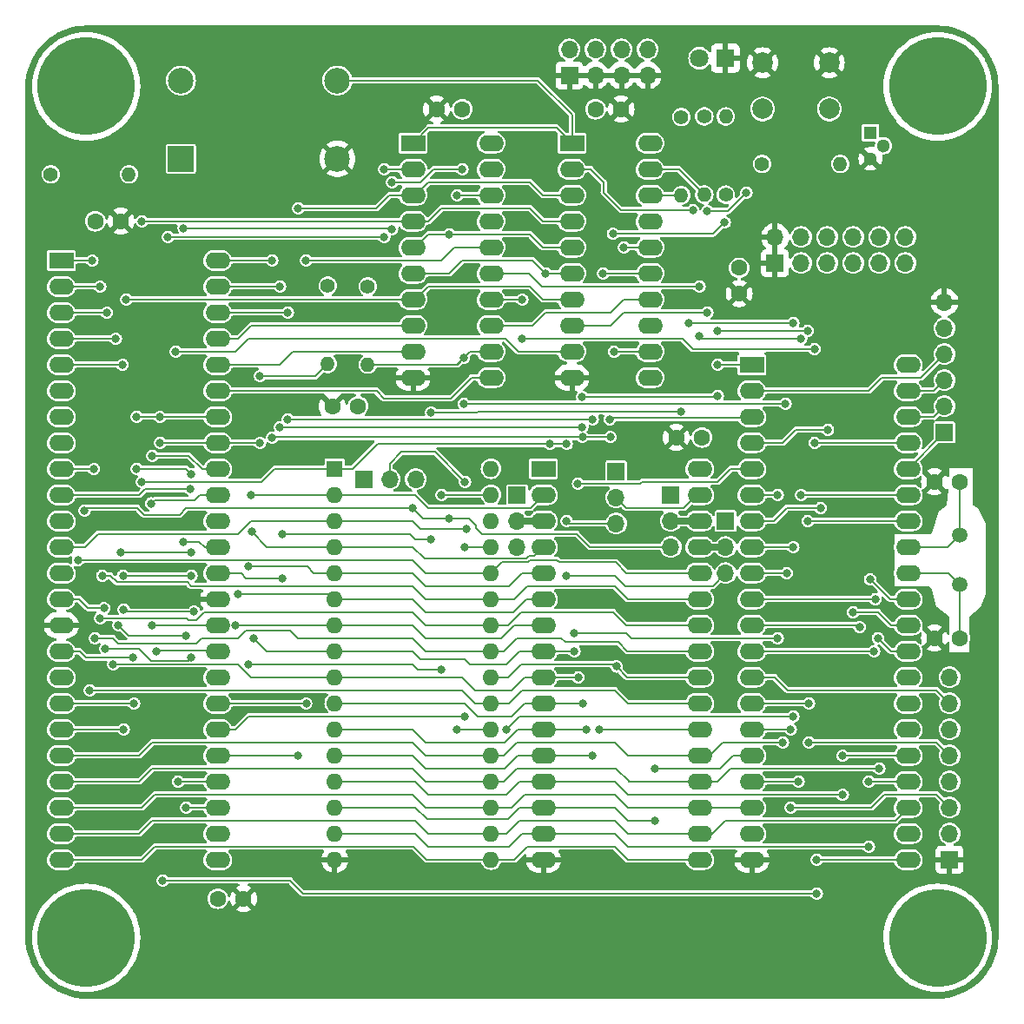
<source format=gbl>
G04 #@! TF.GenerationSoftware,KiCad,Pcbnew,(7.0.0)*
G04 #@! TF.CreationDate,2024-08-05T21:27:07-04:00*
G04 #@! TF.ProjectId,SIMPLE-68008,53494d50-4c45-42d3-9638-3030382e6b69,2*
G04 #@! TF.SameCoordinates,Original*
G04 #@! TF.FileFunction,Copper,L2,Bot*
G04 #@! TF.FilePolarity,Positive*
%FSLAX46Y46*%
G04 Gerber Fmt 4.6, Leading zero omitted, Abs format (unit mm)*
G04 Created by KiCad (PCBNEW (7.0.0)) date 2024-08-05 21:27:07*
%MOMM*%
%LPD*%
G01*
G04 APERTURE LIST*
G04 #@! TA.AperFunction,ComponentPad*
%ADD10C,1.400000*%
G04 #@! TD*
G04 #@! TA.AperFunction,ComponentPad*
%ADD11O,1.400000X1.400000*%
G04 #@! TD*
G04 #@! TA.AperFunction,ComponentPad*
%ADD12R,1.800000X1.800000*%
G04 #@! TD*
G04 #@! TA.AperFunction,ComponentPad*
%ADD13C,1.800000*%
G04 #@! TD*
G04 #@! TA.AperFunction,ComponentPad*
%ADD14R,1.700000X1.700000*%
G04 #@! TD*
G04 #@! TA.AperFunction,ComponentPad*
%ADD15O,1.700000X1.700000*%
G04 #@! TD*
G04 #@! TA.AperFunction,ComponentPad*
%ADD16R,2.400000X1.600000*%
G04 #@! TD*
G04 #@! TA.AperFunction,ComponentPad*
%ADD17O,2.400000X1.600000*%
G04 #@! TD*
G04 #@! TA.AperFunction,ComponentPad*
%ADD18C,1.600000*%
G04 #@! TD*
G04 #@! TA.AperFunction,ComponentPad*
%ADD19R,2.500000X2.500000*%
G04 #@! TD*
G04 #@! TA.AperFunction,ComponentPad*
%ADD20C,2.500000*%
G04 #@! TD*
G04 #@! TA.AperFunction,ComponentPad*
%ADD21C,9.525000*%
G04 #@! TD*
G04 #@! TA.AperFunction,ComponentPad*
%ADD22C,1.500000*%
G04 #@! TD*
G04 #@! TA.AperFunction,ComponentPad*
%ADD23R,1.300000X1.300000*%
G04 #@! TD*
G04 #@! TA.AperFunction,ComponentPad*
%ADD24C,1.300000*%
G04 #@! TD*
G04 #@! TA.AperFunction,ComponentPad*
%ADD25C,2.000000*%
G04 #@! TD*
G04 #@! TA.AperFunction,ComponentPad*
%ADD26R,1.600000X1.600000*%
G04 #@! TD*
G04 #@! TA.AperFunction,ComponentPad*
%ADD27O,1.600000X1.600000*%
G04 #@! TD*
G04 #@! TA.AperFunction,ViaPad*
%ADD28C,0.800000*%
G04 #@! TD*
G04 #@! TA.AperFunction,Conductor*
%ADD29C,0.203200*%
G04 #@! TD*
G04 #@! TA.AperFunction,Conductor*
%ADD30C,0.635000*%
G04 #@! TD*
G04 APERTURE END LIST*
D10*
X157500000Y-60910000D03*
D11*
X157499999Y-53289999D03*
D12*
X157474999Y-47599999D03*
D13*
X154935000Y-47600000D03*
D14*
X162305999Y-67568999D03*
D15*
X162305999Y-65028999D03*
X164845999Y-67568999D03*
X164845999Y-65028999D03*
X167385999Y-67568999D03*
X167385999Y-65028999D03*
X169925999Y-67568999D03*
X169925999Y-65028999D03*
X172465999Y-67568999D03*
X172465999Y-65028999D03*
X175005999Y-67568999D03*
X175005999Y-65028999D03*
D16*
X160039999Y-77474999D03*
D17*
X160039999Y-80014999D03*
X160039999Y-82554999D03*
X160039999Y-85094999D03*
X160039999Y-87634999D03*
X160039999Y-90174999D03*
X160039999Y-92714999D03*
X160039999Y-95254999D03*
X160039999Y-97794999D03*
X160039999Y-100334999D03*
X160039999Y-102874999D03*
X160039999Y-105414999D03*
X160039999Y-107954999D03*
X160039999Y-110494999D03*
X160039999Y-113034999D03*
X160039999Y-115574999D03*
X160039999Y-118114999D03*
X160039999Y-120654999D03*
X160039999Y-123194999D03*
X160039999Y-125734999D03*
X175279999Y-125734999D03*
X175279999Y-123194999D03*
X175279999Y-120654999D03*
X175279999Y-118114999D03*
X175279999Y-115574999D03*
X175279999Y-113034999D03*
X175279999Y-110494999D03*
X175279999Y-107954999D03*
X175279999Y-105414999D03*
X175279999Y-102874999D03*
X175279999Y-100334999D03*
X175279999Y-97794999D03*
X175279999Y-95254999D03*
X175279999Y-92714999D03*
X175279999Y-90174999D03*
X175279999Y-87634999D03*
X175279999Y-85094999D03*
X175279999Y-82554999D03*
X175279999Y-80014999D03*
X175279999Y-77474999D03*
D14*
X146811999Y-87883999D03*
D15*
X146811999Y-90423999D03*
X146811999Y-92963999D03*
D18*
X119146000Y-81534000D03*
X121646000Y-81534000D03*
D10*
X161036000Y-57912000D03*
D11*
X168655999Y-57911999D03*
D19*
X104393999Y-57403999D03*
D20*
X119634000Y-57404000D03*
X119634000Y-49784000D03*
X104394000Y-49784000D03*
D18*
X110490000Y-129540000D03*
X107990000Y-129540000D03*
D21*
X95150000Y-50350000D03*
D18*
X180340000Y-88900000D03*
X177840000Y-88900000D03*
D10*
X118700000Y-69790000D03*
D11*
X118699999Y-77409999D03*
D18*
X129306000Y-52578000D03*
X131806000Y-52578000D03*
D16*
X142503999Y-55884999D03*
D17*
X142503999Y-58424999D03*
X142503999Y-60964999D03*
X142503999Y-63504999D03*
X142503999Y-66044999D03*
X142503999Y-68584999D03*
X142503999Y-71124999D03*
X142503999Y-73664999D03*
X142503999Y-76204999D03*
X142503999Y-78744999D03*
X150123999Y-78744999D03*
X150123999Y-76204999D03*
X150123999Y-73664999D03*
X150123999Y-71124999D03*
X150123999Y-68584999D03*
X150123999Y-66044999D03*
X150123999Y-63504999D03*
X150123999Y-60964999D03*
X150123999Y-58424999D03*
X150123999Y-55884999D03*
D14*
X142249999Y-49280999D03*
D15*
X142249999Y-46740999D03*
X144789999Y-49280999D03*
X144789999Y-46740999D03*
X147329999Y-49280999D03*
X147329999Y-46740999D03*
X149869999Y-49280999D03*
X149869999Y-46740999D03*
D18*
X152674000Y-84582000D03*
X155174000Y-84582000D03*
D16*
X92729999Y-67319999D03*
D17*
X92729999Y-69859999D03*
X92729999Y-72399999D03*
X92729999Y-74939999D03*
X92729999Y-77479999D03*
X92729999Y-80019999D03*
X92729999Y-82559999D03*
X92729999Y-85099999D03*
X92729999Y-87639999D03*
X92729999Y-90179999D03*
X92729999Y-92719999D03*
X92729999Y-95259999D03*
X92729999Y-97799999D03*
X92729999Y-100339999D03*
X92729999Y-102879999D03*
X92729999Y-105419999D03*
X92729999Y-107959999D03*
X92729999Y-110499999D03*
X92729999Y-113039999D03*
X92729999Y-115579999D03*
X92729999Y-118119999D03*
X92729999Y-120659999D03*
X92729999Y-123199999D03*
X92729999Y-125739999D03*
X107969999Y-125739999D03*
X107969999Y-123199999D03*
X107969999Y-120659999D03*
X107969999Y-118119999D03*
X107969999Y-115579999D03*
X107969999Y-113039999D03*
X107969999Y-110499999D03*
X107969999Y-107959999D03*
X107969999Y-105419999D03*
X107969999Y-102879999D03*
X107969999Y-100339999D03*
X107969999Y-97799999D03*
X107969999Y-95259999D03*
X107969999Y-92719999D03*
X107969999Y-90179999D03*
X107969999Y-87639999D03*
X107969999Y-85099999D03*
X107969999Y-82559999D03*
X107969999Y-80019999D03*
X107969999Y-77479999D03*
X107969999Y-74939999D03*
X107969999Y-72399999D03*
X107969999Y-69859999D03*
X107969999Y-67319999D03*
D10*
X91694000Y-58928000D03*
D11*
X99313999Y-58927999D03*
D18*
X180340000Y-104140000D03*
X177840000Y-104140000D03*
X158800000Y-70550000D03*
X158800000Y-68050000D03*
D21*
X95150000Y-133350000D03*
D14*
X122188999Y-88645999D03*
D15*
X124728999Y-88645999D03*
X127268999Y-88645999D03*
D10*
X155400000Y-53280000D03*
D11*
X155399999Y-60899999D03*
D22*
X180340000Y-94070000D03*
X180340000Y-98950000D03*
D14*
X152145999Y-90169999D03*
D15*
X152145999Y-92709999D03*
X152145999Y-95249999D03*
D23*
X171597999Y-54863999D03*
D24*
X172868000Y-56134000D03*
X171598000Y-57404000D03*
D16*
X127009999Y-55884999D03*
D17*
X127009999Y-58424999D03*
X127009999Y-60964999D03*
X127009999Y-63504999D03*
X127009999Y-66044999D03*
X127009999Y-68584999D03*
X127009999Y-71124999D03*
X127009999Y-73664999D03*
X127009999Y-76204999D03*
X127009999Y-78744999D03*
X134629999Y-78744999D03*
X134629999Y-76204999D03*
X134629999Y-73664999D03*
X134629999Y-71124999D03*
X134629999Y-68584999D03*
X134629999Y-66044999D03*
X134629999Y-63504999D03*
X134629999Y-60964999D03*
X134629999Y-58424999D03*
X134629999Y-55884999D03*
D25*
X161088000Y-48042000D03*
X167588000Y-48042000D03*
X161088000Y-52542000D03*
X167588000Y-52542000D03*
D16*
X139719999Y-87629999D03*
D17*
X139719999Y-90169999D03*
X139719999Y-92709999D03*
X139719999Y-95249999D03*
X139719999Y-97789999D03*
X139719999Y-100329999D03*
X139719999Y-102869999D03*
X139719999Y-105409999D03*
X139719999Y-107949999D03*
X139719999Y-110489999D03*
X139719999Y-113029999D03*
X139719999Y-115569999D03*
X139719999Y-118109999D03*
X139719999Y-120649999D03*
X139719999Y-123189999D03*
X139719999Y-125729999D03*
X154959999Y-125729999D03*
X154959999Y-123189999D03*
X154959999Y-120649999D03*
X154959999Y-118109999D03*
X154959999Y-115569999D03*
X154959999Y-113029999D03*
X154959999Y-110489999D03*
X154959999Y-107949999D03*
X154959999Y-105409999D03*
X154959999Y-102869999D03*
X154959999Y-100329999D03*
X154959999Y-97789999D03*
X154959999Y-95249999D03*
X154959999Y-92709999D03*
X154959999Y-90169999D03*
X154959999Y-87629999D03*
D21*
X178150000Y-50350000D03*
D18*
X98532000Y-63500000D03*
X96032000Y-63500000D03*
D14*
X137159999Y-90194999D03*
D15*
X137159999Y-92734999D03*
X137159999Y-95274999D03*
D21*
X178150000Y-133350000D03*
D10*
X122600000Y-69850000D03*
D11*
X122599999Y-77469999D03*
D10*
X153162000Y-53340000D03*
D11*
X153161999Y-60959999D03*
D14*
X178815999Y-84073999D03*
D15*
X178815999Y-81533999D03*
X178815999Y-78993999D03*
X178815999Y-76453999D03*
X178815999Y-73913999D03*
X178815999Y-71373999D03*
D18*
X147300000Y-52578000D03*
X144800000Y-52578000D03*
D14*
X179323999Y-125729999D03*
D15*
X179323999Y-123189999D03*
X179323999Y-120649999D03*
X179323999Y-118109999D03*
X179323999Y-115569999D03*
X179323999Y-113029999D03*
X179323999Y-110489999D03*
X179323999Y-107949999D03*
D14*
X157479999Y-92724999D03*
D15*
X157479999Y-95264999D03*
X157479999Y-97804999D03*
D26*
X119374999Y-87629999D03*
D27*
X119374999Y-90169999D03*
X119374999Y-92709999D03*
X119374999Y-95249999D03*
X119374999Y-97789999D03*
X119374999Y-100329999D03*
X119374999Y-102869999D03*
X119374999Y-105409999D03*
X119374999Y-107949999D03*
X119374999Y-110489999D03*
X119374999Y-113029999D03*
X119374999Y-115569999D03*
X119374999Y-118109999D03*
X119374999Y-120649999D03*
X119374999Y-123189999D03*
X119374999Y-125729999D03*
X134614999Y-125729999D03*
X134614999Y-123189999D03*
X134614999Y-120649999D03*
X134614999Y-118109999D03*
X134614999Y-115569999D03*
X134614999Y-113029999D03*
X134614999Y-110489999D03*
X134614999Y-107949999D03*
X134614999Y-105409999D03*
X134614999Y-102869999D03*
X134614999Y-100329999D03*
X134614999Y-97789999D03*
X134614999Y-95249999D03*
X134614999Y-92709999D03*
X134614999Y-90169999D03*
X134614999Y-87629999D03*
D28*
X157400000Y-63600000D03*
X146500000Y-64700000D03*
X146600000Y-76200000D03*
X155702000Y-62500000D03*
X154286489Y-62400000D03*
X95903500Y-87640000D03*
X96012000Y-104140000D03*
X105301500Y-89600000D03*
X111305575Y-93779575D03*
X94342500Y-96520000D03*
X132207000Y-93472000D03*
X141986000Y-98044000D03*
X96882500Y-101200489D03*
X110998000Y-106680000D03*
X129794000Y-90170000D03*
X105410000Y-106026500D03*
X97028000Y-105156000D03*
X129794000Y-107188000D03*
X164592000Y-118110000D03*
X172466000Y-116840000D03*
X114808000Y-72390000D03*
X144526000Y-115570000D03*
X114808000Y-82804000D03*
X144526000Y-82804000D03*
X114046000Y-69850000D03*
X143510000Y-80626500D03*
X143510000Y-83566000D03*
X114046000Y-83566000D03*
X156718000Y-80518000D03*
X143872500Y-113030000D03*
X156718000Y-77470000D03*
X171450000Y-118110000D03*
X171450000Y-124460000D03*
X113284000Y-67310000D03*
X146258095Y-84536095D03*
X113284000Y-84582000D03*
X143517380Y-84536095D03*
X143517380Y-110490000D03*
X146195500Y-82804000D03*
X163068000Y-114300000D03*
X95748000Y-67320000D03*
X143089511Y-89066489D03*
X97790000Y-106680000D03*
X143110500Y-107950000D03*
X103886000Y-76200000D03*
X168900000Y-119400000D03*
X168900000Y-115600000D03*
X104902000Y-120650000D03*
X96510000Y-69860000D03*
X111506000Y-104140000D03*
X98298000Y-102870000D03*
X162560000Y-90170000D03*
X162560000Y-104140000D03*
X142748000Y-103632000D03*
X104902000Y-103886000D03*
X142748000Y-105410000D03*
X150622000Y-121920000D03*
X150622000Y-116840000D03*
X109728000Y-102870000D03*
X97173500Y-72400000D03*
X105664000Y-101562989D03*
X98806000Y-101346000D03*
X105410000Y-98044000D03*
X109982000Y-99822000D03*
X98732111Y-98044000D03*
X98034000Y-74940000D03*
X105410000Y-95758000D03*
X110998000Y-97173500D03*
X98544620Y-95758000D03*
X98697500Y-77480000D03*
X96714871Y-98044000D03*
X96520000Y-102179489D03*
X95504000Y-109220000D03*
X101600000Y-102870000D03*
X159512000Y-60706000D03*
X155702000Y-72390000D03*
X100584000Y-63500000D03*
X105410000Y-88138000D03*
X100076000Y-87630000D03*
X99713511Y-106026489D03*
X111252000Y-90170000D03*
X94996000Y-91694000D03*
X130556000Y-64770000D03*
X130556000Y-92456000D03*
X127000000Y-91440000D03*
X99812000Y-110500000D03*
X141986000Y-85189595D03*
X140362405Y-85189595D03*
X139954000Y-68580000D03*
X100584000Y-88900000D03*
X141986000Y-92710000D03*
X166370000Y-129032000D03*
X112100000Y-85100000D03*
X112100000Y-78600000D03*
X166370000Y-125730000D03*
X102616000Y-127762000D03*
X102362000Y-85090000D03*
X153924000Y-73406000D03*
X164079000Y-95255000D03*
X132080000Y-111760000D03*
X164084000Y-111760000D03*
X132080000Y-95250000D03*
X164084000Y-73406000D03*
X136144000Y-113030000D03*
X147574000Y-66040000D03*
X146849520Y-106896480D03*
X98806000Y-113030000D03*
X99060000Y-71120000D03*
X103124000Y-65024000D03*
X124206000Y-58420000D03*
X104102989Y-118110000D03*
X124206000Y-65024000D03*
X115824000Y-62230000D03*
X115824000Y-115570000D03*
X116586000Y-67310000D03*
X116596000Y-110500000D03*
X131318000Y-113030000D03*
X131318000Y-60960000D03*
X145179500Y-113030000D03*
X145542000Y-68580000D03*
X167460022Y-83820000D03*
X170560847Y-103048119D03*
X172085000Y-100330000D03*
X171958000Y-105410000D03*
X166751000Y-91440000D03*
X169900000Y-101600000D03*
X171558500Y-98400000D03*
X172321405Y-104122405D03*
X154940000Y-74676000D03*
X164846000Y-90175000D03*
X154940000Y-69850000D03*
X164846000Y-74930000D03*
X137663000Y-71125000D03*
X166153011Y-75946000D03*
X166153011Y-85090000D03*
X137668000Y-74930000D03*
X163430500Y-97790000D03*
X163322000Y-81280000D03*
X131971500Y-76835000D03*
X131971500Y-81280000D03*
X163830000Y-113030000D03*
X163830000Y-120650000D03*
X165608000Y-114300000D03*
X165608000Y-110490000D03*
X165481000Y-92710000D03*
X104648000Y-94742000D03*
X131826000Y-58420000D03*
X156718000Y-74168000D03*
X124968000Y-64262000D03*
X104648000Y-64158500D03*
X165481000Y-74168000D03*
X124968000Y-59690000D03*
X114300000Y-98298000D03*
X128778000Y-82150500D03*
X114300000Y-93980000D03*
X128778000Y-94488000D03*
X153162000Y-82042000D03*
X101500000Y-91000000D03*
X101600000Y-86360000D03*
X101962500Y-105410000D03*
X100076000Y-82550000D03*
X102352000Y-82560000D03*
X132080000Y-88900000D03*
D29*
X146500000Y-64700000D02*
X156300000Y-64700000D01*
X146605000Y-76205000D02*
X146600000Y-76200000D01*
X156300000Y-64700000D02*
X157400000Y-63600000D01*
X150124000Y-76205000D02*
X146605000Y-76205000D01*
X152925000Y-58425000D02*
X155400000Y-60900000D01*
X150124000Y-58425000D02*
X152925000Y-58425000D01*
X157718000Y-62500000D02*
X159512000Y-60706000D01*
X157718000Y-62500000D02*
X155702000Y-62500000D01*
X147300000Y-62400000D02*
X154286489Y-62400000D01*
X145600000Y-60700000D02*
X147300000Y-62400000D01*
X144325000Y-58425000D02*
X145600000Y-59700000D01*
X145600000Y-59700000D02*
X145600000Y-60700000D01*
X142504000Y-58425000D02*
X144325000Y-58425000D01*
X128270000Y-105410000D02*
X134615000Y-105410000D01*
X127000000Y-104140000D02*
X128270000Y-105410000D01*
X137160000Y-104140000D02*
X141478000Y-104140000D01*
X106426000Y-104140000D02*
X109982000Y-104140000D01*
X96012000Y-104140000D02*
X97790000Y-104140000D01*
X92730000Y-87640000D02*
X95903500Y-87640000D01*
X147014040Y-104521000D02*
X147903040Y-105410000D01*
X141478000Y-104140000D02*
X141859000Y-104521000D01*
X154960000Y-105410000D02*
X147903040Y-105410000D01*
X141859000Y-104521000D02*
X147014040Y-104521000D01*
X97790000Y-104140000D02*
X98298000Y-104648000D01*
X110744000Y-103378000D02*
X115062000Y-103378000D01*
X98298000Y-104648000D02*
X105918000Y-104648000D01*
X105918000Y-104648000D02*
X106426000Y-104140000D01*
X115062000Y-103378000D02*
X115824000Y-104140000D01*
X109982000Y-104140000D02*
X110744000Y-103378000D01*
X115824000Y-104140000D02*
X127000000Y-104140000D01*
X135890000Y-105410000D02*
X137160000Y-104140000D01*
X134615000Y-105410000D02*
X135890000Y-105410000D01*
X119375000Y-95250000D02*
X112776000Y-95250000D01*
X92730000Y-90180000D02*
X100300000Y-90180000D01*
X127000000Y-95250000D02*
X128128511Y-96378511D01*
X138813500Y-96141500D02*
X139695000Y-95260000D01*
X112776000Y-95250000D02*
X111305575Y-93779575D01*
X138303000Y-96139000D02*
X138811000Y-96139000D01*
X100880000Y-89600000D02*
X100300000Y-90180000D01*
X138063489Y-96378511D02*
X138303000Y-96139000D01*
X138811000Y-96139000D02*
X138813500Y-96141500D01*
X119375000Y-95250000D02*
X127000000Y-95250000D01*
X105301500Y-89600000D02*
X100880000Y-89600000D01*
X128128511Y-96378511D02*
X138063489Y-96378511D01*
X138207736Y-96736480D02*
X138427108Y-96517108D01*
X147828000Y-97790000D02*
X154960000Y-97790000D01*
X128270000Y-97790000D02*
X134615000Y-97790000D01*
X127000000Y-96520000D02*
X128270000Y-97790000D01*
X146774480Y-96736480D02*
X147828000Y-97790000D01*
X141261520Y-96736480D02*
X146774480Y-96736480D01*
X139062108Y-96517108D02*
X139065000Y-96520000D01*
X141045040Y-96520000D02*
X141261520Y-96736480D01*
X139065000Y-96520000D02*
X141045040Y-96520000D01*
X138427108Y-96517108D02*
X139062108Y-96517108D01*
X94342500Y-96520000D02*
X127000000Y-96520000D01*
X135668520Y-96736480D02*
X138207736Y-96736480D01*
X134615000Y-97790000D02*
X135668520Y-96736480D01*
X157480000Y-97805000D02*
X156225000Y-99060000D01*
X146685000Y-98044000D02*
X147701000Y-99060000D01*
X156225000Y-99060000D02*
X147701000Y-99060000D01*
X119375000Y-92710000D02*
X111252000Y-92710000D01*
X119375000Y-92710000D02*
X127000000Y-92710000D01*
X141986000Y-98044000D02*
X146685000Y-98044000D01*
X92730000Y-95260000D02*
X95006000Y-95260000D01*
X127762000Y-93472000D02*
X132207000Y-93472000D01*
X111252000Y-92710000D02*
X109982000Y-93980000D01*
X127000000Y-92710000D02*
X127762000Y-93472000D01*
X96286000Y-93980000D02*
X109982000Y-93980000D01*
X95006000Y-95260000D02*
X96286000Y-93980000D01*
X129794000Y-90170000D02*
X134615000Y-90170000D01*
X110998000Y-106680000D02*
X127000000Y-106680000D01*
X92730000Y-100340000D02*
X94478000Y-100340000D01*
X127508000Y-107188000D02*
X129794000Y-107188000D01*
X127508000Y-107188000D02*
X127000000Y-106680000D01*
X96882500Y-101200489D02*
X95338489Y-101200489D01*
X105111620Y-106324880D02*
X101498880Y-106324880D01*
X101498880Y-106324880D02*
X100330000Y-105156000D01*
X105410000Y-106026500D02*
X105111620Y-106324880D01*
X100330000Y-105156000D02*
X97028000Y-105156000D01*
X95338489Y-101200489D02*
X94478000Y-100340000D01*
X101600000Y-121920000D02*
X127254000Y-121920000D01*
X146685000Y-121920000D02*
X147965000Y-123200000D01*
X147965000Y-123200000D02*
X154935000Y-123200000D01*
X134615000Y-123190000D02*
X136144000Y-123190000D01*
X137414000Y-121920000D02*
X146685000Y-121920000D01*
X157480000Y-121920000D02*
X174015000Y-121920000D01*
X134615000Y-123190000D02*
X128524000Y-123190000D01*
X100320000Y-123200000D02*
X101600000Y-121920000D01*
X156210000Y-123190000D02*
X157480000Y-121920000D01*
X174015000Y-121920000D02*
X175280000Y-120655000D01*
X136144000Y-123190000D02*
X137414000Y-121920000D01*
X92730000Y-123200000D02*
X100320000Y-123200000D01*
X154960000Y-123190000D02*
X156210000Y-123190000D01*
X128524000Y-123190000D02*
X127254000Y-121920000D01*
X92730000Y-125740000D02*
X100574000Y-125740000D01*
X134615000Y-125730000D02*
X128345022Y-125730000D01*
X138176000Y-124460000D02*
X136906000Y-125730000D01*
X147955000Y-125730000D02*
X154960000Y-125730000D01*
X100574000Y-125740000D02*
X101854000Y-124460000D01*
X164587000Y-118115000D02*
X164592000Y-118110000D01*
X138176000Y-124460000D02*
X146685000Y-124460000D01*
X160040000Y-118115000D02*
X164587000Y-118115000D01*
X146685000Y-124460000D02*
X147955000Y-125730000D01*
X134615000Y-125730000D02*
X136906000Y-125730000D01*
X127075022Y-124460000D02*
X128345022Y-125730000D01*
X101854000Y-124460000D02*
X127075022Y-124460000D01*
X127000000Y-119380000D02*
X101854000Y-119380000D01*
X128270000Y-120650000D02*
X127000000Y-119380000D01*
X136652000Y-120650000D02*
X137922000Y-119380000D01*
X134615000Y-120650000D02*
X136652000Y-120650000D01*
X147965000Y-120660000D02*
X160035000Y-120660000D01*
X100574000Y-120660000D02*
X92730000Y-120660000D01*
X101854000Y-119380000D02*
X100574000Y-120660000D01*
X134615000Y-120650000D02*
X128270000Y-120650000D01*
X146685000Y-119380000D02*
X147965000Y-120660000D01*
X137922000Y-119380000D02*
X146685000Y-119380000D01*
X134615000Y-118110000D02*
X128270000Y-118110000D01*
X156708000Y-118120000D02*
X157988000Y-116840000D01*
X127000000Y-116840000D02*
X101600000Y-116840000D01*
X137160000Y-116840000D02*
X146812000Y-116840000D01*
X128270000Y-118110000D02*
X127000000Y-116840000D01*
X154960000Y-118110000D02*
X148082000Y-118110000D01*
X148092000Y-118120000D02*
X156708000Y-118120000D01*
X135890000Y-118110000D02*
X137160000Y-116840000D01*
X100320000Y-118120000D02*
X101600000Y-116840000D01*
X134615000Y-118110000D02*
X135890000Y-118110000D01*
X92730000Y-118120000D02*
X100320000Y-118120000D01*
X157988000Y-116840000D02*
X172466000Y-116840000D01*
X146812000Y-116840000D02*
X148092000Y-118120000D01*
X135910000Y-116840000D02*
X128270000Y-116840000D01*
X128270000Y-116840000D02*
X127000000Y-115570000D01*
X114808000Y-72390000D02*
X114798000Y-72400000D01*
X107970000Y-72400000D02*
X114798000Y-72400000D01*
X139695000Y-115580000D02*
X137170000Y-115580000D01*
X139720000Y-115570000D02*
X144526000Y-115570000D01*
X137170000Y-115580000D02*
X135910000Y-116840000D01*
X127000000Y-115570000D02*
X119375000Y-115570000D01*
X114808000Y-82804000D02*
X144526000Y-82804000D01*
X128270000Y-114300000D02*
X127000000Y-113030000D01*
X114046000Y-69850000D02*
X114036000Y-69860000D01*
X127000000Y-113030000D02*
X119375000Y-113030000D01*
X156723000Y-77475000D02*
X156718000Y-77470000D01*
X156609500Y-80626500D02*
X156718000Y-80518000D01*
X114046000Y-83566000D02*
X143510000Y-83566000D01*
X107970000Y-69860000D02*
X114036000Y-69860000D01*
X139720000Y-113030000D02*
X143872500Y-113030000D01*
X139695000Y-113040000D02*
X137170000Y-113040000D01*
X137170000Y-113040000D02*
X135910000Y-114300000D01*
X143510000Y-80626500D02*
X156609500Y-80626500D01*
X160040000Y-77475000D02*
X156723000Y-77475000D01*
X135910000Y-114300000D02*
X128270000Y-114300000D01*
X139720000Y-123190000D02*
X137664738Y-123190000D01*
X139720000Y-123190000D02*
X146685000Y-123190000D01*
X128524000Y-124460000D02*
X136394738Y-124460000D01*
X146685000Y-123190000D02*
X147955000Y-124460000D01*
X119375000Y-123190000D02*
X127254000Y-123190000D01*
X171450000Y-118110000D02*
X171455000Y-118115000D01*
X127254000Y-123190000D02*
X128524000Y-124460000D01*
X147955000Y-124460000D02*
X171450000Y-124460000D01*
X137664738Y-123190000D02*
X136394738Y-124460000D01*
X171455000Y-118115000D02*
X175280000Y-118115000D01*
X139695000Y-123200000D02*
X146695000Y-123200000D01*
X119375000Y-110490000D02*
X132080000Y-110490000D01*
X133350000Y-111760000D02*
X136652000Y-111760000D01*
X139720000Y-110490000D02*
X143517380Y-110490000D01*
X159899489Y-82695511D02*
X146303989Y-82695511D01*
X132080000Y-110490000D02*
X133350000Y-111760000D01*
X137922000Y-110490000D02*
X136652000Y-111760000D01*
X113329905Y-84536095D02*
X143517380Y-84536095D01*
X146303989Y-82695511D02*
X146195500Y-82804000D01*
X143517380Y-84536095D02*
X146258095Y-84536095D01*
X139720000Y-110490000D02*
X137922000Y-110490000D01*
X107970000Y-67320000D02*
X113274000Y-67320000D01*
X113274000Y-67320000D02*
X113284000Y-67310000D01*
X113329905Y-84536095D02*
X113284000Y-84582000D01*
X127000000Y-114300000D02*
X101600000Y-114300000D01*
X147955000Y-115570000D02*
X154960000Y-115570000D01*
X134615000Y-115570000D02*
X128270000Y-115570000D01*
X134615000Y-115570000D02*
X135890000Y-115570000D01*
X100320000Y-115580000D02*
X101600000Y-114300000D01*
X92730000Y-115580000D02*
X100320000Y-115580000D01*
X155956000Y-115570000D02*
X157226000Y-114300000D01*
X157226000Y-114300000D02*
X163068000Y-114300000D01*
X146685000Y-114300000D02*
X147955000Y-115570000D01*
X128270000Y-115570000D02*
X127000000Y-114300000D01*
X137160000Y-114300000D02*
X146685000Y-114300000D01*
X135890000Y-115570000D02*
X137160000Y-114300000D01*
X137922000Y-107950000D02*
X136652000Y-109220000D01*
X109982000Y-106680000D02*
X97790000Y-106680000D01*
X111252000Y-107950000D02*
X109982000Y-106680000D01*
X119375000Y-107950000D02*
X111252000Y-107950000D01*
X133096000Y-109220000D02*
X131826000Y-107950000D01*
X160040000Y-87635000D02*
X157983000Y-87635000D01*
X119375000Y-107950000D02*
X131826000Y-107950000D01*
X149352000Y-88900000D02*
X156718000Y-88900000D01*
X156718000Y-88900000D02*
X157983000Y-87635000D01*
X143089511Y-89066489D02*
X149185511Y-89066489D01*
X139720000Y-107950000D02*
X143110500Y-107950000D01*
X139720000Y-107950000D02*
X137922000Y-107950000D01*
X149185511Y-89066489D02*
X149352000Y-88900000D01*
X136652000Y-109220000D02*
X133096000Y-109220000D01*
X95748000Y-67320000D02*
X92730000Y-67320000D01*
X168925000Y-115575000D02*
X168900000Y-115600000D01*
X142504000Y-76205000D02*
X137292000Y-76205000D01*
X136017000Y-74930000D02*
X110998000Y-74930000D01*
X127254000Y-118110000D02*
X119375000Y-118110000D01*
X168880000Y-119380000D02*
X168900000Y-119400000D01*
X109728000Y-76200000D02*
X103886000Y-76200000D01*
X137404000Y-118120000D02*
X136144000Y-119380000D01*
X136144000Y-119380000D02*
X128524000Y-119380000D01*
X175280000Y-115575000D02*
X168925000Y-115575000D01*
X147955000Y-119380000D02*
X168880000Y-119380000D01*
X139720000Y-118110000D02*
X146685000Y-118110000D01*
X146685000Y-118110000D02*
X147955000Y-119380000D01*
X170688000Y-115570000D02*
X170693000Y-115575000D01*
X139695000Y-118120000D02*
X137404000Y-118120000D01*
X170693000Y-115575000D02*
X175280000Y-115575000D01*
X104912000Y-120660000D02*
X104902000Y-120650000D01*
X110998000Y-74930000D02*
X109728000Y-76200000D01*
X137292000Y-76205000D02*
X136017000Y-74930000D01*
X107970000Y-120660000D02*
X104912000Y-120660000D01*
X128524000Y-119380000D02*
X127254000Y-118110000D01*
X119375000Y-105410000D02*
X112776000Y-105410000D01*
X119375000Y-105410000D02*
X127000000Y-105410000D01*
X92730000Y-69860000D02*
X96510000Y-69860000D01*
X127000000Y-105410000D02*
X127762000Y-106172000D01*
X132588000Y-106680000D02*
X132080000Y-106172000D01*
X139720000Y-105410000D02*
X137414000Y-105410000D01*
X162555000Y-90175000D02*
X162560000Y-90170000D01*
X104902000Y-103886000D02*
X99314000Y-103886000D01*
X139720000Y-105410000D02*
X142748000Y-105410000D01*
X147828000Y-103632000D02*
X148336000Y-104140000D01*
X98298000Y-102870000D02*
X99314000Y-103886000D01*
X112776000Y-105410000D02*
X111506000Y-104140000D01*
X137414000Y-105410000D02*
X136144000Y-106680000D01*
X148336000Y-104140000D02*
X162560000Y-104140000D01*
X142748000Y-103632000D02*
X147828000Y-103632000D01*
X132080000Y-106172000D02*
X127762000Y-106172000D01*
X136144000Y-106680000D02*
X132588000Y-106680000D01*
X160040000Y-90175000D02*
X162555000Y-90175000D01*
X156972000Y-116840000D02*
X158237000Y-115575000D01*
X158237000Y-115575000D02*
X160040000Y-115575000D01*
X139720000Y-120650000D02*
X137410738Y-120650000D01*
X128395369Y-121791369D02*
X127254000Y-120650000D01*
X137410738Y-120650000D02*
X136269369Y-121791369D01*
X136269369Y-121791369D02*
X128395369Y-121791369D01*
X139695000Y-120660000D02*
X146675000Y-120660000D01*
X147935000Y-121920000D02*
X150622000Y-121920000D01*
X146675000Y-120660000D02*
X147935000Y-121920000D01*
X127254000Y-120650000D02*
X119375000Y-120650000D01*
X150622000Y-116840000D02*
X156972000Y-116840000D01*
X92730000Y-72400000D02*
X97173500Y-72400000D01*
X135636000Y-104140000D02*
X128270000Y-104140000D01*
X109728000Y-102870000D02*
X119375000Y-102870000D01*
X99022989Y-101562989D02*
X98806000Y-101346000D01*
X136906000Y-102870000D02*
X135636000Y-104140000D01*
X105664000Y-101562989D02*
X99022989Y-101562989D01*
X128270000Y-104140000D02*
X127000000Y-102870000D01*
X139720000Y-102870000D02*
X136906000Y-102870000D01*
X127000000Y-102870000D02*
X119375000Y-102870000D01*
X92730000Y-74940000D02*
X98034000Y-74940000D01*
X127000000Y-100330000D02*
X128267500Y-101597500D01*
X118867000Y-99822000D02*
X119375000Y-100330000D01*
X119375000Y-100330000D02*
X127000000Y-100330000D01*
X98732111Y-98044000D02*
X105410000Y-98044000D01*
X109982000Y-99822000D02*
X118867000Y-99822000D01*
X136781500Y-101602500D02*
X128267500Y-101602500D01*
X138054000Y-100330000D02*
X136781500Y-101602500D01*
X128267500Y-101597500D02*
X128267500Y-101602500D01*
X139720000Y-100330000D02*
X138054000Y-100330000D01*
X98544620Y-95758000D02*
X105410000Y-95758000D01*
X92730000Y-77480000D02*
X98697500Y-77480000D01*
X136398000Y-99060000D02*
X128270000Y-99060000D01*
X137668000Y-97790000D02*
X136398000Y-99060000D01*
X116731500Y-97173500D02*
X117348000Y-97790000D01*
X105156000Y-95758000D02*
X105410000Y-95504000D01*
X110998000Y-97173500D02*
X116731500Y-97173500D01*
X117348000Y-97790000D02*
X119375000Y-97790000D01*
X139720000Y-97790000D02*
X137668000Y-97790000D01*
X127000000Y-97790000D02*
X128270000Y-99060000D01*
X119375000Y-97790000D02*
X127000000Y-97790000D01*
X128270000Y-100330000D02*
X136906000Y-100330000D01*
X98152489Y-98697511D02*
X105047511Y-98697511D01*
X105410000Y-99060000D02*
X127000000Y-99060000D01*
X96714871Y-98044000D02*
X97498978Y-98044000D01*
X97498978Y-98044000D02*
X98152489Y-98697511D01*
X138176000Y-99060000D02*
X146685000Y-99060000D01*
X147955000Y-100330000D02*
X154960000Y-100330000D01*
X105047511Y-98697511D02*
X105410000Y-99060000D01*
X127000000Y-99060000D02*
X128270000Y-100330000D01*
X146685000Y-99060000D02*
X147955000Y-100330000D01*
X136906000Y-100330000D02*
X138176000Y-99060000D01*
X127000000Y-101600000D02*
X128270000Y-102870000D01*
X128270000Y-102870000D02*
X134615000Y-102870000D01*
X106680000Y-101600000D02*
X127000000Y-101600000D01*
X136271000Y-102870000D02*
X137541000Y-101600000D01*
X104973489Y-102179489D02*
X105156000Y-102362000D01*
X146558000Y-101600000D02*
X147828000Y-102870000D01*
X96520000Y-102179489D02*
X104973489Y-102179489D01*
X105918000Y-102362000D02*
X106680000Y-101600000D01*
X137541000Y-101600000D02*
X146558000Y-101600000D01*
X134615000Y-102870000D02*
X136271000Y-102870000D01*
X147828000Y-102870000D02*
X154960000Y-102870000D01*
X105156000Y-102362000D02*
X105918000Y-102362000D01*
X133096000Y-110490000D02*
X134615000Y-110490000D01*
X95504000Y-109220000D02*
X131826000Y-109220000D01*
X131826000Y-109220000D02*
X133096000Y-110490000D01*
X134615000Y-110490000D02*
X136398000Y-110490000D01*
X147955000Y-110490000D02*
X154960000Y-110490000D01*
X137668000Y-109220000D02*
X146685000Y-109220000D01*
X146685000Y-109220000D02*
X147955000Y-110490000D01*
X136398000Y-110490000D02*
X137668000Y-109220000D01*
X101610000Y-102880000D02*
X101600000Y-102870000D01*
X140990000Y-54371000D02*
X142504000Y-55885000D01*
X128524000Y-54371000D02*
X140990000Y-54371000D01*
X139192000Y-49784000D02*
X142504000Y-53096000D01*
X119634000Y-49784000D02*
X139192000Y-49784000D01*
X107970000Y-102880000D02*
X101610000Y-102880000D01*
X127010000Y-55885000D02*
X128524000Y-54371000D01*
X142504000Y-53096000D02*
X142504000Y-55885000D01*
X142504000Y-73665000D02*
X146299000Y-73665000D01*
X147574000Y-72390000D02*
X155702000Y-72390000D01*
X146299000Y-73665000D02*
X147574000Y-72390000D01*
X95104489Y-106026489D02*
X94498000Y-105420000D01*
X119375000Y-90170000D02*
X111252000Y-90170000D01*
X100076000Y-87630000D02*
X104902000Y-87630000D01*
X128519000Y-63505000D02*
X129794000Y-62230000D01*
X119375000Y-90170000D02*
X127254000Y-90170000D01*
X100589000Y-63505000D02*
X127010000Y-63505000D01*
X138450000Y-91440000D02*
X139720000Y-90170000D01*
X127254000Y-90170000D02*
X128524000Y-91440000D01*
X95104489Y-106026489D02*
X99713511Y-106026489D01*
X94498000Y-105420000D02*
X92730000Y-105420000D01*
X138430000Y-62230000D02*
X139705000Y-63505000D01*
X129794000Y-62230000D02*
X138430000Y-62230000D01*
X128524000Y-91440000D02*
X138450000Y-91440000D01*
X139705000Y-63505000D02*
X142504000Y-63505000D01*
X100584000Y-63500000D02*
X100589000Y-63505000D01*
X127010000Y-63505000D02*
X128519000Y-63505000D01*
X104902000Y-87630000D02*
X105410000Y-88138000D01*
X139705000Y-66045000D02*
X142504000Y-66045000D01*
X128524000Y-64770000D02*
X130556000Y-64770000D01*
X133731000Y-93980000D02*
X133159500Y-93408500D01*
X144272000Y-95250000D02*
X143002000Y-93980000D01*
X130556000Y-64770000D02*
X138430000Y-64770000D01*
X138430000Y-64770000D02*
X139705000Y-66045000D01*
X133159500Y-93154500D02*
X133159500Y-93408500D01*
X95250000Y-91440000D02*
X100140000Y-91440000D01*
X127000000Y-91440000D02*
X128016000Y-92456000D01*
X127249000Y-66045000D02*
X128524000Y-64770000D01*
X104240000Y-92100000D02*
X104900000Y-91440000D01*
X100140000Y-91440000D02*
X100800000Y-92100000D01*
X130556000Y-92456000D02*
X132461000Y-92456000D01*
X152146000Y-95250000D02*
X144272000Y-95250000D01*
X133731000Y-93980000D02*
X143002000Y-93980000D01*
X104900000Y-91440000D02*
X127000000Y-91440000D01*
X94996000Y-91694000D02*
X95250000Y-91440000D01*
X128016000Y-92456000D02*
X130556000Y-92456000D01*
X100800000Y-92100000D02*
X104240000Y-92100000D01*
X132461000Y-92456000D02*
X133159500Y-93154500D01*
X141986000Y-85189595D02*
X140362405Y-85189595D01*
X119375000Y-87630000D02*
X113538000Y-87630000D01*
X140362405Y-85189595D02*
X123543595Y-85189595D01*
X142240000Y-92964000D02*
X141986000Y-92710000D01*
X127010000Y-68585000D02*
X130551000Y-68585000D01*
X92730000Y-110500000D02*
X99812000Y-110500000D01*
X138684000Y-67310000D02*
X139954000Y-68580000D01*
X130551000Y-68585000D02*
X131826000Y-67310000D01*
X139959000Y-68585000D02*
X139954000Y-68580000D01*
X142504000Y-68585000D02*
X139959000Y-68585000D01*
X100584000Y-88900000D02*
X112268000Y-88900000D01*
X131826000Y-67310000D02*
X138684000Y-67310000D01*
X113538000Y-87630000D02*
X112268000Y-88900000D01*
X119375000Y-87630000D02*
X121103190Y-87630000D01*
X146812000Y-92964000D02*
X142240000Y-92964000D01*
X121103190Y-87630000D02*
X123543595Y-85189595D01*
X166375000Y-125735000D02*
X166370000Y-125730000D01*
X115062000Y-127762000D02*
X102616000Y-127762000D01*
X107970000Y-85100000D02*
X112100000Y-85100000D01*
X102362000Y-85090000D02*
X102372000Y-85100000D01*
X117510000Y-78600000D02*
X118700000Y-77410000D01*
X175280000Y-125735000D02*
X166375000Y-125735000D01*
X112100000Y-78600000D02*
X117510000Y-78600000D01*
X102372000Y-85100000D02*
X107970000Y-85100000D01*
X116332000Y-129032000D02*
X115062000Y-127762000D01*
X166370000Y-129032000D02*
X116332000Y-129032000D01*
X107970000Y-113040000D02*
X109718000Y-113040000D01*
X109718000Y-113040000D02*
X110998000Y-111760000D01*
X164084000Y-73406000D02*
X153924000Y-73406000D01*
X134615000Y-95250000D02*
X132080000Y-95250000D01*
X160040000Y-95255000D02*
X164079000Y-95255000D01*
X137414000Y-111760000D02*
X136144000Y-113030000D01*
X137414000Y-111760000D02*
X164084000Y-111760000D01*
X110998000Y-111760000D02*
X132080000Y-111760000D01*
X134615000Y-107950000D02*
X136271000Y-107950000D01*
X137541000Y-106680000D02*
X146633040Y-106680000D01*
X147903040Y-107950000D02*
X146849520Y-106896480D01*
X147579000Y-66045000D02*
X147574000Y-66040000D01*
X150124000Y-66045000D02*
X147579000Y-66045000D01*
X146633040Y-106680000D02*
X146849520Y-106896480D01*
X154960000Y-107950000D02*
X147903040Y-107950000D01*
X136271000Y-107950000D02*
X137541000Y-106680000D01*
X138430000Y-69850000D02*
X139705000Y-71125000D01*
X99060000Y-71120000D02*
X99065000Y-71125000D01*
X92730000Y-113040000D02*
X98796000Y-113040000D01*
X128524000Y-69850000D02*
X138430000Y-69850000D01*
X139705000Y-71125000D02*
X142504000Y-71125000D01*
X99065000Y-71125000D02*
X127010000Y-71125000D01*
X98796000Y-113040000D02*
X98806000Y-113030000D01*
X127249000Y-71125000D02*
X128524000Y-69850000D01*
X107970000Y-118120000D02*
X104112989Y-118120000D01*
X124206000Y-58420000D02*
X124211000Y-58425000D01*
X124206000Y-65024000D02*
X103166000Y-65024000D01*
X124211000Y-58425000D02*
X127010000Y-58425000D01*
X104112989Y-118120000D02*
X104102989Y-118110000D01*
X123444000Y-62230000D02*
X115824000Y-62230000D01*
X127010000Y-60965000D02*
X124709000Y-60965000D01*
X124709000Y-60965000D02*
X123444000Y-62230000D01*
X115814000Y-115580000D02*
X115824000Y-115570000D01*
X142504000Y-60965000D02*
X139705000Y-60965000D01*
X128524000Y-59690000D02*
X138430000Y-59690000D01*
X139705000Y-60965000D02*
X138430000Y-59690000D01*
X107970000Y-115580000D02*
X115814000Y-115580000D01*
X127249000Y-60965000D02*
X128524000Y-59690000D01*
X129794000Y-67310000D02*
X131059000Y-66045000D01*
X131059000Y-66045000D02*
X134630000Y-66045000D01*
X107970000Y-110500000D02*
X116596000Y-110500000D01*
X116586000Y-67310000D02*
X129794000Y-67310000D01*
X134615000Y-113030000D02*
X131318000Y-113030000D01*
X131323000Y-60965000D02*
X134630000Y-60965000D01*
X131318000Y-60960000D02*
X131323000Y-60965000D01*
X145542000Y-68580000D02*
X145547000Y-68585000D01*
X154960000Y-113030000D02*
X145179500Y-113030000D01*
X145547000Y-68585000D02*
X150124000Y-68585000D01*
X164338000Y-83820000D02*
X163063000Y-85095000D01*
X167460022Y-83820000D02*
X164338000Y-83820000D01*
X163063000Y-85095000D02*
X160040000Y-85095000D01*
X170560847Y-103048119D02*
X170387728Y-102875000D01*
X170387728Y-102875000D02*
X160040000Y-102875000D01*
X172080000Y-100335000D02*
X160040000Y-100335000D01*
X172085000Y-100330000D02*
X172080000Y-100335000D01*
X171953000Y-105415000D02*
X160040000Y-105415000D01*
X171958000Y-105410000D02*
X171953000Y-105415000D01*
X166751000Y-91440000D02*
X163449000Y-91440000D01*
X160040000Y-92715000D02*
X162174000Y-92715000D01*
X162174000Y-92715000D02*
X163449000Y-91440000D01*
X175280000Y-102875000D02*
X173614000Y-102875000D01*
X172339000Y-101600000D02*
X169900000Y-101600000D01*
X173614000Y-102875000D02*
X172339000Y-101600000D01*
X175280000Y-100335000D02*
X173535000Y-100335000D01*
X173535000Y-100335000D02*
X171600000Y-98400000D01*
X171600000Y-98400000D02*
X171558500Y-98400000D01*
X173614000Y-105415000D02*
X175280000Y-105415000D01*
X172321405Y-104122405D02*
X173614000Y-105415000D01*
X132710000Y-78745000D02*
X130683000Y-80772000D01*
X134630000Y-78745000D02*
X132710000Y-78745000D01*
X107970000Y-80020000D02*
X123454000Y-80020000D01*
X123454000Y-80020000D02*
X124206000Y-80772000D01*
X124206000Y-80772000D02*
X130683000Y-80772000D01*
X127010000Y-76205000D02*
X115311000Y-76205000D01*
X115311000Y-76205000D02*
X114036000Y-77480000D01*
X114036000Y-77480000D02*
X107970000Y-77480000D01*
X127010000Y-73665000D02*
X111247000Y-73665000D01*
X111247000Y-73665000D02*
X109972000Y-74940000D01*
X109972000Y-74940000D02*
X107970000Y-74940000D01*
X138298000Y-68585000D02*
X139563000Y-69850000D01*
X155194000Y-74930000D02*
X154940000Y-74676000D01*
X134630000Y-68585000D02*
X138298000Y-68585000D01*
X164846000Y-74930000D02*
X155194000Y-74930000D01*
X165105000Y-90175000D02*
X175280000Y-90175000D01*
X139563000Y-69850000D02*
X154940000Y-69850000D01*
X134630000Y-71125000D02*
X137663000Y-71125000D01*
X154305000Y-75946000D02*
X153289000Y-74930000D01*
X166153011Y-75946000D02*
X154305000Y-75946000D01*
X137668000Y-74930000D02*
X153289000Y-74930000D01*
X166153011Y-85090000D02*
X166158011Y-85095000D01*
X166158011Y-85095000D02*
X175280000Y-85095000D01*
X134630000Y-76205000D02*
X132583000Y-76205000D01*
X131336500Y-77470000D02*
X131971500Y-76835000D01*
X160040000Y-97795000D02*
X163425500Y-97795000D01*
X132583000Y-76205000D02*
X131318000Y-77470000D01*
X131971500Y-81280000D02*
X163322000Y-81280000D01*
X163425500Y-97795000D02*
X163430500Y-97790000D01*
X122600000Y-77470000D02*
X131336500Y-77470000D01*
D30*
X137160000Y-92735000D02*
X139680000Y-92735000D01*
X152146000Y-92710000D02*
X154960000Y-92710000D01*
X154935000Y-95260000D02*
X157475000Y-95260000D01*
D29*
X163825000Y-113035000D02*
X160040000Y-113035000D01*
X171704000Y-120650000D02*
X163830000Y-120650000D01*
X163830000Y-113030000D02*
X163825000Y-113035000D01*
X179324000Y-120650000D02*
X178054000Y-119380000D01*
X172974000Y-119380000D02*
X171704000Y-120650000D01*
X172974000Y-119380000D02*
X178054000Y-119380000D01*
X165603000Y-110495000D02*
X165608000Y-110490000D01*
X160040000Y-110495000D02*
X165603000Y-110495000D01*
X178054000Y-114300000D02*
X179324000Y-115570000D01*
X165608000Y-114300000D02*
X178054000Y-114300000D01*
X178054000Y-109220000D02*
X163576000Y-109220000D01*
X163576000Y-109220000D02*
X162311000Y-107955000D01*
X179324000Y-110490000D02*
X178054000Y-109220000D01*
X162311000Y-107955000D02*
X160040000Y-107955000D01*
X175280000Y-87610000D02*
X178816000Y-84074000D01*
X172720000Y-78740000D02*
X176530000Y-78740000D01*
X160040000Y-80015000D02*
X171445000Y-80015000D01*
X171445000Y-80015000D02*
X172720000Y-78740000D01*
X176530000Y-78740000D02*
X178816000Y-76454000D01*
X177795000Y-80015000D02*
X178816000Y-78994000D01*
X175280000Y-80015000D02*
X177795000Y-80015000D01*
X175280000Y-82555000D02*
X177795000Y-82555000D01*
X177795000Y-82555000D02*
X178816000Y-81534000D01*
X154686000Y-90170000D02*
X153416000Y-91440000D01*
X147828000Y-91440000D02*
X146812000Y-90424000D01*
X153416000Y-91440000D02*
X147828000Y-91440000D01*
X165486000Y-92715000D02*
X165481000Y-92710000D01*
X124968000Y-59690000D02*
X127762000Y-59690000D01*
X156718000Y-74168000D02*
X165481000Y-74168000D01*
X129032000Y-58420000D02*
X131826000Y-58420000D01*
X127762000Y-59690000D02*
X129032000Y-58420000D01*
X124864500Y-64158500D02*
X124968000Y-64262000D01*
X104648000Y-64158500D02*
X124864500Y-64158500D01*
X175280000Y-92715000D02*
X165486000Y-92715000D01*
X106172000Y-94742000D02*
X104648000Y-94742000D01*
X106690000Y-95260000D02*
X106172000Y-94742000D01*
X107970000Y-95260000D02*
X106690000Y-95260000D01*
X126746000Y-93980000D02*
X114300000Y-93980000D01*
X127254000Y-94488000D02*
X126746000Y-93980000D01*
X110246000Y-97800000D02*
X110744000Y-98298000D01*
X128778000Y-82150500D02*
X133241500Y-82150500D01*
X153162000Y-82042000D02*
X133350000Y-82042000D01*
X127254000Y-94488000D02*
X128778000Y-94488000D01*
X107970000Y-97800000D02*
X110246000Y-97800000D01*
X133350000Y-82042000D02*
X133241500Y-82150500D01*
X150124000Y-60965000D02*
X153157000Y-60965000D01*
X110744000Y-98298000D02*
X114300000Y-98298000D01*
X179155000Y-95255000D02*
X180340000Y-94070000D01*
X180340000Y-88900000D02*
X180340000Y-94070000D01*
X175280000Y-95255000D02*
X179155000Y-95255000D01*
X179185000Y-97795000D02*
X180340000Y-98950000D01*
X175280000Y-97795000D02*
X179185000Y-97795000D01*
X180340000Y-104140000D02*
X180340000Y-98950000D01*
X107922989Y-105372989D02*
X101999511Y-105372989D01*
X105156000Y-86360000D02*
X106436000Y-87640000D01*
X101999511Y-105372989D02*
X101962500Y-105410000D01*
X101800000Y-90700000D02*
X101500000Y-91000000D01*
X101600000Y-86360000D02*
X105156000Y-86360000D01*
X102352000Y-82560000D02*
X107970000Y-82560000D01*
X106436000Y-87640000D02*
X107970000Y-87640000D01*
X106220000Y-90180000D02*
X105700000Y-90700000D01*
X105700000Y-90700000D02*
X101800000Y-90700000D01*
X101600000Y-82550000D02*
X101610000Y-82560000D01*
X107970000Y-90180000D02*
X106220000Y-90180000D01*
X101600000Y-82550000D02*
X100076000Y-82550000D01*
X101610000Y-82560000D02*
X102352000Y-82560000D01*
X134630000Y-73665000D02*
X138679000Y-73665000D01*
X139954000Y-72390000D02*
X146304000Y-72390000D01*
X138679000Y-73665000D02*
X139954000Y-72390000D01*
X150124000Y-71125000D02*
X147569000Y-71125000D01*
X147569000Y-71125000D02*
X146304000Y-72390000D01*
X125857000Y-85979000D02*
X124729000Y-87107000D01*
X129159000Y-85979000D02*
X125857000Y-85979000D01*
X124729000Y-87107000D02*
X124729000Y-88646000D01*
X132080000Y-88900000D02*
X129159000Y-85979000D01*
G04 #@! TA.AperFunction,Conductor*
G36*
X178152468Y-44425596D02*
G01*
X178609894Y-44443569D01*
X178619731Y-44444343D01*
X179071903Y-44497860D01*
X179081638Y-44499403D01*
X179528204Y-44588230D01*
X179537803Y-44590535D01*
X179976017Y-44714125D01*
X179985401Y-44717174D01*
X180412580Y-44874768D01*
X180421689Y-44878541D01*
X180835166Y-45069157D01*
X180843981Y-45073648D01*
X181241227Y-45296116D01*
X181249663Y-45301286D01*
X181628215Y-45554227D01*
X181636219Y-45560042D01*
X181799686Y-45688908D01*
X181914671Y-45779556D01*
X181993765Y-45841908D01*
X182001283Y-45848329D01*
X182018851Y-45864568D01*
X182335618Y-46157385D01*
X182342614Y-46164381D01*
X182651666Y-46498711D01*
X182658088Y-46506231D01*
X182679890Y-46533886D01*
X182939957Y-46863780D01*
X182945772Y-46871784D01*
X183198713Y-47250336D01*
X183203883Y-47258772D01*
X183426351Y-47656018D01*
X183430842Y-47664833D01*
X183541886Y-47905705D01*
X183620073Y-48075307D01*
X183621451Y-48078295D01*
X183625236Y-48087432D01*
X183660682Y-48183512D01*
X183782821Y-48514586D01*
X183785878Y-48523995D01*
X183909461Y-48962185D01*
X183911771Y-48971806D01*
X184000593Y-49418343D01*
X184002141Y-49428114D01*
X184055655Y-49880255D01*
X184056431Y-49890118D01*
X184074403Y-50347531D01*
X184074500Y-50352478D01*
X184074500Y-133347522D01*
X184074403Y-133352469D01*
X184056431Y-133809881D01*
X184055655Y-133819744D01*
X184002141Y-134271885D01*
X184000593Y-134281656D01*
X183911771Y-134728193D01*
X183909461Y-134737814D01*
X183785878Y-135176004D01*
X183782821Y-135185413D01*
X183625237Y-135612564D01*
X183621451Y-135621704D01*
X183430842Y-136035166D01*
X183426351Y-136043981D01*
X183203883Y-136441227D01*
X183198713Y-136449663D01*
X182945772Y-136828215D01*
X182939957Y-136836219D01*
X182658091Y-137193765D01*
X182651666Y-137201288D01*
X182342614Y-137535618D01*
X182335618Y-137542614D01*
X182001288Y-137851666D01*
X181993765Y-137858091D01*
X181636219Y-138139957D01*
X181628215Y-138145772D01*
X181249663Y-138398713D01*
X181241227Y-138403883D01*
X180843981Y-138626351D01*
X180835166Y-138630842D01*
X180421704Y-138821451D01*
X180412564Y-138825237D01*
X179985413Y-138982821D01*
X179976004Y-138985878D01*
X179537814Y-139109461D01*
X179528193Y-139111771D01*
X179081656Y-139200593D01*
X179071885Y-139202141D01*
X178619744Y-139255655D01*
X178609881Y-139256431D01*
X178152469Y-139274403D01*
X178147522Y-139274500D01*
X95152478Y-139274500D01*
X95147531Y-139274403D01*
X94690118Y-139256431D01*
X94680255Y-139255655D01*
X94228114Y-139202141D01*
X94218343Y-139200593D01*
X93771806Y-139111771D01*
X93762185Y-139109461D01*
X93323995Y-138985878D01*
X93314586Y-138982821D01*
X92887435Y-138825237D01*
X92878295Y-138821451D01*
X92464833Y-138630842D01*
X92456018Y-138626351D01*
X92058772Y-138403883D01*
X92050336Y-138398713D01*
X91671784Y-138145772D01*
X91663780Y-138139957D01*
X91306234Y-137858091D01*
X91298711Y-137851666D01*
X90964381Y-137542614D01*
X90957385Y-137535618D01*
X90648333Y-137201288D01*
X90641908Y-137193765D01*
X90579190Y-137114208D01*
X90360042Y-136836219D01*
X90354227Y-136828215D01*
X90101286Y-136449663D01*
X90096116Y-136441227D01*
X89873648Y-136043981D01*
X89869157Y-136035166D01*
X89804784Y-135895530D01*
X89678541Y-135621689D01*
X89674768Y-135612580D01*
X89517174Y-135185401D01*
X89514125Y-135176017D01*
X89390535Y-134737803D01*
X89388228Y-134728193D01*
X89299403Y-134281638D01*
X89297860Y-134271903D01*
X89244343Y-133819731D01*
X89243569Y-133809894D01*
X89225596Y-133352468D01*
X89225548Y-133350000D01*
X89873978Y-133350000D01*
X89894055Y-133809836D01*
X89894414Y-133812563D01*
X89894415Y-133812574D01*
X89895359Y-133819744D01*
X89954133Y-134266172D01*
X89954726Y-134268847D01*
X89954728Y-134268858D01*
X90013993Y-134536186D01*
X90053754Y-134715535D01*
X90192161Y-135154506D01*
X90193209Y-135157036D01*
X90193213Y-135157047D01*
X90203040Y-135180771D01*
X90368300Y-135579743D01*
X90369570Y-135582183D01*
X90369573Y-135582189D01*
X90579556Y-135985563D01*
X90579562Y-135985574D01*
X90580831Y-135988011D01*
X90582305Y-135990325D01*
X90582311Y-135990335D01*
X90826659Y-136373885D01*
X90826669Y-136373899D01*
X90828136Y-136376202D01*
X91108333Y-136741362D01*
X91419289Y-137080711D01*
X91758638Y-137391667D01*
X92123798Y-137671864D01*
X92126105Y-137673333D01*
X92126114Y-137673340D01*
X92509664Y-137917688D01*
X92511989Y-137919169D01*
X92920257Y-138131700D01*
X93345494Y-138307839D01*
X93784465Y-138446246D01*
X94233828Y-138545867D01*
X94690164Y-138605945D01*
X95150000Y-138626022D01*
X95609836Y-138605945D01*
X96066172Y-138545867D01*
X96515535Y-138446246D01*
X96954506Y-138307839D01*
X97379743Y-138131700D01*
X97788011Y-137919169D01*
X98176202Y-137671864D01*
X98541362Y-137391667D01*
X98880711Y-137080711D01*
X99191667Y-136741362D01*
X99471864Y-136376202D01*
X99719169Y-135988011D01*
X99931700Y-135579743D01*
X100107839Y-135154506D01*
X100246246Y-134715535D01*
X100345867Y-134266172D01*
X100405945Y-133809836D01*
X100426022Y-133350000D01*
X172873978Y-133350000D01*
X172894055Y-133809836D01*
X172894414Y-133812563D01*
X172894415Y-133812574D01*
X172895359Y-133819744D01*
X172954133Y-134266172D01*
X172954726Y-134268847D01*
X172954728Y-134268858D01*
X173013993Y-134536186D01*
X173053754Y-134715535D01*
X173192161Y-135154506D01*
X173193209Y-135157036D01*
X173193213Y-135157047D01*
X173203040Y-135180771D01*
X173368300Y-135579743D01*
X173369570Y-135582183D01*
X173369573Y-135582189D01*
X173579556Y-135985563D01*
X173579562Y-135985574D01*
X173580831Y-135988011D01*
X173582305Y-135990325D01*
X173582311Y-135990335D01*
X173826659Y-136373885D01*
X173826669Y-136373899D01*
X173828136Y-136376202D01*
X174108333Y-136741362D01*
X174419289Y-137080711D01*
X174758638Y-137391667D01*
X175123798Y-137671864D01*
X175126105Y-137673333D01*
X175126114Y-137673340D01*
X175509664Y-137917688D01*
X175511989Y-137919169D01*
X175920257Y-138131700D01*
X176345494Y-138307839D01*
X176784465Y-138446246D01*
X177233828Y-138545867D01*
X177690164Y-138605945D01*
X178150000Y-138626022D01*
X178609836Y-138605945D01*
X179066172Y-138545867D01*
X179515535Y-138446246D01*
X179954506Y-138307839D01*
X180379743Y-138131700D01*
X180788011Y-137919169D01*
X181176202Y-137671864D01*
X181541362Y-137391667D01*
X181880711Y-137080711D01*
X182191667Y-136741362D01*
X182471864Y-136376202D01*
X182719169Y-135988011D01*
X182931700Y-135579743D01*
X183107839Y-135154506D01*
X183246246Y-134715535D01*
X183345867Y-134266172D01*
X183405945Y-133809836D01*
X183426022Y-133350000D01*
X183405945Y-132890164D01*
X183345867Y-132433828D01*
X183246246Y-131984465D01*
X183107839Y-131545494D01*
X182931700Y-131120257D01*
X182719169Y-130711989D01*
X182694925Y-130673933D01*
X182473340Y-130326114D01*
X182473333Y-130326105D01*
X182471864Y-130323798D01*
X182191667Y-129958638D01*
X181880711Y-129619289D01*
X181788207Y-129534525D01*
X181543381Y-129310183D01*
X181543380Y-129310182D01*
X181541362Y-129308333D01*
X181264954Y-129096238D01*
X181178376Y-129029804D01*
X181178373Y-129029802D01*
X181176202Y-129028136D01*
X181173899Y-129026669D01*
X181173885Y-129026659D01*
X180790335Y-128782311D01*
X180790325Y-128782305D01*
X180788011Y-128780831D01*
X180785574Y-128779562D01*
X180785563Y-128779556D01*
X180382189Y-128569573D01*
X180382183Y-128569570D01*
X180379743Y-128568300D01*
X180336082Y-128550215D01*
X179957047Y-128393213D01*
X179957036Y-128393209D01*
X179954506Y-128392161D01*
X179951886Y-128391334D01*
X179951878Y-128391332D01*
X179590941Y-128277529D01*
X179515535Y-128253754D01*
X179493441Y-128248856D01*
X179068858Y-128154728D01*
X179068847Y-128154726D01*
X179066172Y-128154133D01*
X179063448Y-128153774D01*
X179063446Y-128153774D01*
X178612574Y-128094415D01*
X178612563Y-128094414D01*
X178609836Y-128094055D01*
X178607087Y-128093934D01*
X178607076Y-128093934D01*
X178152748Y-128074098D01*
X178150000Y-128073978D01*
X178147252Y-128074098D01*
X177692923Y-128093934D01*
X177692910Y-128093935D01*
X177690164Y-128094055D01*
X177687438Y-128094413D01*
X177687425Y-128094415D01*
X177236553Y-128153774D01*
X177236547Y-128153774D01*
X177233828Y-128154133D01*
X177231156Y-128154725D01*
X177231141Y-128154728D01*
X176787157Y-128253157D01*
X176787152Y-128253158D01*
X176784465Y-128253754D01*
X176781839Y-128254581D01*
X176781835Y-128254583D01*
X176348121Y-128391332D01*
X176348106Y-128391337D01*
X176345494Y-128392161D01*
X176342970Y-128393206D01*
X176342952Y-128393213D01*
X175922798Y-128567247D01*
X175922788Y-128567251D01*
X175920257Y-128568300D01*
X175917825Y-128569565D01*
X175917810Y-128569573D01*
X175514436Y-128779556D01*
X175514415Y-128779567D01*
X175511989Y-128780831D01*
X175509683Y-128782299D01*
X175509664Y-128782311D01*
X175126114Y-129026659D01*
X175126089Y-129026676D01*
X175123798Y-129028136D01*
X175121636Y-129029794D01*
X175121623Y-129029804D01*
X174760806Y-129306669D01*
X174760799Y-129306674D01*
X174758638Y-129308333D01*
X174756630Y-129310172D01*
X174756618Y-129310183D01*
X174421308Y-129617438D01*
X174421296Y-129617449D01*
X174419289Y-129619289D01*
X174417449Y-129621296D01*
X174417438Y-129621308D01*
X174110183Y-129956618D01*
X174110172Y-129956630D01*
X174108333Y-129958638D01*
X174106674Y-129960799D01*
X174106669Y-129960806D01*
X173829804Y-130321623D01*
X173829794Y-130321636D01*
X173828136Y-130323798D01*
X173826676Y-130326089D01*
X173826659Y-130326114D01*
X173582311Y-130709664D01*
X173582299Y-130709683D01*
X173580831Y-130711989D01*
X173579567Y-130714415D01*
X173579556Y-130714436D01*
X173369573Y-131117810D01*
X173369565Y-131117825D01*
X173368300Y-131120257D01*
X173367251Y-131122788D01*
X173367247Y-131122798D01*
X173193213Y-131542952D01*
X173193206Y-131542970D01*
X173192161Y-131545494D01*
X173191337Y-131548106D01*
X173191332Y-131548121D01*
X173054583Y-131981835D01*
X173053754Y-131984465D01*
X173053158Y-131987152D01*
X173053157Y-131987157D01*
X172954728Y-132431141D01*
X172954725Y-132431156D01*
X172954133Y-132433828D01*
X172953774Y-132436547D01*
X172953774Y-132436553D01*
X172894415Y-132887425D01*
X172894413Y-132887438D01*
X172894055Y-132890164D01*
X172893935Y-132892910D01*
X172893934Y-132892923D01*
X172875049Y-133325469D01*
X172873978Y-133350000D01*
X100426022Y-133350000D01*
X100405945Y-132890164D01*
X100345867Y-132433828D01*
X100246246Y-131984465D01*
X100107839Y-131545494D01*
X99931700Y-131120257D01*
X99719169Y-130711989D01*
X99694925Y-130673933D01*
X99664879Y-130626770D01*
X109765860Y-130626770D01*
X109773414Y-130635014D01*
X109828996Y-130673933D01*
X109838482Y-130679410D01*
X110035946Y-130771489D01*
X110046238Y-130775235D01*
X110256687Y-130831625D01*
X110267480Y-130833528D01*
X110484525Y-130852517D01*
X110495475Y-130852517D01*
X110712519Y-130833528D01*
X110723312Y-130831625D01*
X110933761Y-130775235D01*
X110944053Y-130771489D01*
X111141510Y-130679413D01*
X111151006Y-130673931D01*
X111206586Y-130635013D01*
X111214138Y-130626771D01*
X111208128Y-130617338D01*
X110501729Y-129910939D01*
X110489999Y-129904167D01*
X110478271Y-129910938D01*
X109771867Y-130617341D01*
X109765860Y-130626770D01*
X99664879Y-130626770D01*
X99473340Y-130326114D01*
X99473333Y-130326105D01*
X99471864Y-130323798D01*
X99191667Y-129958638D01*
X98880711Y-129619289D01*
X98794182Y-129540000D01*
X106981444Y-129540000D01*
X106982051Y-129546163D01*
X107000215Y-129730594D01*
X107000216Y-129730601D01*
X107000823Y-129736760D01*
X107002619Y-129742683D01*
X107002621Y-129742689D01*
X107056418Y-129920033D01*
X107056420Y-129920038D01*
X107058216Y-129925958D01*
X107061131Y-129931413D01*
X107061133Y-129931416D01*
X107089112Y-129983761D01*
X107151416Y-130100324D01*
X107155341Y-130105107D01*
X107155342Y-130105108D01*
X107226250Y-130191510D01*
X107276843Y-130253157D01*
X107429676Y-130378584D01*
X107604042Y-130471784D01*
X107793240Y-130529177D01*
X107990000Y-130548556D01*
X108186760Y-130529177D01*
X108375958Y-130471784D01*
X108550324Y-130378584D01*
X108703157Y-130253157D01*
X108828584Y-130100324D01*
X108921784Y-129925958D01*
X108962284Y-129792445D01*
X108996124Y-129737628D01*
X109052641Y-129706702D01*
X109117058Y-129707756D01*
X109172533Y-129740514D01*
X109204564Y-129796413D01*
X109254765Y-129983763D01*
X109258510Y-129994053D01*
X109350587Y-130191513D01*
X109356066Y-130201002D01*
X109394985Y-130256586D01*
X109403228Y-130264138D01*
X109412656Y-130258132D01*
X110119059Y-129551730D01*
X110125832Y-129539999D01*
X110854167Y-129539999D01*
X110860939Y-129551729D01*
X111567338Y-130258128D01*
X111576771Y-130264138D01*
X111585013Y-130256586D01*
X111623931Y-130201006D01*
X111629413Y-130191510D01*
X111721489Y-129994053D01*
X111725235Y-129983761D01*
X111781625Y-129773312D01*
X111783528Y-129762519D01*
X111802517Y-129545475D01*
X111802517Y-129534525D01*
X111783528Y-129317480D01*
X111781625Y-129306687D01*
X111725235Y-129096238D01*
X111721489Y-129085946D01*
X111629410Y-128888482D01*
X111623933Y-128878996D01*
X111585014Y-128823414D01*
X111576770Y-128815860D01*
X111567341Y-128821867D01*
X110860938Y-129528271D01*
X110854167Y-129539999D01*
X110125832Y-129539999D01*
X110119060Y-129528270D01*
X109412659Y-128821869D01*
X109403227Y-128815860D01*
X109394985Y-128823413D01*
X109356067Y-128878995D01*
X109350587Y-128888485D01*
X109258510Y-129085946D01*
X109254761Y-129096246D01*
X109204563Y-129283586D01*
X109172533Y-129339485D01*
X109117058Y-129372243D01*
X109052641Y-129373297D01*
X108996124Y-129342371D01*
X108962284Y-129287554D01*
X108921784Y-129154042D01*
X108828584Y-128979676D01*
X108703157Y-128826843D01*
X108591459Y-128735175D01*
X108555108Y-128705342D01*
X108555107Y-128705341D01*
X108550324Y-128701416D01*
X108528583Y-128689795D01*
X108381416Y-128611133D01*
X108381413Y-128611131D01*
X108375958Y-128608216D01*
X108370038Y-128606420D01*
X108370033Y-128606418D01*
X108192689Y-128552621D01*
X108192683Y-128552619D01*
X108186760Y-128550823D01*
X108180601Y-128550216D01*
X108180594Y-128550215D01*
X107996163Y-128532051D01*
X107990000Y-128531444D01*
X107983837Y-128532051D01*
X107799405Y-128550215D01*
X107799396Y-128550216D01*
X107793240Y-128550823D01*
X107787318Y-128552619D01*
X107787310Y-128552621D01*
X107609966Y-128606418D01*
X107609957Y-128606421D01*
X107604042Y-128608216D01*
X107598590Y-128611129D01*
X107598583Y-128611133D01*
X107435134Y-128698498D01*
X107435129Y-128698501D01*
X107429676Y-128701416D01*
X107424897Y-128705337D01*
X107424891Y-128705342D01*
X107281622Y-128822920D01*
X107281616Y-128822925D01*
X107276843Y-128826843D01*
X107272925Y-128831616D01*
X107272920Y-128831622D01*
X107155342Y-128974891D01*
X107155337Y-128974897D01*
X107151416Y-128979676D01*
X107148501Y-128985129D01*
X107148498Y-128985134D01*
X107061133Y-129148583D01*
X107061129Y-129148590D01*
X107058216Y-129154042D01*
X107056422Y-129159956D01*
X107056418Y-129159966D01*
X107002621Y-129337310D01*
X107002619Y-129337318D01*
X107000823Y-129343240D01*
X107000216Y-129349396D01*
X107000215Y-129349405D01*
X106982599Y-129528270D01*
X106981444Y-129540000D01*
X98794182Y-129540000D01*
X98788207Y-129534525D01*
X98543381Y-129310183D01*
X98543380Y-129310182D01*
X98541362Y-129308333D01*
X98264954Y-129096238D01*
X98178376Y-129029804D01*
X98178373Y-129029802D01*
X98176202Y-129028136D01*
X98173899Y-129026669D01*
X98173885Y-129026659D01*
X97790335Y-128782311D01*
X97790325Y-128782305D01*
X97788011Y-128780831D01*
X97785574Y-128779562D01*
X97785563Y-128779556D01*
X97382189Y-128569573D01*
X97382183Y-128569570D01*
X97379743Y-128568300D01*
X97336082Y-128550215D01*
X96957047Y-128393213D01*
X96957036Y-128393209D01*
X96954506Y-128392161D01*
X96951886Y-128391334D01*
X96951878Y-128391332D01*
X96590941Y-128277529D01*
X96515535Y-128253754D01*
X96493441Y-128248856D01*
X96068858Y-128154728D01*
X96068847Y-128154726D01*
X96066172Y-128154133D01*
X96063448Y-128153774D01*
X96063446Y-128153774D01*
X95612574Y-128094415D01*
X95612563Y-128094414D01*
X95609836Y-128094055D01*
X95607087Y-128093934D01*
X95607076Y-128093934D01*
X95152748Y-128074098D01*
X95150000Y-128073978D01*
X95147252Y-128074098D01*
X94692923Y-128093934D01*
X94692910Y-128093935D01*
X94690164Y-128094055D01*
X94687438Y-128094413D01*
X94687425Y-128094415D01*
X94236553Y-128153774D01*
X94236547Y-128153774D01*
X94233828Y-128154133D01*
X94231156Y-128154725D01*
X94231141Y-128154728D01*
X93787157Y-128253157D01*
X93787152Y-128253158D01*
X93784465Y-128253754D01*
X93781839Y-128254581D01*
X93781835Y-128254583D01*
X93348121Y-128391332D01*
X93348106Y-128391337D01*
X93345494Y-128392161D01*
X93342970Y-128393206D01*
X93342952Y-128393213D01*
X92922798Y-128567247D01*
X92922788Y-128567251D01*
X92920257Y-128568300D01*
X92917825Y-128569565D01*
X92917810Y-128569573D01*
X92514436Y-128779556D01*
X92514415Y-128779567D01*
X92511989Y-128780831D01*
X92509683Y-128782299D01*
X92509664Y-128782311D01*
X92126114Y-129026659D01*
X92126089Y-129026676D01*
X92123798Y-129028136D01*
X92121636Y-129029794D01*
X92121623Y-129029804D01*
X91760806Y-129306669D01*
X91760799Y-129306674D01*
X91758638Y-129308333D01*
X91756630Y-129310172D01*
X91756618Y-129310183D01*
X91421308Y-129617438D01*
X91421296Y-129617449D01*
X91419289Y-129619289D01*
X91417449Y-129621296D01*
X91417438Y-129621308D01*
X91110183Y-129956618D01*
X91110172Y-129956630D01*
X91108333Y-129958638D01*
X91106674Y-129960799D01*
X91106669Y-129960806D01*
X90829804Y-130321623D01*
X90829794Y-130321636D01*
X90828136Y-130323798D01*
X90826676Y-130326089D01*
X90826659Y-130326114D01*
X90582311Y-130709664D01*
X90582299Y-130709683D01*
X90580831Y-130711989D01*
X90579567Y-130714415D01*
X90579556Y-130714436D01*
X90369573Y-131117810D01*
X90369565Y-131117825D01*
X90368300Y-131120257D01*
X90367251Y-131122788D01*
X90367247Y-131122798D01*
X90193213Y-131542952D01*
X90193206Y-131542970D01*
X90192161Y-131545494D01*
X90191337Y-131548106D01*
X90191332Y-131548121D01*
X90054583Y-131981835D01*
X90053754Y-131984465D01*
X90053158Y-131987152D01*
X90053157Y-131987157D01*
X89954728Y-132431141D01*
X89954725Y-132431156D01*
X89954133Y-132433828D01*
X89953774Y-132436547D01*
X89953774Y-132436553D01*
X89894415Y-132887425D01*
X89894413Y-132887438D01*
X89894055Y-132890164D01*
X89893935Y-132892910D01*
X89893934Y-132892923D01*
X89875049Y-133325469D01*
X89873978Y-133350000D01*
X89225548Y-133350000D01*
X89225500Y-133347522D01*
X89225500Y-127762000D01*
X102007091Y-127762000D01*
X102008169Y-127770188D01*
X102026760Y-127911408D01*
X102026761Y-127911414D01*
X102027839Y-127919597D01*
X102030998Y-127927225D01*
X102030999Y-127927226D01*
X102085508Y-128058825D01*
X102085510Y-128058828D01*
X102088669Y-128066455D01*
X102093696Y-128073006D01*
X102093697Y-128073008D01*
X102127143Y-128116595D01*
X102185436Y-128192564D01*
X102311545Y-128289331D01*
X102458403Y-128350161D01*
X102616000Y-128370909D01*
X102773597Y-128350161D01*
X102920455Y-128289331D01*
X103046564Y-128192564D01*
X103104858Y-128116594D01*
X103149091Y-128080294D01*
X103204819Y-128067300D01*
X109984874Y-128067300D01*
X110049769Y-128085297D01*
X110096125Y-128134147D01*
X110110701Y-128199894D01*
X110089333Y-128263758D01*
X110038124Y-128307495D01*
X109838485Y-128400587D01*
X109828995Y-128406067D01*
X109773413Y-128444985D01*
X109765860Y-128453227D01*
X109771869Y-128462659D01*
X110478270Y-129169060D01*
X110489999Y-129175832D01*
X110501730Y-129169059D01*
X111208132Y-128462656D01*
X111214138Y-128453228D01*
X111206586Y-128444985D01*
X111151002Y-128406066D01*
X111141513Y-128400587D01*
X110941876Y-128307495D01*
X110890667Y-128263758D01*
X110869299Y-128199894D01*
X110883875Y-128134147D01*
X110930231Y-128085297D01*
X110995126Y-128067300D01*
X114883351Y-128067300D01*
X114931569Y-128076891D01*
X114972446Y-128104205D01*
X116078863Y-129210623D01*
X116081259Y-129213376D01*
X116084145Y-129219171D01*
X116092774Y-129227037D01*
X116118948Y-129250898D01*
X116123157Y-129254917D01*
X116136123Y-129267883D01*
X116140931Y-129271177D01*
X116141644Y-129271769D01*
X116145999Y-129275559D01*
X116168496Y-129296067D01*
X116179383Y-129300284D01*
X116185969Y-129304362D01*
X116189834Y-129306399D01*
X116196912Y-129309524D01*
X116206546Y-129316124D01*
X116217912Y-129318797D01*
X116232959Y-129322336D01*
X116249624Y-129327496D01*
X116274930Y-129337300D01*
X116286606Y-129337300D01*
X116294186Y-129338717D01*
X116298570Y-129339226D01*
X116306290Y-129339582D01*
X116317656Y-129342256D01*
X116344524Y-129338508D01*
X116361932Y-129337300D01*
X165781181Y-129337300D01*
X165836909Y-129350294D01*
X165881141Y-129386594D01*
X165939436Y-129462564D01*
X165945986Y-129467590D01*
X166047487Y-129545475D01*
X166065545Y-129559331D01*
X166212403Y-129620161D01*
X166370000Y-129640909D01*
X166527597Y-129620161D01*
X166674455Y-129559331D01*
X166800564Y-129462564D01*
X166897331Y-129336455D01*
X166958161Y-129189597D01*
X166978909Y-129032000D01*
X166958161Y-128874403D01*
X166897331Y-128727546D01*
X166889322Y-128717109D01*
X166805590Y-128607986D01*
X166805589Y-128607985D01*
X166800564Y-128601436D01*
X166674455Y-128504669D01*
X166666828Y-128501510D01*
X166666825Y-128501508D01*
X166535226Y-128446999D01*
X166535225Y-128446998D01*
X166527597Y-128443839D01*
X166519414Y-128442761D01*
X166519408Y-128442760D01*
X166378188Y-128424169D01*
X166370000Y-128423091D01*
X166361812Y-128424169D01*
X166220591Y-128442760D01*
X166220583Y-128442762D01*
X166212403Y-128443839D01*
X166204776Y-128446998D01*
X166204773Y-128446999D01*
X166073175Y-128501508D01*
X166073169Y-128501511D01*
X166065546Y-128504669D01*
X166059001Y-128509690D01*
X166058994Y-128509695D01*
X165945981Y-128596413D01*
X165945977Y-128596416D01*
X165939436Y-128601436D01*
X165934416Y-128607977D01*
X165934413Y-128607981D01*
X165881144Y-128677404D01*
X165836910Y-128713706D01*
X165781181Y-128726700D01*
X116510649Y-128726700D01*
X116462431Y-128717109D01*
X116421554Y-128689795D01*
X115315138Y-127583379D01*
X115312740Y-127580624D01*
X115309855Y-127574829D01*
X115301226Y-127566963D01*
X115301225Y-127566961D01*
X115275027Y-127543079D01*
X115270818Y-127539059D01*
X115261997Y-127530238D01*
X115257876Y-127526117D01*
X115253066Y-127522822D01*
X115252379Y-127522251D01*
X115248004Y-127518444D01*
X115225504Y-127497933D01*
X115214621Y-127493717D01*
X115208068Y-127489659D01*
X115204140Y-127487589D01*
X115197083Y-127484473D01*
X115187453Y-127477876D01*
X115176090Y-127475203D01*
X115176085Y-127475201D01*
X115161034Y-127471661D01*
X115144371Y-127466501D01*
X115129958Y-127460917D01*
X115129952Y-127460916D01*
X115119070Y-127456700D01*
X115107401Y-127456700D01*
X115099805Y-127455280D01*
X115095421Y-127454772D01*
X115087705Y-127454415D01*
X115076344Y-127451743D01*
X115064787Y-127453355D01*
X115064784Y-127453355D01*
X115049469Y-127455492D01*
X115032061Y-127456700D01*
X103204819Y-127456700D01*
X103149090Y-127443706D01*
X103104856Y-127407404D01*
X103051590Y-127337986D01*
X103051589Y-127337985D01*
X103046564Y-127331436D01*
X102920455Y-127234669D01*
X102912828Y-127231510D01*
X102912825Y-127231508D01*
X102781226Y-127176999D01*
X102781225Y-127176998D01*
X102773597Y-127173839D01*
X102765414Y-127172761D01*
X102765408Y-127172760D01*
X102624188Y-127154169D01*
X102616000Y-127153091D01*
X102607812Y-127154169D01*
X102466591Y-127172760D01*
X102466583Y-127172762D01*
X102458403Y-127173839D01*
X102450776Y-127176998D01*
X102450773Y-127176999D01*
X102319175Y-127231508D01*
X102319169Y-127231511D01*
X102311546Y-127234669D01*
X102305001Y-127239690D01*
X102304994Y-127239695D01*
X102191981Y-127326413D01*
X102191977Y-127326416D01*
X102185436Y-127331436D01*
X102180416Y-127337977D01*
X102180413Y-127337981D01*
X102093695Y-127450994D01*
X102093690Y-127451001D01*
X102088669Y-127457546D01*
X102085511Y-127465169D01*
X102085508Y-127465175D01*
X102036547Y-127583379D01*
X102027839Y-127604403D01*
X102026762Y-127612583D01*
X102026760Y-127612591D01*
X102008717Y-127749644D01*
X102007091Y-127762000D01*
X89225500Y-127762000D01*
X89225500Y-113091099D01*
X91322419Y-113091099D01*
X91323385Y-113097410D01*
X91323386Y-113097412D01*
X91352362Y-113286562D01*
X91352363Y-113286567D01*
X91353330Y-113292877D01*
X91355547Y-113298865D01*
X91355548Y-113298866D01*
X91420155Y-113473310D01*
X91424227Y-113484303D01*
X91427608Y-113489728D01*
X91427609Y-113489729D01*
X91528821Y-113652111D01*
X91528824Y-113652115D01*
X91532205Y-113657539D01*
X91672846Y-113805493D01*
X91840390Y-113922107D01*
X92027980Y-114002608D01*
X92227934Y-114043700D01*
X93177699Y-114043700D01*
X93180899Y-114043700D01*
X93333085Y-114028224D01*
X93527856Y-113967114D01*
X93706339Y-113868049D01*
X93861226Y-113735082D01*
X93986177Y-113573659D01*
X94063605Y-113415810D01*
X94110080Y-113364371D01*
X94176729Y-113345300D01*
X98224854Y-113345300D01*
X98280582Y-113358294D01*
X98324817Y-113394596D01*
X98375436Y-113460564D01*
X98501545Y-113557331D01*
X98648403Y-113618161D01*
X98806000Y-113638909D01*
X98963597Y-113618161D01*
X99110455Y-113557331D01*
X99236564Y-113460564D01*
X99333331Y-113334455D01*
X99394161Y-113187597D01*
X99414909Y-113030000D01*
X99396113Y-112887228D01*
X99395239Y-112880591D01*
X99395238Y-112880590D01*
X99394161Y-112872403D01*
X99333331Y-112725546D01*
X99325721Y-112715629D01*
X99241590Y-112605986D01*
X99241589Y-112605985D01*
X99236564Y-112599436D01*
X99190387Y-112564003D01*
X99117008Y-112507697D01*
X99117005Y-112507695D01*
X99110455Y-112502669D01*
X99102828Y-112499510D01*
X99102825Y-112499508D01*
X98971226Y-112444999D01*
X98971225Y-112444998D01*
X98963597Y-112441839D01*
X98955414Y-112440761D01*
X98955408Y-112440760D01*
X98814188Y-112422169D01*
X98806000Y-112421091D01*
X98797812Y-112422169D01*
X98656591Y-112440760D01*
X98656583Y-112440762D01*
X98648403Y-112441839D01*
X98640776Y-112444998D01*
X98640773Y-112444999D01*
X98509175Y-112499508D01*
X98509169Y-112499511D01*
X98501546Y-112502669D01*
X98495001Y-112507690D01*
X98494994Y-112507695D01*
X98381981Y-112594413D01*
X98381977Y-112594416D01*
X98375436Y-112599436D01*
X98370416Y-112605977D01*
X98370413Y-112605981D01*
X98333422Y-112654190D01*
X98313308Y-112680404D01*
X98309471Y-112685404D01*
X98265237Y-112721706D01*
X98209508Y-112734700D01*
X94174953Y-112734700D01*
X94125264Y-112724489D01*
X94083629Y-112695510D01*
X94056796Y-112652461D01*
X94046557Y-112624816D01*
X94035773Y-112595697D01*
X94029274Y-112585270D01*
X93931178Y-112427888D01*
X93931176Y-112427885D01*
X93927795Y-112422461D01*
X93787154Y-112274507D01*
X93619610Y-112157893D01*
X93613738Y-112155373D01*
X93613736Y-112155372D01*
X93437893Y-112079912D01*
X93437890Y-112079911D01*
X93432020Y-112077392D01*
X93425761Y-112076105D01*
X93425759Y-112076105D01*
X93238326Y-112037586D01*
X93238321Y-112037585D01*
X93232066Y-112036300D01*
X92279101Y-112036300D01*
X92275928Y-112036622D01*
X92275921Y-112036623D01*
X92133269Y-112051129D01*
X92133260Y-112051130D01*
X92126915Y-112051776D01*
X92120830Y-112053685D01*
X92120821Y-112053687D01*
X91938235Y-112110974D01*
X91938226Y-112110977D01*
X91932144Y-112112886D01*
X91926567Y-112115981D01*
X91926561Y-112115984D01*
X91759242Y-112208853D01*
X91759239Y-112208854D01*
X91753661Y-112211951D01*
X91748816Y-112216110D01*
X91748815Y-112216111D01*
X91603625Y-112340752D01*
X91603617Y-112340760D01*
X91598774Y-112344918D01*
X91594866Y-112349966D01*
X91594860Y-112349973D01*
X91479112Y-112499508D01*
X91473823Y-112506341D01*
X91471010Y-112512075D01*
X91471006Y-112512082D01*
X91386737Y-112683875D01*
X91386733Y-112683884D01*
X91383924Y-112689612D01*
X91382323Y-112695793D01*
X91382323Y-112695795D01*
X91344254Y-112842829D01*
X91332758Y-112887228D01*
X91332434Y-112893600D01*
X91332434Y-112893606D01*
X91322742Y-113084718D01*
X91322742Y-113084723D01*
X91322419Y-113091099D01*
X89225500Y-113091099D01*
X89225500Y-110551099D01*
X91322419Y-110551099D01*
X91323385Y-110557410D01*
X91323386Y-110557412D01*
X91352362Y-110746562D01*
X91352363Y-110746567D01*
X91353330Y-110752877D01*
X91355547Y-110758865D01*
X91355548Y-110758866D01*
X91420155Y-110933310D01*
X91424227Y-110944303D01*
X91427608Y-110949728D01*
X91427609Y-110949729D01*
X91528821Y-111112111D01*
X91528824Y-111112115D01*
X91532205Y-111117539D01*
X91672846Y-111265493D01*
X91840390Y-111382107D01*
X92027980Y-111462608D01*
X92227934Y-111503700D01*
X93177699Y-111503700D01*
X93180899Y-111503700D01*
X93333085Y-111488224D01*
X93527856Y-111427114D01*
X93706339Y-111328049D01*
X93861226Y-111195082D01*
X93986177Y-111033659D01*
X94063605Y-110875810D01*
X94110080Y-110824371D01*
X94176729Y-110805300D01*
X99223181Y-110805300D01*
X99278909Y-110818294D01*
X99323141Y-110854594D01*
X99381436Y-110930564D01*
X99507545Y-111027331D01*
X99654403Y-111088161D01*
X99812000Y-111108909D01*
X99969597Y-111088161D01*
X100116455Y-111027331D01*
X100242564Y-110930564D01*
X100339331Y-110804455D01*
X100400161Y-110657597D01*
X100420909Y-110500000D01*
X100400161Y-110342403D01*
X100339331Y-110195546D01*
X100333281Y-110187662D01*
X100247590Y-110075986D01*
X100247589Y-110075985D01*
X100242564Y-110069436D01*
X100183369Y-110024014D01*
X100123008Y-109977697D01*
X100123005Y-109977695D01*
X100116455Y-109972669D01*
X100108828Y-109969510D01*
X100108825Y-109969508D01*
X99977226Y-109914999D01*
X99977225Y-109914998D01*
X99969597Y-109911839D01*
X99961414Y-109910761D01*
X99961408Y-109910760D01*
X99820188Y-109892169D01*
X99812000Y-109891091D01*
X99803812Y-109892169D01*
X99662591Y-109910760D01*
X99662583Y-109910762D01*
X99654403Y-109911839D01*
X99646776Y-109914998D01*
X99646773Y-109914999D01*
X99515175Y-109969508D01*
X99515169Y-109969511D01*
X99507546Y-109972669D01*
X99501001Y-109977690D01*
X99500994Y-109977695D01*
X99387981Y-110064413D01*
X99387977Y-110064416D01*
X99381436Y-110069436D01*
X99376416Y-110075977D01*
X99376413Y-110075981D01*
X99323144Y-110145404D01*
X99278910Y-110181706D01*
X99223181Y-110194700D01*
X94174953Y-110194700D01*
X94125264Y-110184489D01*
X94083629Y-110155510D01*
X94056796Y-110112461D01*
X94046557Y-110084816D01*
X94035773Y-110055697D01*
X94029274Y-110045270D01*
X93931178Y-109887888D01*
X93931176Y-109887885D01*
X93927795Y-109882461D01*
X93787154Y-109734507D01*
X93619610Y-109617893D01*
X93613738Y-109615373D01*
X93613736Y-109615372D01*
X93437893Y-109539912D01*
X93437890Y-109539911D01*
X93432020Y-109537392D01*
X93425761Y-109536105D01*
X93425759Y-109536105D01*
X93238326Y-109497586D01*
X93238321Y-109497585D01*
X93232066Y-109496300D01*
X92279101Y-109496300D01*
X92275928Y-109496622D01*
X92275921Y-109496623D01*
X92133269Y-109511129D01*
X92133260Y-109511130D01*
X92126915Y-109511776D01*
X92120830Y-109513685D01*
X92120821Y-109513687D01*
X91938235Y-109570974D01*
X91938226Y-109570977D01*
X91932144Y-109572886D01*
X91926567Y-109575981D01*
X91926561Y-109575984D01*
X91759242Y-109668853D01*
X91759239Y-109668854D01*
X91753661Y-109671951D01*
X91748816Y-109676110D01*
X91748815Y-109676111D01*
X91603625Y-109800752D01*
X91603617Y-109800760D01*
X91598774Y-109804918D01*
X91594866Y-109809966D01*
X91594860Y-109809973D01*
X91479112Y-109959508D01*
X91473823Y-109966341D01*
X91471010Y-109972075D01*
X91471006Y-109972082D01*
X91386737Y-110143875D01*
X91386733Y-110143884D01*
X91383924Y-110149612D01*
X91382323Y-110155793D01*
X91382323Y-110155795D01*
X91335983Y-110334773D01*
X91332758Y-110347228D01*
X91332434Y-110353600D01*
X91332434Y-110353606D01*
X91322742Y-110544718D01*
X91322742Y-110544723D01*
X91322419Y-110551099D01*
X89225500Y-110551099D01*
X89225500Y-108011099D01*
X91322419Y-108011099D01*
X91323385Y-108017410D01*
X91323386Y-108017412D01*
X91352362Y-108206562D01*
X91352363Y-108206567D01*
X91353330Y-108212877D01*
X91355547Y-108218865D01*
X91355548Y-108218866D01*
X91420155Y-108393310D01*
X91424227Y-108404303D01*
X91427608Y-108409728D01*
X91427609Y-108409729D01*
X91528821Y-108572111D01*
X91528824Y-108572115D01*
X91532205Y-108577539D01*
X91672846Y-108725493D01*
X91840390Y-108842107D01*
X92027980Y-108922608D01*
X92227934Y-108963700D01*
X93177699Y-108963700D01*
X93180899Y-108963700D01*
X93333085Y-108948224D01*
X93527856Y-108887114D01*
X93706339Y-108788049D01*
X93861226Y-108655082D01*
X93986177Y-108493659D01*
X94076076Y-108310388D01*
X94127242Y-108112772D01*
X94137581Y-107908901D01*
X94106670Y-107707123D01*
X94035773Y-107515697D01*
X93969181Y-107408859D01*
X93931178Y-107347888D01*
X93931176Y-107347885D01*
X93927795Y-107342461D01*
X93787154Y-107194507D01*
X93619610Y-107077893D01*
X93613738Y-107075373D01*
X93613736Y-107075372D01*
X93437893Y-106999912D01*
X93437890Y-106999911D01*
X93432020Y-106997392D01*
X93425761Y-106996105D01*
X93425759Y-106996105D01*
X93238326Y-106957586D01*
X93238321Y-106957585D01*
X93232066Y-106956300D01*
X92279101Y-106956300D01*
X92275928Y-106956622D01*
X92275921Y-106956623D01*
X92133269Y-106971129D01*
X92133260Y-106971130D01*
X92126915Y-106971776D01*
X92120830Y-106973685D01*
X92120821Y-106973687D01*
X91938235Y-107030974D01*
X91938226Y-107030977D01*
X91932144Y-107032886D01*
X91926567Y-107035981D01*
X91926561Y-107035984D01*
X91759242Y-107128853D01*
X91759239Y-107128854D01*
X91753661Y-107131951D01*
X91748816Y-107136110D01*
X91748815Y-107136111D01*
X91603625Y-107260752D01*
X91603617Y-107260760D01*
X91598774Y-107264918D01*
X91594866Y-107269966D01*
X91594860Y-107269973D01*
X91477737Y-107421284D01*
X91473823Y-107426341D01*
X91471010Y-107432075D01*
X91471006Y-107432082D01*
X91386737Y-107603875D01*
X91386733Y-107603884D01*
X91383924Y-107609612D01*
X91382323Y-107615793D01*
X91382323Y-107615795D01*
X91344254Y-107762829D01*
X91332758Y-107807228D01*
X91332434Y-107813600D01*
X91332434Y-107813606D01*
X91322742Y-108004718D01*
X91322742Y-108004723D01*
X91322419Y-108011099D01*
X89225500Y-108011099D01*
X89225500Y-103136591D01*
X91047296Y-103136591D01*
X91047669Y-103148001D01*
X91094764Y-103323761D01*
X91098510Y-103334053D01*
X91190586Y-103531510D01*
X91196068Y-103541006D01*
X91321028Y-103719466D01*
X91328084Y-103727875D01*
X91482124Y-103881915D01*
X91490533Y-103888971D01*
X91668993Y-104013931D01*
X91678489Y-104019413D01*
X91875946Y-104111489D01*
X91886238Y-104115235D01*
X92096687Y-104171625D01*
X92107480Y-104173528D01*
X92155948Y-104177768D01*
X92213957Y-104197854D01*
X92255590Y-104242967D01*
X92270965Y-104302399D01*
X92256431Y-104362043D01*
X92215439Y-104407739D01*
X92157719Y-104428642D01*
X92133276Y-104431128D01*
X92133265Y-104431130D01*
X92126915Y-104431776D01*
X92120830Y-104433685D01*
X92120821Y-104433687D01*
X91938235Y-104490974D01*
X91938226Y-104490977D01*
X91932144Y-104492886D01*
X91926567Y-104495981D01*
X91926561Y-104495984D01*
X91759242Y-104588853D01*
X91759239Y-104588854D01*
X91753661Y-104591951D01*
X91748816Y-104596110D01*
X91748815Y-104596111D01*
X91603625Y-104720752D01*
X91603617Y-104720760D01*
X91598774Y-104724918D01*
X91594866Y-104729966D01*
X91594860Y-104729973D01*
X91479112Y-104879508D01*
X91473823Y-104886341D01*
X91471010Y-104892075D01*
X91471006Y-104892082D01*
X91386737Y-105063875D01*
X91386733Y-105063884D01*
X91383924Y-105069612D01*
X91382323Y-105075793D01*
X91382323Y-105075795D01*
X91339451Y-105241379D01*
X91332758Y-105267228D01*
X91332434Y-105273600D01*
X91332434Y-105273606D01*
X91322742Y-105464718D01*
X91322742Y-105464723D01*
X91322419Y-105471099D01*
X91323385Y-105477410D01*
X91323386Y-105477412D01*
X91352362Y-105666562D01*
X91352363Y-105666567D01*
X91353330Y-105672877D01*
X91355547Y-105678865D01*
X91355548Y-105678866D01*
X91421562Y-105857109D01*
X91424227Y-105864303D01*
X91427608Y-105869728D01*
X91427609Y-105869729D01*
X91528821Y-106032111D01*
X91528824Y-106032115D01*
X91532205Y-106037539D01*
X91672846Y-106185493D01*
X91840390Y-106302107D01*
X92027980Y-106382608D01*
X92227934Y-106423700D01*
X93177699Y-106423700D01*
X93180899Y-106423700D01*
X93333085Y-106408224D01*
X93527856Y-106347114D01*
X93706339Y-106248049D01*
X93861226Y-106115082D01*
X93986177Y-105953659D01*
X94052270Y-105818919D01*
X94063606Y-105795810D01*
X94110080Y-105744371D01*
X94176729Y-105725300D01*
X94319351Y-105725300D01*
X94367569Y-105734891D01*
X94408446Y-105762205D01*
X94851346Y-106205105D01*
X94853748Y-106207865D01*
X94856634Y-106213660D01*
X94891460Y-106245408D01*
X94895668Y-106249427D01*
X94908613Y-106262372D01*
X94913422Y-106265667D01*
X94914108Y-106266236D01*
X94918491Y-106270050D01*
X94940985Y-106290556D01*
X94951871Y-106294773D01*
X94958438Y-106298839D01*
X94962334Y-106300892D01*
X94969400Y-106304012D01*
X94979036Y-106310613D01*
X94990402Y-106313286D01*
X95005445Y-106316824D01*
X95022117Y-106321987D01*
X95036528Y-106327570D01*
X95036530Y-106327570D01*
X95047419Y-106331789D01*
X95059100Y-106331789D01*
X95066697Y-106333209D01*
X95071067Y-106333716D01*
X95078778Y-106334072D01*
X95090145Y-106336746D01*
X95117019Y-106332997D01*
X95134428Y-106331789D01*
X97092221Y-106331789D01*
X97151616Y-106346667D01*
X97196985Y-106387786D01*
X97217614Y-106445437D01*
X97208631Y-106506004D01*
X97205000Y-106514770D01*
X97204998Y-106514774D01*
X97201839Y-106522403D01*
X97200762Y-106530583D01*
X97200760Y-106530591D01*
X97191644Y-106599839D01*
X97181091Y-106680000D01*
X97182169Y-106688188D01*
X97200760Y-106829408D01*
X97200761Y-106829414D01*
X97201839Y-106837597D01*
X97204998Y-106845225D01*
X97204999Y-106845226D01*
X97259508Y-106976825D01*
X97259510Y-106976828D01*
X97262669Y-106984455D01*
X97267696Y-106991006D01*
X97267697Y-106991008D01*
X97349245Y-107097283D01*
X97359436Y-107110564D01*
X97365986Y-107115590D01*
X97477209Y-107200935D01*
X97485545Y-107207331D01*
X97632403Y-107268161D01*
X97640590Y-107269238D01*
X97640591Y-107269239D01*
X97703203Y-107277482D01*
X97790000Y-107288909D01*
X97947597Y-107268161D01*
X98094455Y-107207331D01*
X98220564Y-107110564D01*
X98278858Y-107034594D01*
X98323091Y-106998294D01*
X98378819Y-106985300D01*
X106824280Y-106985300D01*
X106883183Y-106999916D01*
X106928420Y-107040372D01*
X106949498Y-107097283D01*
X106941526Y-107157446D01*
X106906353Y-107206903D01*
X106843625Y-107260752D01*
X106843617Y-107260760D01*
X106838774Y-107264918D01*
X106834866Y-107269966D01*
X106834860Y-107269973D01*
X106717737Y-107421284D01*
X106713823Y-107426341D01*
X106711010Y-107432075D01*
X106711006Y-107432082D01*
X106626737Y-107603875D01*
X106626733Y-107603884D01*
X106623924Y-107609612D01*
X106622323Y-107615793D01*
X106622323Y-107615795D01*
X106584254Y-107762829D01*
X106572758Y-107807228D01*
X106572434Y-107813600D01*
X106572434Y-107813606D01*
X106562742Y-108004718D01*
X106562742Y-108004723D01*
X106562419Y-108011099D01*
X106563385Y-108017410D01*
X106563386Y-108017412D01*
X106592362Y-108206562D01*
X106592363Y-108206567D01*
X106593330Y-108212877D01*
X106595547Y-108218865D01*
X106595548Y-108218866D01*
X106660155Y-108393310D01*
X106664227Y-108404303D01*
X106667608Y-108409728D01*
X106667609Y-108409729D01*
X106768821Y-108572111D01*
X106768824Y-108572115D01*
X106772205Y-108577539D01*
X106887361Y-108698683D01*
X106890410Y-108701890D01*
X106919684Y-108752200D01*
X106923221Y-108810300D01*
X106900266Y-108863790D01*
X106855719Y-108901255D01*
X106799086Y-108914700D01*
X96092819Y-108914700D01*
X96037090Y-108901706D01*
X95992856Y-108865404D01*
X95939590Y-108795986D01*
X95939589Y-108795985D01*
X95934564Y-108789436D01*
X95906890Y-108768201D01*
X95815008Y-108697697D01*
X95815005Y-108697695D01*
X95808455Y-108692669D01*
X95800828Y-108689510D01*
X95800825Y-108689508D01*
X95669226Y-108634999D01*
X95669225Y-108634998D01*
X95661597Y-108631839D01*
X95653414Y-108630761D01*
X95653408Y-108630760D01*
X95512188Y-108612169D01*
X95504000Y-108611091D01*
X95495812Y-108612169D01*
X95354591Y-108630760D01*
X95354583Y-108630762D01*
X95346403Y-108631839D01*
X95338776Y-108634998D01*
X95338773Y-108634999D01*
X95207175Y-108689508D01*
X95207169Y-108689511D01*
X95199546Y-108692669D01*
X95193001Y-108697690D01*
X95192994Y-108697695D01*
X95079981Y-108784413D01*
X95079977Y-108784416D01*
X95073436Y-108789436D01*
X95068416Y-108795977D01*
X95068413Y-108795981D01*
X94981695Y-108908994D01*
X94981690Y-108909001D01*
X94976669Y-108915546D01*
X94973511Y-108923169D01*
X94973508Y-108923175D01*
X94924547Y-109041379D01*
X94915839Y-109062403D01*
X94914762Y-109070583D01*
X94914760Y-109070591D01*
X94896717Y-109207644D01*
X94895091Y-109220000D01*
X94896169Y-109228188D01*
X94914760Y-109369408D01*
X94914761Y-109369414D01*
X94915839Y-109377597D01*
X94918998Y-109385225D01*
X94918999Y-109385226D01*
X94973508Y-109516825D01*
X94973510Y-109516828D01*
X94976669Y-109524455D01*
X94981696Y-109531006D01*
X94981697Y-109531008D01*
X95063245Y-109637283D01*
X95073436Y-109650564D01*
X95079986Y-109655590D01*
X95175831Y-109729135D01*
X95199545Y-109747331D01*
X95346403Y-109808161D01*
X95354590Y-109809238D01*
X95354591Y-109809239D01*
X95425201Y-109818535D01*
X95504000Y-109828909D01*
X95661597Y-109808161D01*
X95808455Y-109747331D01*
X95934564Y-109650564D01*
X95992858Y-109574594D01*
X96037091Y-109538294D01*
X96092819Y-109525300D01*
X106824280Y-109525300D01*
X106883183Y-109539916D01*
X106928420Y-109580372D01*
X106949498Y-109637283D01*
X106941526Y-109697446D01*
X106906353Y-109746903D01*
X106843625Y-109800752D01*
X106843617Y-109800760D01*
X106838774Y-109804918D01*
X106834866Y-109809966D01*
X106834860Y-109809973D01*
X106719112Y-109959508D01*
X106713823Y-109966341D01*
X106711010Y-109972075D01*
X106711006Y-109972082D01*
X106626737Y-110143875D01*
X106626733Y-110143884D01*
X106623924Y-110149612D01*
X106622323Y-110155793D01*
X106622323Y-110155795D01*
X106575983Y-110334773D01*
X106572758Y-110347228D01*
X106572434Y-110353600D01*
X106572434Y-110353606D01*
X106562742Y-110544718D01*
X106562742Y-110544723D01*
X106562419Y-110551099D01*
X106563385Y-110557410D01*
X106563386Y-110557412D01*
X106592362Y-110746562D01*
X106592363Y-110746567D01*
X106593330Y-110752877D01*
X106595547Y-110758865D01*
X106595548Y-110758866D01*
X106660155Y-110933310D01*
X106664227Y-110944303D01*
X106667608Y-110949728D01*
X106667609Y-110949729D01*
X106768821Y-111112111D01*
X106768824Y-111112115D01*
X106772205Y-111117539D01*
X106912846Y-111265493D01*
X107080390Y-111382107D01*
X107267980Y-111462608D01*
X107467934Y-111503700D01*
X108417699Y-111503700D01*
X108420899Y-111503700D01*
X108573085Y-111488224D01*
X108767856Y-111427114D01*
X108946339Y-111328049D01*
X109101226Y-111195082D01*
X109226177Y-111033659D01*
X109303605Y-110875810D01*
X109350080Y-110824371D01*
X109416729Y-110805300D01*
X116007181Y-110805300D01*
X116062909Y-110818294D01*
X116107141Y-110854594D01*
X116165436Y-110930564D01*
X116291545Y-111027331D01*
X116438403Y-111088161D01*
X116596000Y-111108909D01*
X116753597Y-111088161D01*
X116900455Y-111027331D01*
X117026564Y-110930564D01*
X117123331Y-110804455D01*
X117184161Y-110657597D01*
X117204909Y-110500000D01*
X117184161Y-110342403D01*
X117123331Y-110195546D01*
X117117281Y-110187662D01*
X117031590Y-110075986D01*
X117031589Y-110075985D01*
X117026564Y-110069436D01*
X116967369Y-110024014D01*
X116907008Y-109977697D01*
X116907005Y-109977695D01*
X116900455Y-109972669D01*
X116892828Y-109969510D01*
X116892825Y-109969508D01*
X116761226Y-109914999D01*
X116761225Y-109914998D01*
X116753597Y-109911839D01*
X116745414Y-109910761D01*
X116745408Y-109910760D01*
X116604188Y-109892169D01*
X116596000Y-109891091D01*
X116587812Y-109892169D01*
X116446591Y-109910760D01*
X116446583Y-109910762D01*
X116438403Y-109911839D01*
X116430776Y-109914998D01*
X116430773Y-109914999D01*
X116299175Y-109969508D01*
X116299169Y-109969511D01*
X116291546Y-109972669D01*
X116285001Y-109977690D01*
X116284994Y-109977695D01*
X116171981Y-110064413D01*
X116171977Y-110064416D01*
X116165436Y-110069436D01*
X116160416Y-110075977D01*
X116160413Y-110075981D01*
X116107144Y-110145404D01*
X116062910Y-110181706D01*
X116007181Y-110194700D01*
X109414953Y-110194700D01*
X109365264Y-110184489D01*
X109323629Y-110155510D01*
X109296796Y-110112461D01*
X109286557Y-110084816D01*
X109275773Y-110055697D01*
X109269274Y-110045270D01*
X109171178Y-109887888D01*
X109171176Y-109887885D01*
X109167795Y-109882461D01*
X109042348Y-109750491D01*
X109030579Y-109738110D01*
X109001305Y-109687800D01*
X108997768Y-109629700D01*
X109020723Y-109576210D01*
X109065270Y-109538745D01*
X109121903Y-109525300D01*
X118616203Y-109525300D01*
X118675599Y-109540178D01*
X118720968Y-109581298D01*
X118741596Y-109638950D01*
X118732612Y-109699519D01*
X118696137Y-109748698D01*
X118681735Y-109760517D01*
X118666620Y-109772922D01*
X118666616Y-109772925D01*
X118661843Y-109776843D01*
X118657925Y-109781616D01*
X118657920Y-109781622D01*
X118540342Y-109924891D01*
X118540337Y-109924897D01*
X118536416Y-109929676D01*
X118533501Y-109935129D01*
X118533498Y-109935134D01*
X118446133Y-110098583D01*
X118446129Y-110098590D01*
X118443216Y-110104042D01*
X118441421Y-110109957D01*
X118441418Y-110109966D01*
X118387621Y-110287310D01*
X118387619Y-110287318D01*
X118385823Y-110293240D01*
X118385216Y-110299396D01*
X118385215Y-110299405D01*
X118371606Y-110437587D01*
X118366444Y-110490000D01*
X118367051Y-110496163D01*
X118385215Y-110680594D01*
X118385216Y-110680601D01*
X118385823Y-110686760D01*
X118387619Y-110692683D01*
X118387621Y-110692689D01*
X118441418Y-110870033D01*
X118441420Y-110870038D01*
X118443216Y-110875958D01*
X118446131Y-110881413D01*
X118446133Y-110881416D01*
X118482647Y-110949729D01*
X118536416Y-111050324D01*
X118540341Y-111055107D01*
X118540342Y-111055108D01*
X118651112Y-111190082D01*
X118661843Y-111203157D01*
X118696137Y-111231301D01*
X118732612Y-111280481D01*
X118741596Y-111341050D01*
X118720968Y-111398702D01*
X118675599Y-111439822D01*
X118616203Y-111454700D01*
X111050688Y-111454700D01*
X111047048Y-111454447D01*
X111040910Y-111452390D01*
X111029246Y-111452929D01*
X110993849Y-111454566D01*
X110988029Y-111454700D01*
X110969711Y-111454700D01*
X110963990Y-111455768D01*
X110963046Y-111455856D01*
X110957256Y-111456257D01*
X110938555Y-111457122D01*
X110938552Y-111457122D01*
X110926891Y-111457662D01*
X110916211Y-111462376D01*
X110908694Y-111464145D01*
X110904480Y-111465450D01*
X110897279Y-111468239D01*
X110885803Y-111470385D01*
X110875877Y-111476530D01*
X110875874Y-111476532D01*
X110862727Y-111484672D01*
X110847296Y-111492806D01*
X110833154Y-111499050D01*
X110833151Y-111499052D01*
X110822475Y-111503766D01*
X110814223Y-111512016D01*
X110807864Y-111516373D01*
X110804379Y-111519134D01*
X110798681Y-111524328D01*
X110788758Y-111530473D01*
X110781723Y-111539787D01*
X110781722Y-111539789D01*
X110772399Y-111552134D01*
X110760947Y-111565292D01*
X109628443Y-112697797D01*
X109587569Y-112725109D01*
X109539351Y-112734700D01*
X109414953Y-112734700D01*
X109365264Y-112724489D01*
X109323629Y-112695510D01*
X109296796Y-112652461D01*
X109286557Y-112624816D01*
X109275773Y-112595697D01*
X109269274Y-112585270D01*
X109171178Y-112427888D01*
X109171176Y-112427885D01*
X109167795Y-112422461D01*
X109027154Y-112274507D01*
X108859610Y-112157893D01*
X108853738Y-112155373D01*
X108853736Y-112155372D01*
X108677893Y-112079912D01*
X108677890Y-112079911D01*
X108672020Y-112077392D01*
X108665761Y-112076105D01*
X108665759Y-112076105D01*
X108478326Y-112037586D01*
X108478321Y-112037585D01*
X108472066Y-112036300D01*
X107519101Y-112036300D01*
X107515928Y-112036622D01*
X107515921Y-112036623D01*
X107373269Y-112051129D01*
X107373260Y-112051130D01*
X107366915Y-112051776D01*
X107360830Y-112053685D01*
X107360821Y-112053687D01*
X107178235Y-112110974D01*
X107178226Y-112110977D01*
X107172144Y-112112886D01*
X107166567Y-112115981D01*
X107166561Y-112115984D01*
X106999242Y-112208853D01*
X106999239Y-112208854D01*
X106993661Y-112211951D01*
X106988816Y-112216110D01*
X106988815Y-112216111D01*
X106843625Y-112340752D01*
X106843617Y-112340760D01*
X106838774Y-112344918D01*
X106834866Y-112349966D01*
X106834860Y-112349973D01*
X106719112Y-112499508D01*
X106713823Y-112506341D01*
X106711010Y-112512075D01*
X106711006Y-112512082D01*
X106626737Y-112683875D01*
X106626733Y-112683884D01*
X106623924Y-112689612D01*
X106622323Y-112695793D01*
X106622323Y-112695795D01*
X106584254Y-112842829D01*
X106572758Y-112887228D01*
X106572434Y-112893600D01*
X106572434Y-112893606D01*
X106562742Y-113084718D01*
X106562742Y-113084723D01*
X106562419Y-113091099D01*
X106563385Y-113097410D01*
X106563386Y-113097412D01*
X106592362Y-113286562D01*
X106592363Y-113286567D01*
X106593330Y-113292877D01*
X106595547Y-113298865D01*
X106595548Y-113298866D01*
X106660155Y-113473310D01*
X106664227Y-113484303D01*
X106667608Y-113489728D01*
X106667609Y-113489729D01*
X106768821Y-113652111D01*
X106768824Y-113652115D01*
X106772205Y-113657539D01*
X106887361Y-113778683D01*
X106890410Y-113781890D01*
X106919684Y-113832200D01*
X106923221Y-113890300D01*
X106900266Y-113943790D01*
X106855719Y-113981255D01*
X106799086Y-113994700D01*
X101652688Y-113994700D01*
X101649048Y-113994447D01*
X101642910Y-113992390D01*
X101631246Y-113992929D01*
X101595849Y-113994566D01*
X101590029Y-113994700D01*
X101571711Y-113994700D01*
X101565990Y-113995768D01*
X101565046Y-113995856D01*
X101559256Y-113996257D01*
X101540555Y-113997122D01*
X101540552Y-113997122D01*
X101528891Y-113997662D01*
X101518211Y-114002376D01*
X101510694Y-114004145D01*
X101506480Y-114005450D01*
X101499279Y-114008239D01*
X101487803Y-114010385D01*
X101477877Y-114016530D01*
X101477874Y-114016532D01*
X101464727Y-114024672D01*
X101449296Y-114032806D01*
X101435154Y-114039050D01*
X101435151Y-114039052D01*
X101424475Y-114043766D01*
X101416223Y-114052016D01*
X101409864Y-114056373D01*
X101406379Y-114059134D01*
X101400681Y-114064328D01*
X101390758Y-114070473D01*
X101383723Y-114079787D01*
X101383722Y-114079789D01*
X101374399Y-114092134D01*
X101362947Y-114105292D01*
X100230443Y-115237797D01*
X100189569Y-115265109D01*
X100141351Y-115274700D01*
X94174953Y-115274700D01*
X94125264Y-115264489D01*
X94083629Y-115235510D01*
X94056796Y-115192461D01*
X94050694Y-115175986D01*
X94035773Y-115135697D01*
X93999622Y-115077697D01*
X93931178Y-114967888D01*
X93931176Y-114967885D01*
X93927795Y-114962461D01*
X93787154Y-114814507D01*
X93619610Y-114697893D01*
X93613738Y-114695373D01*
X93613736Y-114695372D01*
X93437893Y-114619912D01*
X93437890Y-114619911D01*
X93432020Y-114617392D01*
X93425761Y-114616105D01*
X93425759Y-114616105D01*
X93238326Y-114577586D01*
X93238321Y-114577585D01*
X93232066Y-114576300D01*
X92279101Y-114576300D01*
X92275928Y-114576622D01*
X92275921Y-114576623D01*
X92133269Y-114591129D01*
X92133260Y-114591130D01*
X92126915Y-114591776D01*
X92120830Y-114593685D01*
X92120821Y-114593687D01*
X91938235Y-114650974D01*
X91938226Y-114650977D01*
X91932144Y-114652886D01*
X91926567Y-114655981D01*
X91926561Y-114655984D01*
X91759242Y-114748853D01*
X91759239Y-114748854D01*
X91753661Y-114751951D01*
X91748816Y-114756110D01*
X91748815Y-114756111D01*
X91603625Y-114880752D01*
X91603617Y-114880760D01*
X91598774Y-114884918D01*
X91594866Y-114889966D01*
X91594860Y-114889973D01*
X91479112Y-115039508D01*
X91473823Y-115046341D01*
X91471010Y-115052075D01*
X91471006Y-115052082D01*
X91386737Y-115223875D01*
X91386733Y-115223884D01*
X91383924Y-115229612D01*
X91382323Y-115235793D01*
X91382323Y-115235795D01*
X91344254Y-115382829D01*
X91332758Y-115427228D01*
X91332434Y-115433600D01*
X91332434Y-115433606D01*
X91322742Y-115624718D01*
X91322742Y-115624723D01*
X91322419Y-115631099D01*
X91323385Y-115637410D01*
X91323386Y-115637412D01*
X91352362Y-115826562D01*
X91352363Y-115826567D01*
X91353330Y-115832877D01*
X91355547Y-115838865D01*
X91355548Y-115838866D01*
X91420155Y-116013310D01*
X91424227Y-116024303D01*
X91427608Y-116029728D01*
X91427609Y-116029729D01*
X91528821Y-116192111D01*
X91528824Y-116192115D01*
X91532205Y-116197539D01*
X91672846Y-116345493D01*
X91840390Y-116462107D01*
X92027980Y-116542608D01*
X92227934Y-116583700D01*
X93177699Y-116583700D01*
X93180899Y-116583700D01*
X93333085Y-116568224D01*
X93527856Y-116507114D01*
X93706339Y-116408049D01*
X93861226Y-116275082D01*
X93986177Y-116113659D01*
X94063605Y-115955810D01*
X94110080Y-115904371D01*
X94176729Y-115885300D01*
X100267312Y-115885300D01*
X100270951Y-115885552D01*
X100277090Y-115887610D01*
X100324150Y-115885434D01*
X100329971Y-115885300D01*
X100342464Y-115885300D01*
X100348289Y-115885300D01*
X100354016Y-115884229D01*
X100354903Y-115884147D01*
X100360702Y-115883743D01*
X100391109Y-115882338D01*
X100401792Y-115877620D01*
X100409336Y-115875846D01*
X100413497Y-115874557D01*
X100420713Y-115871761D01*
X100432197Y-115869615D01*
X100455264Y-115855330D01*
X100470693Y-115847197D01*
X100495525Y-115836234D01*
X100503785Y-115827972D01*
X100510178Y-115823594D01*
X100513576Y-115820903D01*
X100519308Y-115815676D01*
X100529242Y-115809527D01*
X100545594Y-115787871D01*
X100557042Y-115774715D01*
X101689555Y-114642204D01*
X101730433Y-114614891D01*
X101778651Y-114605300D01*
X106824280Y-114605300D01*
X106883183Y-114619916D01*
X106928420Y-114660372D01*
X106949498Y-114717283D01*
X106941526Y-114777446D01*
X106906353Y-114826903D01*
X106843625Y-114880752D01*
X106843617Y-114880760D01*
X106838774Y-114884918D01*
X106834866Y-114889966D01*
X106834860Y-114889973D01*
X106719112Y-115039508D01*
X106713823Y-115046341D01*
X106711010Y-115052075D01*
X106711006Y-115052082D01*
X106626737Y-115223875D01*
X106626733Y-115223884D01*
X106623924Y-115229612D01*
X106622323Y-115235793D01*
X106622323Y-115235795D01*
X106584254Y-115382829D01*
X106572758Y-115427228D01*
X106572434Y-115433600D01*
X106572434Y-115433606D01*
X106562742Y-115624718D01*
X106562742Y-115624723D01*
X106562419Y-115631099D01*
X106563385Y-115637410D01*
X106563386Y-115637412D01*
X106592362Y-115826562D01*
X106592363Y-115826567D01*
X106593330Y-115832877D01*
X106595547Y-115838865D01*
X106595548Y-115838866D01*
X106660155Y-116013310D01*
X106664227Y-116024303D01*
X106667608Y-116029728D01*
X106667609Y-116029729D01*
X106768821Y-116192111D01*
X106768824Y-116192115D01*
X106772205Y-116197539D01*
X106887361Y-116318683D01*
X106890410Y-116321890D01*
X106919684Y-116372200D01*
X106923221Y-116430300D01*
X106900266Y-116483790D01*
X106855719Y-116521255D01*
X106799086Y-116534700D01*
X101652688Y-116534700D01*
X101649048Y-116534447D01*
X101642910Y-116532390D01*
X101631246Y-116532929D01*
X101595849Y-116534566D01*
X101590029Y-116534700D01*
X101571711Y-116534700D01*
X101565990Y-116535768D01*
X101565046Y-116535856D01*
X101559256Y-116536257D01*
X101540555Y-116537122D01*
X101540552Y-116537122D01*
X101528891Y-116537662D01*
X101518211Y-116542376D01*
X101510694Y-116544145D01*
X101506480Y-116545450D01*
X101499279Y-116548239D01*
X101487803Y-116550385D01*
X101477877Y-116556530D01*
X101477874Y-116556532D01*
X101464727Y-116564672D01*
X101449296Y-116572806D01*
X101435154Y-116579050D01*
X101435151Y-116579052D01*
X101424475Y-116583766D01*
X101416223Y-116592016D01*
X101409864Y-116596373D01*
X101406379Y-116599134D01*
X101400681Y-116604328D01*
X101390758Y-116610473D01*
X101383723Y-116619787D01*
X101383722Y-116619789D01*
X101374399Y-116632134D01*
X101362947Y-116645292D01*
X100230443Y-117777797D01*
X100189569Y-117805109D01*
X100141351Y-117814700D01*
X94174953Y-117814700D01*
X94125264Y-117804489D01*
X94083629Y-117775510D01*
X94056796Y-117732461D01*
X94046557Y-117704816D01*
X94035773Y-117675697D01*
X94029274Y-117665270D01*
X93931178Y-117507888D01*
X93931176Y-117507885D01*
X93927795Y-117502461D01*
X93787154Y-117354507D01*
X93619610Y-117237893D01*
X93613738Y-117235373D01*
X93613736Y-117235372D01*
X93437893Y-117159912D01*
X93437890Y-117159911D01*
X93432020Y-117157392D01*
X93425761Y-117156105D01*
X93425759Y-117156105D01*
X93238326Y-117117586D01*
X93238321Y-117117585D01*
X93232066Y-117116300D01*
X92279101Y-117116300D01*
X92275928Y-117116622D01*
X92275921Y-117116623D01*
X92133269Y-117131129D01*
X92133260Y-117131130D01*
X92126915Y-117131776D01*
X92120830Y-117133685D01*
X92120821Y-117133687D01*
X91938235Y-117190974D01*
X91938226Y-117190977D01*
X91932144Y-117192886D01*
X91926567Y-117195981D01*
X91926561Y-117195984D01*
X91759242Y-117288853D01*
X91759239Y-117288854D01*
X91753661Y-117291951D01*
X91748816Y-117296110D01*
X91748815Y-117296111D01*
X91603625Y-117420752D01*
X91603617Y-117420760D01*
X91598774Y-117424918D01*
X91594866Y-117429966D01*
X91594860Y-117429973D01*
X91479112Y-117579508D01*
X91473823Y-117586341D01*
X91471010Y-117592075D01*
X91471006Y-117592082D01*
X91386737Y-117763875D01*
X91386733Y-117763884D01*
X91383924Y-117769612D01*
X91382323Y-117775793D01*
X91382323Y-117775795D01*
X91344254Y-117922829D01*
X91332758Y-117967228D01*
X91332434Y-117973600D01*
X91332434Y-117973606D01*
X91322742Y-118164718D01*
X91322742Y-118164723D01*
X91322419Y-118171099D01*
X91323385Y-118177410D01*
X91323386Y-118177412D01*
X91352362Y-118366562D01*
X91352363Y-118366567D01*
X91353330Y-118372877D01*
X91355547Y-118378865D01*
X91355548Y-118378866D01*
X91420155Y-118553310D01*
X91424227Y-118564303D01*
X91427608Y-118569728D01*
X91427609Y-118569729D01*
X91528821Y-118732111D01*
X91528824Y-118732115D01*
X91532205Y-118737539D01*
X91672846Y-118885493D01*
X91840390Y-119002107D01*
X92027980Y-119082608D01*
X92227934Y-119123700D01*
X93177699Y-119123700D01*
X93180899Y-119123700D01*
X93333085Y-119108224D01*
X93527856Y-119047114D01*
X93706339Y-118948049D01*
X93861226Y-118815082D01*
X93986177Y-118653659D01*
X94063605Y-118495810D01*
X94110080Y-118444371D01*
X94176729Y-118425300D01*
X100267312Y-118425300D01*
X100270951Y-118425552D01*
X100277090Y-118427610D01*
X100324150Y-118425434D01*
X100329971Y-118425300D01*
X100342464Y-118425300D01*
X100348289Y-118425300D01*
X100354016Y-118424229D01*
X100354903Y-118424147D01*
X100360702Y-118423743D01*
X100391109Y-118422338D01*
X100401792Y-118417620D01*
X100409336Y-118415846D01*
X100413497Y-118414557D01*
X100420713Y-118411761D01*
X100432197Y-118409615D01*
X100455264Y-118395330D01*
X100470693Y-118387197D01*
X100495525Y-118376234D01*
X100503785Y-118367972D01*
X100510178Y-118363594D01*
X100513576Y-118360903D01*
X100519308Y-118355676D01*
X100529242Y-118349527D01*
X100545594Y-118327871D01*
X100557042Y-118314715D01*
X101689555Y-117182204D01*
X101730433Y-117154891D01*
X101778651Y-117145300D01*
X106824280Y-117145300D01*
X106883183Y-117159916D01*
X106928420Y-117200372D01*
X106949498Y-117257283D01*
X106941526Y-117317446D01*
X106906353Y-117366903D01*
X106843625Y-117420752D01*
X106843617Y-117420760D01*
X106838774Y-117424918D01*
X106834866Y-117429966D01*
X106834860Y-117429973D01*
X106719112Y-117579508D01*
X106713823Y-117586341D01*
X106711010Y-117592075D01*
X106711006Y-117592082D01*
X106636394Y-117744190D01*
X106589920Y-117795629D01*
X106523271Y-117814700D01*
X104699481Y-117814700D01*
X104643752Y-117801706D01*
X104599518Y-117765404D01*
X104595681Y-117760404D01*
X104533553Y-117679436D01*
X104494240Y-117649270D01*
X104413997Y-117587697D01*
X104413994Y-117587695D01*
X104407444Y-117582669D01*
X104399817Y-117579510D01*
X104399814Y-117579508D01*
X104268215Y-117524999D01*
X104268214Y-117524998D01*
X104260586Y-117521839D01*
X104252403Y-117520761D01*
X104252397Y-117520760D01*
X104111177Y-117502169D01*
X104102989Y-117501091D01*
X104094801Y-117502169D01*
X103953580Y-117520760D01*
X103953572Y-117520762D01*
X103945392Y-117521839D01*
X103937765Y-117524998D01*
X103937762Y-117524999D01*
X103806164Y-117579508D01*
X103806158Y-117579511D01*
X103798535Y-117582669D01*
X103791990Y-117587690D01*
X103791983Y-117587695D01*
X103678970Y-117674413D01*
X103678966Y-117674416D01*
X103672425Y-117679436D01*
X103667405Y-117685977D01*
X103667402Y-117685981D01*
X103580684Y-117798994D01*
X103580679Y-117799001D01*
X103575658Y-117805546D01*
X103572500Y-117813169D01*
X103572497Y-117813175D01*
X103523536Y-117931379D01*
X103514828Y-117952403D01*
X103513751Y-117960583D01*
X103513749Y-117960591D01*
X103500980Y-118057587D01*
X103494080Y-118110000D01*
X103495158Y-118118188D01*
X103513749Y-118259408D01*
X103513750Y-118259414D01*
X103514828Y-118267597D01*
X103517987Y-118275225D01*
X103517988Y-118275226D01*
X103572497Y-118406825D01*
X103572499Y-118406828D01*
X103575658Y-118414455D01*
X103580685Y-118421006D01*
X103580686Y-118421008D01*
X103667397Y-118534012D01*
X103672425Y-118540564D01*
X103678975Y-118545590D01*
X103710433Y-118569729D01*
X103798534Y-118637331D01*
X103945392Y-118698161D01*
X104102989Y-118718909D01*
X104260586Y-118698161D01*
X104407444Y-118637331D01*
X104533553Y-118540564D01*
X104584171Y-118474596D01*
X104628407Y-118438294D01*
X104684135Y-118425300D01*
X106525047Y-118425300D01*
X106574736Y-118435511D01*
X106616371Y-118464490D01*
X106643204Y-118507539D01*
X106660155Y-118553310D01*
X106664227Y-118564303D01*
X106667606Y-118569725D01*
X106667609Y-118569730D01*
X106768821Y-118732111D01*
X106768824Y-118732115D01*
X106772205Y-118737539D01*
X106887361Y-118858683D01*
X106890410Y-118861890D01*
X106919684Y-118912200D01*
X106923221Y-118970300D01*
X106900266Y-119023790D01*
X106855719Y-119061255D01*
X106799086Y-119074700D01*
X101906688Y-119074700D01*
X101903048Y-119074447D01*
X101896910Y-119072390D01*
X101885246Y-119072929D01*
X101849849Y-119074566D01*
X101844029Y-119074700D01*
X101825711Y-119074700D01*
X101819990Y-119075768D01*
X101819046Y-119075856D01*
X101813256Y-119076257D01*
X101794555Y-119077122D01*
X101794552Y-119077122D01*
X101782891Y-119077662D01*
X101772211Y-119082376D01*
X101764694Y-119084145D01*
X101760480Y-119085450D01*
X101753279Y-119088239D01*
X101741803Y-119090385D01*
X101731877Y-119096530D01*
X101731874Y-119096532D01*
X101718727Y-119104672D01*
X101703296Y-119112806D01*
X101689154Y-119119050D01*
X101689151Y-119119052D01*
X101678475Y-119123766D01*
X101670223Y-119132016D01*
X101663864Y-119136373D01*
X101660379Y-119139134D01*
X101654681Y-119144328D01*
X101644758Y-119150473D01*
X101637723Y-119159787D01*
X101637722Y-119159789D01*
X101628399Y-119172134D01*
X101616947Y-119185292D01*
X100484443Y-120317797D01*
X100443569Y-120345109D01*
X100395351Y-120354700D01*
X94174953Y-120354700D01*
X94125264Y-120344489D01*
X94083629Y-120315510D01*
X94056796Y-120272461D01*
X94046557Y-120244816D01*
X94035773Y-120215697D01*
X94029274Y-120205270D01*
X93931178Y-120047888D01*
X93931176Y-120047885D01*
X93927795Y-120042461D01*
X93787154Y-119894507D01*
X93619610Y-119777893D01*
X93613738Y-119775373D01*
X93613736Y-119775372D01*
X93437893Y-119699912D01*
X93437890Y-119699911D01*
X93432020Y-119697392D01*
X93425761Y-119696105D01*
X93425759Y-119696105D01*
X93238326Y-119657586D01*
X93238321Y-119657585D01*
X93232066Y-119656300D01*
X92279101Y-119656300D01*
X92275928Y-119656622D01*
X92275921Y-119656623D01*
X92133269Y-119671129D01*
X92133260Y-119671130D01*
X92126915Y-119671776D01*
X92120830Y-119673685D01*
X92120821Y-119673687D01*
X91938235Y-119730974D01*
X91938226Y-119730977D01*
X91932144Y-119732886D01*
X91926567Y-119735981D01*
X91926561Y-119735984D01*
X91759242Y-119828853D01*
X91759239Y-119828854D01*
X91753661Y-119831951D01*
X91748816Y-119836110D01*
X91748815Y-119836111D01*
X91603625Y-119960752D01*
X91603617Y-119960760D01*
X91598774Y-119964918D01*
X91594866Y-119969966D01*
X91594860Y-119969973D01*
X91479112Y-120119508D01*
X91473823Y-120126341D01*
X91471010Y-120132075D01*
X91471006Y-120132082D01*
X91386737Y-120303875D01*
X91386733Y-120303884D01*
X91383924Y-120309612D01*
X91382323Y-120315793D01*
X91382323Y-120315795D01*
X91339451Y-120481379D01*
X91332758Y-120507228D01*
X91332434Y-120513600D01*
X91332434Y-120513606D01*
X91322742Y-120704718D01*
X91322742Y-120704723D01*
X91322419Y-120711099D01*
X91323385Y-120717410D01*
X91323386Y-120717412D01*
X91352362Y-120906562D01*
X91352363Y-120906567D01*
X91353330Y-120912877D01*
X91355547Y-120918865D01*
X91355548Y-120918866D01*
X91420155Y-121093310D01*
X91424227Y-121104303D01*
X91427608Y-121109728D01*
X91427609Y-121109729D01*
X91528821Y-121272111D01*
X91528824Y-121272115D01*
X91532205Y-121277539D01*
X91672846Y-121425493D01*
X91840390Y-121542107D01*
X92027980Y-121622608D01*
X92227934Y-121663700D01*
X93177699Y-121663700D01*
X93180899Y-121663700D01*
X93333085Y-121648224D01*
X93527856Y-121587114D01*
X93706339Y-121488049D01*
X93861226Y-121355082D01*
X93986177Y-121193659D01*
X94063605Y-121035810D01*
X94110080Y-120984371D01*
X94176729Y-120965300D01*
X100521312Y-120965300D01*
X100524951Y-120965552D01*
X100531090Y-120967610D01*
X100578150Y-120965434D01*
X100583971Y-120965300D01*
X100596464Y-120965300D01*
X100602289Y-120965300D01*
X100608016Y-120964229D01*
X100608903Y-120964147D01*
X100614702Y-120963743D01*
X100645109Y-120962338D01*
X100655792Y-120957620D01*
X100663336Y-120955846D01*
X100667497Y-120954557D01*
X100674713Y-120951761D01*
X100686197Y-120949615D01*
X100709264Y-120935330D01*
X100724693Y-120927197D01*
X100749525Y-120916234D01*
X100757785Y-120907972D01*
X100764178Y-120903594D01*
X100767576Y-120900903D01*
X100773308Y-120895676D01*
X100783242Y-120889527D01*
X100799594Y-120867871D01*
X100811042Y-120854715D01*
X101943555Y-119722204D01*
X101984433Y-119694891D01*
X102032651Y-119685300D01*
X106824280Y-119685300D01*
X106883183Y-119699916D01*
X106928420Y-119740372D01*
X106949498Y-119797283D01*
X106941526Y-119857446D01*
X106906353Y-119906903D01*
X106843625Y-119960752D01*
X106843617Y-119960760D01*
X106838774Y-119964918D01*
X106834866Y-119969966D01*
X106834860Y-119969973D01*
X106719112Y-120119508D01*
X106713823Y-120126341D01*
X106711010Y-120132075D01*
X106711006Y-120132082D01*
X106636394Y-120284190D01*
X106589920Y-120335629D01*
X106523271Y-120354700D01*
X105498492Y-120354700D01*
X105442763Y-120341706D01*
X105398529Y-120305404D01*
X105362598Y-120258578D01*
X105332564Y-120219436D01*
X105245672Y-120152761D01*
X105213008Y-120127697D01*
X105213005Y-120127695D01*
X105206455Y-120122669D01*
X105198828Y-120119510D01*
X105198825Y-120119508D01*
X105067226Y-120064999D01*
X105067225Y-120064998D01*
X105059597Y-120061839D01*
X105051414Y-120060761D01*
X105051408Y-120060760D01*
X104910188Y-120042169D01*
X104902000Y-120041091D01*
X104893812Y-120042169D01*
X104752591Y-120060760D01*
X104752583Y-120060762D01*
X104744403Y-120061839D01*
X104736776Y-120064998D01*
X104736773Y-120064999D01*
X104605175Y-120119508D01*
X104605169Y-120119511D01*
X104597546Y-120122669D01*
X104591001Y-120127690D01*
X104590994Y-120127695D01*
X104477981Y-120214413D01*
X104477977Y-120214416D01*
X104471436Y-120219436D01*
X104466416Y-120225977D01*
X104466413Y-120225981D01*
X104379695Y-120338994D01*
X104379690Y-120339001D01*
X104374669Y-120345546D01*
X104371511Y-120353169D01*
X104371508Y-120353175D01*
X104318405Y-120481379D01*
X104313839Y-120492403D01*
X104312762Y-120500583D01*
X104312760Y-120500591D01*
X104299991Y-120597587D01*
X104293091Y-120650000D01*
X104294169Y-120658188D01*
X104312760Y-120799408D01*
X104312761Y-120799414D01*
X104313839Y-120807597D01*
X104316998Y-120815225D01*
X104316999Y-120815226D01*
X104371508Y-120946825D01*
X104371510Y-120946828D01*
X104374669Y-120954455D01*
X104379696Y-120961006D01*
X104379697Y-120961008D01*
X104456876Y-121061589D01*
X104471436Y-121080564D01*
X104477986Y-121085590D01*
X104509444Y-121109729D01*
X104597545Y-121177331D01*
X104744403Y-121238161D01*
X104902000Y-121258909D01*
X105059597Y-121238161D01*
X105206455Y-121177331D01*
X105332564Y-121080564D01*
X105383182Y-121014596D01*
X105427418Y-120978294D01*
X105483146Y-120965300D01*
X106525047Y-120965300D01*
X106574736Y-120975511D01*
X106616371Y-121004490D01*
X106643204Y-121047539D01*
X106660155Y-121093310D01*
X106664227Y-121104303D01*
X106667606Y-121109725D01*
X106667609Y-121109730D01*
X106768821Y-121272111D01*
X106768824Y-121272115D01*
X106772205Y-121277539D01*
X106887361Y-121398683D01*
X106890410Y-121401890D01*
X106919684Y-121452200D01*
X106923221Y-121510300D01*
X106900266Y-121563790D01*
X106855719Y-121601255D01*
X106799086Y-121614700D01*
X101652688Y-121614700D01*
X101649048Y-121614447D01*
X101642910Y-121612390D01*
X101631246Y-121612929D01*
X101595849Y-121614566D01*
X101590029Y-121614700D01*
X101571711Y-121614700D01*
X101565990Y-121615768D01*
X101565046Y-121615856D01*
X101559256Y-121616257D01*
X101540555Y-121617122D01*
X101540552Y-121617122D01*
X101528891Y-121617662D01*
X101518211Y-121622376D01*
X101510694Y-121624145D01*
X101506480Y-121625450D01*
X101499279Y-121628239D01*
X101487803Y-121630385D01*
X101477877Y-121636530D01*
X101477874Y-121636532D01*
X101464727Y-121644672D01*
X101449296Y-121652806D01*
X101435154Y-121659050D01*
X101435151Y-121659052D01*
X101424475Y-121663766D01*
X101416223Y-121672016D01*
X101409864Y-121676373D01*
X101406379Y-121679134D01*
X101400681Y-121684328D01*
X101390758Y-121690473D01*
X101383723Y-121699787D01*
X101383722Y-121699789D01*
X101374399Y-121712134D01*
X101362947Y-121725292D01*
X100230443Y-122857797D01*
X100189569Y-122885109D01*
X100141351Y-122894700D01*
X94174953Y-122894700D01*
X94125264Y-122884489D01*
X94083629Y-122855510D01*
X94056796Y-122812461D01*
X94046557Y-122784816D01*
X94035773Y-122755697D01*
X93983656Y-122672082D01*
X93931178Y-122587888D01*
X93931176Y-122587885D01*
X93927795Y-122582461D01*
X93787154Y-122434507D01*
X93619610Y-122317893D01*
X93613738Y-122315373D01*
X93613736Y-122315372D01*
X93437893Y-122239912D01*
X93437890Y-122239911D01*
X93432020Y-122237392D01*
X93425761Y-122236105D01*
X93425759Y-122236105D01*
X93238326Y-122197586D01*
X93238321Y-122197585D01*
X93232066Y-122196300D01*
X92279101Y-122196300D01*
X92275928Y-122196622D01*
X92275921Y-122196623D01*
X92133269Y-122211129D01*
X92133260Y-122211130D01*
X92126915Y-122211776D01*
X92120830Y-122213685D01*
X92120821Y-122213687D01*
X91938235Y-122270974D01*
X91938226Y-122270977D01*
X91932144Y-122272886D01*
X91926567Y-122275981D01*
X91926561Y-122275984D01*
X91759242Y-122368853D01*
X91759239Y-122368854D01*
X91753661Y-122371951D01*
X91748816Y-122376110D01*
X91748815Y-122376111D01*
X91603625Y-122500752D01*
X91603617Y-122500760D01*
X91598774Y-122504918D01*
X91594866Y-122509966D01*
X91594860Y-122509973D01*
X91477737Y-122661284D01*
X91473823Y-122666341D01*
X91471010Y-122672075D01*
X91471006Y-122672082D01*
X91386737Y-122843875D01*
X91386733Y-122843884D01*
X91383924Y-122849612D01*
X91382323Y-122855793D01*
X91382323Y-122855795D01*
X91339980Y-123019336D01*
X91332758Y-123047228D01*
X91332434Y-123053600D01*
X91332434Y-123053606D01*
X91322742Y-123244718D01*
X91322742Y-123244723D01*
X91322419Y-123251099D01*
X91323385Y-123257410D01*
X91323386Y-123257412D01*
X91352362Y-123446562D01*
X91352363Y-123446567D01*
X91353330Y-123452877D01*
X91355547Y-123458865D01*
X91355548Y-123458866D01*
X91420155Y-123633310D01*
X91424227Y-123644303D01*
X91427608Y-123649728D01*
X91427609Y-123649729D01*
X91528821Y-123812111D01*
X91528824Y-123812115D01*
X91532205Y-123817539D01*
X91672846Y-123965493D01*
X91840390Y-124082107D01*
X92027980Y-124162608D01*
X92227934Y-124203700D01*
X93177699Y-124203700D01*
X93180899Y-124203700D01*
X93333085Y-124188224D01*
X93527856Y-124127114D01*
X93706339Y-124028049D01*
X93861226Y-123895082D01*
X93986177Y-123733659D01*
X94063605Y-123575810D01*
X94110080Y-123524371D01*
X94176729Y-123505300D01*
X100267312Y-123505300D01*
X100270951Y-123505552D01*
X100277090Y-123507610D01*
X100324150Y-123505434D01*
X100329971Y-123505300D01*
X100342464Y-123505300D01*
X100348289Y-123505300D01*
X100354016Y-123504229D01*
X100354903Y-123504147D01*
X100360702Y-123503743D01*
X100391109Y-123502338D01*
X100401792Y-123497620D01*
X100409336Y-123495846D01*
X100413497Y-123494557D01*
X100420713Y-123491761D01*
X100432197Y-123489615D01*
X100455264Y-123475330D01*
X100470693Y-123467197D01*
X100495525Y-123456234D01*
X100503785Y-123447972D01*
X100510178Y-123443594D01*
X100513576Y-123440903D01*
X100519308Y-123435676D01*
X100529242Y-123429527D01*
X100545594Y-123407871D01*
X100557042Y-123394715D01*
X101689555Y-122262204D01*
X101730433Y-122234891D01*
X101778651Y-122225300D01*
X106824280Y-122225300D01*
X106883183Y-122239916D01*
X106928420Y-122280372D01*
X106949498Y-122337283D01*
X106941526Y-122397446D01*
X106906353Y-122446903D01*
X106843625Y-122500752D01*
X106843617Y-122500760D01*
X106838774Y-122504918D01*
X106834866Y-122509966D01*
X106834860Y-122509973D01*
X106717737Y-122661284D01*
X106713823Y-122666341D01*
X106711010Y-122672075D01*
X106711006Y-122672082D01*
X106626737Y-122843875D01*
X106626733Y-122843884D01*
X106623924Y-122849612D01*
X106622323Y-122855793D01*
X106622323Y-122855795D01*
X106579980Y-123019336D01*
X106572758Y-123047228D01*
X106572434Y-123053600D01*
X106572434Y-123053606D01*
X106562742Y-123244718D01*
X106562742Y-123244723D01*
X106562419Y-123251099D01*
X106563385Y-123257410D01*
X106563386Y-123257412D01*
X106592362Y-123446562D01*
X106592363Y-123446567D01*
X106593330Y-123452877D01*
X106595547Y-123458865D01*
X106595548Y-123458866D01*
X106660155Y-123633310D01*
X106664227Y-123644303D01*
X106667608Y-123649728D01*
X106667609Y-123649729D01*
X106768821Y-123812111D01*
X106768824Y-123812115D01*
X106772205Y-123817539D01*
X106887361Y-123938683D01*
X106890410Y-123941890D01*
X106919684Y-123992200D01*
X106923221Y-124050300D01*
X106900266Y-124103790D01*
X106855719Y-124141255D01*
X106799086Y-124154700D01*
X101906688Y-124154700D01*
X101903048Y-124154447D01*
X101896910Y-124152390D01*
X101885246Y-124152929D01*
X101849849Y-124154566D01*
X101844029Y-124154700D01*
X101825711Y-124154700D01*
X101819990Y-124155768D01*
X101819046Y-124155856D01*
X101813256Y-124156257D01*
X101794555Y-124157122D01*
X101794552Y-124157122D01*
X101782891Y-124157662D01*
X101772211Y-124162376D01*
X101764694Y-124164145D01*
X101760480Y-124165450D01*
X101753279Y-124168239D01*
X101741803Y-124170385D01*
X101731877Y-124176530D01*
X101731874Y-124176532D01*
X101718727Y-124184672D01*
X101703296Y-124192806D01*
X101689154Y-124199050D01*
X101689151Y-124199052D01*
X101678475Y-124203766D01*
X101670223Y-124212016D01*
X101663864Y-124216373D01*
X101660379Y-124219134D01*
X101654681Y-124224328D01*
X101644758Y-124230473D01*
X101637723Y-124239787D01*
X101637722Y-124239789D01*
X101628399Y-124252134D01*
X101616947Y-124265292D01*
X100484443Y-125397797D01*
X100443569Y-125425109D01*
X100395351Y-125434700D01*
X94174953Y-125434700D01*
X94125264Y-125424489D01*
X94083629Y-125395510D01*
X94056796Y-125352461D01*
X94051654Y-125338578D01*
X94035773Y-125295697D01*
X94026579Y-125280946D01*
X93931178Y-125127888D01*
X93931176Y-125127885D01*
X93927795Y-125122461D01*
X93787154Y-124974507D01*
X93619610Y-124857893D01*
X93613738Y-124855373D01*
X93613736Y-124855372D01*
X93437893Y-124779912D01*
X93437890Y-124779911D01*
X93432020Y-124777392D01*
X93425761Y-124776105D01*
X93425759Y-124776105D01*
X93238326Y-124737586D01*
X93238321Y-124737585D01*
X93232066Y-124736300D01*
X92279101Y-124736300D01*
X92275928Y-124736622D01*
X92275921Y-124736623D01*
X92133269Y-124751129D01*
X92133260Y-124751130D01*
X92126915Y-124751776D01*
X92120830Y-124753685D01*
X92120821Y-124753687D01*
X91938235Y-124810974D01*
X91938226Y-124810977D01*
X91932144Y-124812886D01*
X91926567Y-124815981D01*
X91926561Y-124815984D01*
X91759242Y-124908853D01*
X91759239Y-124908854D01*
X91753661Y-124911951D01*
X91748816Y-124916110D01*
X91748815Y-124916111D01*
X91603625Y-125040752D01*
X91603617Y-125040760D01*
X91598774Y-125044918D01*
X91594866Y-125049966D01*
X91594860Y-125049973D01*
X91479112Y-125199508D01*
X91473823Y-125206341D01*
X91471010Y-125212075D01*
X91471006Y-125212082D01*
X91386737Y-125383875D01*
X91386733Y-125383884D01*
X91383924Y-125389612D01*
X91382323Y-125395793D01*
X91382323Y-125395795D01*
X91358337Y-125488437D01*
X91332758Y-125587228D01*
X91332434Y-125593600D01*
X91332434Y-125593606D01*
X91322742Y-125784718D01*
X91322742Y-125784723D01*
X91322419Y-125791099D01*
X91323385Y-125797410D01*
X91323386Y-125797412D01*
X91352362Y-125986562D01*
X91352363Y-125986567D01*
X91353330Y-125992877D01*
X91355547Y-125998865D01*
X91355548Y-125998866D01*
X91420322Y-126173761D01*
X91424227Y-126184303D01*
X91427608Y-126189728D01*
X91427609Y-126189729D01*
X91528821Y-126352111D01*
X91528824Y-126352115D01*
X91532205Y-126357539D01*
X91672846Y-126505493D01*
X91840390Y-126622107D01*
X92027980Y-126702608D01*
X92227934Y-126743700D01*
X93177699Y-126743700D01*
X93180899Y-126743700D01*
X93333085Y-126728224D01*
X93527856Y-126667114D01*
X93706339Y-126568049D01*
X93861226Y-126435082D01*
X93986177Y-126273659D01*
X94063605Y-126115810D01*
X94110080Y-126064371D01*
X94176729Y-126045300D01*
X100521312Y-126045300D01*
X100524951Y-126045552D01*
X100531090Y-126047610D01*
X100578150Y-126045434D01*
X100583971Y-126045300D01*
X100596464Y-126045300D01*
X100602289Y-126045300D01*
X100608016Y-126044229D01*
X100608903Y-126044147D01*
X100614702Y-126043743D01*
X100645109Y-126042338D01*
X100655792Y-126037620D01*
X100663336Y-126035846D01*
X100667497Y-126034557D01*
X100674713Y-126031761D01*
X100686197Y-126029615D01*
X100709264Y-126015330D01*
X100724693Y-126007197D01*
X100749525Y-125996234D01*
X100757785Y-125987972D01*
X100764178Y-125983594D01*
X100767576Y-125980903D01*
X100773308Y-125975676D01*
X100783242Y-125969527D01*
X100799594Y-125947871D01*
X100811042Y-125934715D01*
X101943555Y-124802204D01*
X101984433Y-124774891D01*
X102032651Y-124765300D01*
X106824280Y-124765300D01*
X106883183Y-124779916D01*
X106928420Y-124820372D01*
X106949498Y-124877283D01*
X106941526Y-124937446D01*
X106906353Y-124986903D01*
X106843625Y-125040752D01*
X106843617Y-125040760D01*
X106838774Y-125044918D01*
X106834866Y-125049966D01*
X106834860Y-125049973D01*
X106719112Y-125199508D01*
X106713823Y-125206341D01*
X106711010Y-125212075D01*
X106711006Y-125212082D01*
X106626737Y-125383875D01*
X106626733Y-125383884D01*
X106623924Y-125389612D01*
X106622323Y-125395793D01*
X106622323Y-125395795D01*
X106598337Y-125488437D01*
X106572758Y-125587228D01*
X106572434Y-125593600D01*
X106572434Y-125593606D01*
X106562742Y-125784718D01*
X106562742Y-125784723D01*
X106562419Y-125791099D01*
X106563385Y-125797410D01*
X106563386Y-125797412D01*
X106592362Y-125986562D01*
X106592363Y-125986567D01*
X106593330Y-125992877D01*
X106595547Y-125998865D01*
X106595548Y-125998866D01*
X106660322Y-126173761D01*
X106664227Y-126184303D01*
X106667608Y-126189728D01*
X106667609Y-126189729D01*
X106768821Y-126352111D01*
X106768824Y-126352115D01*
X106772205Y-126357539D01*
X106912846Y-126505493D01*
X107080390Y-126622107D01*
X107267980Y-126702608D01*
X107467934Y-126743700D01*
X108417699Y-126743700D01*
X108420899Y-126743700D01*
X108573085Y-126728224D01*
X108767856Y-126667114D01*
X108946339Y-126568049D01*
X109101226Y-126435082D01*
X109226177Y-126273659D01*
X109316076Y-126090388D01*
X109342951Y-125986591D01*
X118092296Y-125986591D01*
X118092669Y-125998001D01*
X118139764Y-126173761D01*
X118143510Y-126184053D01*
X118235586Y-126381510D01*
X118241068Y-126391006D01*
X118366028Y-126569466D01*
X118373084Y-126577875D01*
X118527124Y-126731915D01*
X118535533Y-126738971D01*
X118713993Y-126863931D01*
X118723489Y-126869413D01*
X118920946Y-126961489D01*
X118931238Y-126965235D01*
X119106998Y-127012330D01*
X119118408Y-127012703D01*
X119121000Y-127001589D01*
X119629000Y-127001589D01*
X119631591Y-127012703D01*
X119643001Y-127012330D01*
X119818761Y-126965235D01*
X119829053Y-126961489D01*
X120026510Y-126869413D01*
X120036006Y-126863931D01*
X120214466Y-126738971D01*
X120222875Y-126731915D01*
X120376915Y-126577875D01*
X120383971Y-126569466D01*
X120508931Y-126391006D01*
X120514413Y-126381510D01*
X120606489Y-126184053D01*
X120610235Y-126173761D01*
X120657330Y-125998001D01*
X120657703Y-125986591D01*
X120646589Y-125984000D01*
X119645590Y-125984000D01*
X119632506Y-125987506D01*
X119629000Y-126000590D01*
X119629000Y-127001589D01*
X119121000Y-127001589D01*
X119121000Y-126000590D01*
X119117493Y-125987506D01*
X119104410Y-125984000D01*
X118103411Y-125984000D01*
X118092296Y-125986591D01*
X109342951Y-125986591D01*
X109367242Y-125892772D01*
X109377581Y-125688901D01*
X109346670Y-125487123D01*
X109275773Y-125295697D01*
X109200626Y-125175134D01*
X109171178Y-125127888D01*
X109171176Y-125127885D01*
X109167795Y-125122461D01*
X109042348Y-124990491D01*
X109030579Y-124978110D01*
X109001305Y-124927800D01*
X108997768Y-124869700D01*
X109020723Y-124816210D01*
X109065270Y-124778745D01*
X109121903Y-124765300D01*
X118211674Y-124765300D01*
X118277040Y-124783581D01*
X118323437Y-124833120D01*
X118337404Y-124899541D01*
X118314887Y-124963571D01*
X118241068Y-125068993D01*
X118235586Y-125078489D01*
X118143510Y-125275946D01*
X118139764Y-125286238D01*
X118092669Y-125461998D01*
X118092296Y-125473408D01*
X118103411Y-125476000D01*
X120646589Y-125476000D01*
X120657703Y-125473408D01*
X120657330Y-125461998D01*
X120610235Y-125286238D01*
X120606489Y-125275946D01*
X120514413Y-125078489D01*
X120508931Y-125068993D01*
X120435113Y-124963571D01*
X120412596Y-124899541D01*
X120426563Y-124833120D01*
X120472960Y-124783581D01*
X120538326Y-124765300D01*
X126896373Y-124765300D01*
X126944591Y-124774891D01*
X126985467Y-124802204D01*
X127542452Y-125359190D01*
X128091885Y-125908623D01*
X128094281Y-125911376D01*
X128097167Y-125917171D01*
X128123191Y-125940895D01*
X128131970Y-125948898D01*
X128136180Y-125952918D01*
X128149145Y-125965883D01*
X128153953Y-125969177D01*
X128154666Y-125969769D01*
X128159021Y-125973559D01*
X128181518Y-125994067D01*
X128192405Y-125998284D01*
X128198991Y-126002362D01*
X128202856Y-126004399D01*
X128209934Y-126007524D01*
X128219568Y-126014124D01*
X128230934Y-126016797D01*
X128245981Y-126020336D01*
X128262646Y-126025496D01*
X128287952Y-126035300D01*
X128299628Y-126035300D01*
X128307208Y-126036717D01*
X128311592Y-126037226D01*
X128319312Y-126037582D01*
X128330678Y-126040256D01*
X128357546Y-126036508D01*
X128374954Y-126035300D01*
X133566273Y-126035300D01*
X133614492Y-126044892D01*
X133655370Y-126072206D01*
X133682062Y-126112155D01*
X133683216Y-126115958D01*
X133776416Y-126290324D01*
X133780341Y-126295107D01*
X133780342Y-126295108D01*
X133891112Y-126430082D01*
X133901843Y-126443157D01*
X134054676Y-126568584D01*
X134229042Y-126661784D01*
X134418240Y-126719177D01*
X134615000Y-126738556D01*
X134811760Y-126719177D01*
X135000958Y-126661784D01*
X135175324Y-126568584D01*
X135328157Y-126443157D01*
X135453584Y-126290324D01*
X135546784Y-126115958D01*
X135547937Y-126112155D01*
X135574630Y-126072206D01*
X135615508Y-126044892D01*
X135663727Y-126035300D01*
X136853312Y-126035300D01*
X136856951Y-126035552D01*
X136863090Y-126037610D01*
X136910150Y-126035434D01*
X136915971Y-126035300D01*
X136928464Y-126035300D01*
X136934289Y-126035300D01*
X136940016Y-126034229D01*
X136940903Y-126034147D01*
X136946702Y-126033743D01*
X136977109Y-126032338D01*
X136987792Y-126027620D01*
X136995336Y-126025846D01*
X136999497Y-126024557D01*
X137006713Y-126021761D01*
X137018197Y-126019615D01*
X137041264Y-126005330D01*
X137056693Y-125997197D01*
X137080716Y-125986591D01*
X138037296Y-125986591D01*
X138037669Y-125998001D01*
X138084764Y-126173761D01*
X138088510Y-126184053D01*
X138180586Y-126381510D01*
X138186068Y-126391006D01*
X138311028Y-126569466D01*
X138318084Y-126577875D01*
X138472124Y-126731915D01*
X138480533Y-126738971D01*
X138658993Y-126863931D01*
X138668489Y-126869413D01*
X138865946Y-126961489D01*
X138876238Y-126965235D01*
X139086687Y-127021625D01*
X139097480Y-127023528D01*
X139260170Y-127037761D01*
X139265635Y-127038000D01*
X139449410Y-127038000D01*
X139462493Y-127034493D01*
X139466000Y-127021410D01*
X139974000Y-127021410D01*
X139977506Y-127034493D01*
X139990590Y-127038000D01*
X140174365Y-127038000D01*
X140179829Y-127037761D01*
X140342519Y-127023528D01*
X140353312Y-127021625D01*
X140563761Y-126965235D01*
X140574053Y-126961489D01*
X140771510Y-126869413D01*
X140781006Y-126863931D01*
X140959466Y-126738971D01*
X140967875Y-126731915D01*
X141121915Y-126577875D01*
X141128971Y-126569466D01*
X141253931Y-126391006D01*
X141259413Y-126381510D01*
X141351489Y-126184053D01*
X141355235Y-126173761D01*
X141402330Y-125998001D01*
X141402703Y-125986591D01*
X141391589Y-125984000D01*
X139990590Y-125984000D01*
X139977506Y-125987506D01*
X139974000Y-126000590D01*
X139974000Y-127021410D01*
X139466000Y-127021410D01*
X139466000Y-126000590D01*
X139462493Y-125987506D01*
X139449410Y-125984000D01*
X138048411Y-125984000D01*
X138037296Y-125986591D01*
X137080716Y-125986591D01*
X137081525Y-125986234D01*
X137089785Y-125977972D01*
X137096178Y-125973594D01*
X137099576Y-125970903D01*
X137105308Y-125965676D01*
X137115242Y-125959527D01*
X137131594Y-125937871D01*
X137143042Y-125924715D01*
X137863252Y-125204506D01*
X137919734Y-125171897D01*
X137984956Y-125171897D01*
X138041440Y-125204508D01*
X138074052Y-125260992D01*
X138074052Y-125326215D01*
X138037669Y-125461997D01*
X138037296Y-125473408D01*
X138048411Y-125476000D01*
X141391589Y-125476000D01*
X141402703Y-125473408D01*
X141402330Y-125461998D01*
X141355235Y-125286238D01*
X141351489Y-125275946D01*
X141259413Y-125078489D01*
X141253931Y-125068993D01*
X141180113Y-124963571D01*
X141157596Y-124899541D01*
X141171563Y-124833120D01*
X141217960Y-124783581D01*
X141283326Y-124765300D01*
X146506351Y-124765300D01*
X146554569Y-124774891D01*
X146595445Y-124802204D01*
X147152430Y-125359190D01*
X147701863Y-125908623D01*
X147704259Y-125911376D01*
X147707145Y-125917171D01*
X147733169Y-125940895D01*
X147741948Y-125948898D01*
X147746158Y-125952918D01*
X147759123Y-125965883D01*
X147763931Y-125969177D01*
X147764644Y-125969769D01*
X147768999Y-125973559D01*
X147791496Y-125994067D01*
X147802383Y-125998284D01*
X147808969Y-126002362D01*
X147812834Y-126004399D01*
X147819912Y-126007524D01*
X147829546Y-126014124D01*
X147840912Y-126016797D01*
X147855959Y-126020336D01*
X147872624Y-126025496D01*
X147897930Y-126035300D01*
X147909606Y-126035300D01*
X147917186Y-126036717D01*
X147921570Y-126037226D01*
X147929290Y-126037582D01*
X147940656Y-126040256D01*
X147967524Y-126036508D01*
X147984932Y-126035300D01*
X153515047Y-126035300D01*
X153564736Y-126045511D01*
X153606371Y-126074490D01*
X153633204Y-126117539D01*
X153649138Y-126160564D01*
X153654227Y-126174303D01*
X153657606Y-126179725D01*
X153657609Y-126179730D01*
X153758821Y-126342111D01*
X153758824Y-126342115D01*
X153762205Y-126347539D01*
X153902846Y-126495493D01*
X154070390Y-126612107D01*
X154257980Y-126692608D01*
X154457934Y-126733700D01*
X155407699Y-126733700D01*
X155410899Y-126733700D01*
X155563085Y-126718224D01*
X155757856Y-126657114D01*
X155936339Y-126558049D01*
X156091226Y-126425082D01*
X156216177Y-126263659D01*
X156306076Y-126080388D01*
X156329067Y-125991591D01*
X158357296Y-125991591D01*
X158357669Y-126003001D01*
X158404764Y-126178761D01*
X158408510Y-126189053D01*
X158500586Y-126386510D01*
X158506068Y-126396006D01*
X158631028Y-126574466D01*
X158638084Y-126582875D01*
X158792124Y-126736915D01*
X158800533Y-126743971D01*
X158978993Y-126868931D01*
X158988489Y-126874413D01*
X159185946Y-126966489D01*
X159196238Y-126970235D01*
X159406687Y-127026625D01*
X159417480Y-127028528D01*
X159580170Y-127042761D01*
X159585635Y-127043000D01*
X159769410Y-127043000D01*
X159782493Y-127039493D01*
X159786000Y-127026410D01*
X160294000Y-127026410D01*
X160297506Y-127039493D01*
X160310590Y-127043000D01*
X160494365Y-127043000D01*
X160499829Y-127042761D01*
X160662519Y-127028528D01*
X160673312Y-127026625D01*
X160883761Y-126970235D01*
X160894053Y-126966489D01*
X161091510Y-126874413D01*
X161101006Y-126868931D01*
X161279466Y-126743971D01*
X161287875Y-126736915D01*
X161441915Y-126582875D01*
X161448971Y-126574466D01*
X161573931Y-126396006D01*
X161579413Y-126386510D01*
X161671489Y-126189053D01*
X161675235Y-126178761D01*
X161722330Y-126003001D01*
X161722703Y-125991591D01*
X161711589Y-125989000D01*
X160310590Y-125989000D01*
X160297506Y-125992506D01*
X160294000Y-126005590D01*
X160294000Y-127026410D01*
X159786000Y-127026410D01*
X159786000Y-126005590D01*
X159782493Y-125992506D01*
X159769410Y-125989000D01*
X158368411Y-125989000D01*
X158357296Y-125991591D01*
X156329067Y-125991591D01*
X156357242Y-125882772D01*
X156364990Y-125730000D01*
X165761091Y-125730000D01*
X165762169Y-125738188D01*
X165780760Y-125879408D01*
X165780761Y-125879414D01*
X165781839Y-125887597D01*
X165784998Y-125895225D01*
X165784999Y-125895226D01*
X165839508Y-126026825D01*
X165839510Y-126026828D01*
X165842669Y-126034455D01*
X165847696Y-126041006D01*
X165847697Y-126041008D01*
X165909400Y-126121421D01*
X165939436Y-126160564D01*
X165945986Y-126165590D01*
X165977444Y-126189729D01*
X166065545Y-126257331D01*
X166212403Y-126318161D01*
X166370000Y-126338909D01*
X166527597Y-126318161D01*
X166674455Y-126257331D01*
X166800564Y-126160564D01*
X166855019Y-126089596D01*
X166899254Y-126053294D01*
X166954982Y-126040300D01*
X173835047Y-126040300D01*
X173884736Y-126050511D01*
X173926371Y-126079490D01*
X173953204Y-126122539D01*
X173970155Y-126168310D01*
X173974227Y-126179303D01*
X173977606Y-126184725D01*
X173977609Y-126184730D01*
X174078821Y-126347111D01*
X174078824Y-126347115D01*
X174082205Y-126352539D01*
X174222846Y-126500493D01*
X174390390Y-126617107D01*
X174577980Y-126697608D01*
X174777934Y-126738700D01*
X175727699Y-126738700D01*
X175730899Y-126738700D01*
X175883085Y-126723224D01*
X176077856Y-126662114D01*
X176144322Y-126625223D01*
X177966000Y-126625223D01*
X177966359Y-126631938D01*
X177971662Y-126681257D01*
X177975259Y-126696478D01*
X178020405Y-126817519D01*
X178028954Y-126833175D01*
X178105697Y-126935692D01*
X178118307Y-126948302D01*
X178220824Y-127025045D01*
X178236480Y-127033594D01*
X178357521Y-127078740D01*
X178372742Y-127082337D01*
X178422061Y-127087640D01*
X178428777Y-127088000D01*
X179053410Y-127088000D01*
X179066493Y-127084493D01*
X179070000Y-127071410D01*
X179578000Y-127071410D01*
X179581506Y-127084493D01*
X179594590Y-127088000D01*
X180219223Y-127088000D01*
X180225938Y-127087640D01*
X180275257Y-127082337D01*
X180290478Y-127078740D01*
X180411519Y-127033594D01*
X180427175Y-127025045D01*
X180529692Y-126948302D01*
X180542302Y-126935692D01*
X180619045Y-126833175D01*
X180627594Y-126817519D01*
X180672740Y-126696478D01*
X180676337Y-126681257D01*
X180681640Y-126631938D01*
X180682000Y-126625223D01*
X180682000Y-126000590D01*
X180678493Y-125987506D01*
X180665410Y-125984000D01*
X179594590Y-125984000D01*
X179581506Y-125987506D01*
X179578000Y-126000590D01*
X179578000Y-127071410D01*
X179070000Y-127071410D01*
X179070000Y-126000590D01*
X179066493Y-125987506D01*
X179053410Y-125984000D01*
X177982590Y-125984000D01*
X177969506Y-125987506D01*
X177966000Y-126000590D01*
X177966000Y-126625223D01*
X176144322Y-126625223D01*
X176256339Y-126563049D01*
X176411226Y-126430082D01*
X176536177Y-126268659D01*
X176626076Y-126085388D01*
X176677242Y-125887772D01*
X176687581Y-125683901D01*
X176656670Y-125482123D01*
X176648258Y-125459410D01*
X177966000Y-125459410D01*
X177969506Y-125472493D01*
X177982590Y-125476000D01*
X180665410Y-125476000D01*
X180678493Y-125472493D01*
X180682000Y-125459410D01*
X180682000Y-124834777D01*
X180681640Y-124828061D01*
X180676337Y-124778742D01*
X180672740Y-124763521D01*
X180627594Y-124642480D01*
X180619045Y-124626824D01*
X180542302Y-124524307D01*
X180529692Y-124511697D01*
X180427175Y-124434954D01*
X180411519Y-124426405D01*
X180290478Y-124381259D01*
X180275257Y-124377662D01*
X180225938Y-124372359D01*
X180219223Y-124372000D01*
X179850925Y-124372000D01*
X179787212Y-124354705D01*
X179740991Y-124307566D01*
X179724949Y-124243526D01*
X179743492Y-124180165D01*
X179791529Y-124134878D01*
X179815408Y-124122114D01*
X179912237Y-124070358D01*
X180072683Y-123938683D01*
X180204358Y-123778237D01*
X180302202Y-123595184D01*
X180362453Y-123396561D01*
X180382798Y-123190000D01*
X180362453Y-122983439D01*
X180302202Y-122784816D01*
X180204358Y-122601763D01*
X180072683Y-122441317D01*
X179993229Y-122376111D01*
X179917021Y-122313568D01*
X179917020Y-122313567D01*
X179912237Y-122309642D01*
X179729184Y-122211798D01*
X179723263Y-122210002D01*
X179723261Y-122210001D01*
X179536483Y-122153343D01*
X179536479Y-122153342D01*
X179530561Y-122151547D01*
X179524405Y-122150940D01*
X179524397Y-122150939D01*
X179330163Y-122131809D01*
X179324000Y-122131202D01*
X179317837Y-122131809D01*
X179123602Y-122150939D01*
X179123592Y-122150940D01*
X179117439Y-122151547D01*
X179111522Y-122153341D01*
X179111516Y-122153343D01*
X178924738Y-122210001D01*
X178924732Y-122210003D01*
X178918816Y-122211798D01*
X178913358Y-122214715D01*
X178913354Y-122214717D01*
X178741222Y-122306724D01*
X178735763Y-122309642D01*
X178730984Y-122313563D01*
X178730978Y-122313568D01*
X178580096Y-122437394D01*
X178580090Y-122437399D01*
X178575317Y-122441317D01*
X178571399Y-122446090D01*
X178571394Y-122446096D01*
X178447568Y-122596978D01*
X178447563Y-122596984D01*
X178443642Y-122601763D01*
X178440724Y-122607221D01*
X178440724Y-122607222D01*
X178348717Y-122779354D01*
X178348715Y-122779358D01*
X178345798Y-122784816D01*
X178344003Y-122790732D01*
X178344001Y-122790738D01*
X178287343Y-122977516D01*
X178287341Y-122977522D01*
X178285547Y-122983439D01*
X178284940Y-122989592D01*
X178284939Y-122989602D01*
X178265809Y-123183837D01*
X178265202Y-123190000D01*
X178265809Y-123196163D01*
X178284939Y-123390397D01*
X178284940Y-123390405D01*
X178285547Y-123396561D01*
X178287342Y-123402479D01*
X178287343Y-123402483D01*
X178344001Y-123589261D01*
X178345798Y-123595184D01*
X178443642Y-123778237D01*
X178447567Y-123783020D01*
X178447568Y-123783021D01*
X178549378Y-123907077D01*
X178575317Y-123938683D01*
X178735763Y-124070358D01*
X178826794Y-124119015D01*
X178856471Y-124134878D01*
X178904508Y-124180165D01*
X178923051Y-124243526D01*
X178907009Y-124307566D01*
X178860788Y-124354705D01*
X178797075Y-124372000D01*
X178428777Y-124372000D01*
X178422061Y-124372359D01*
X178372742Y-124377662D01*
X178357521Y-124381259D01*
X178236480Y-124426405D01*
X178220824Y-124434954D01*
X178118307Y-124511697D01*
X178105697Y-124524307D01*
X178028954Y-124626824D01*
X178020405Y-124642480D01*
X177975259Y-124763521D01*
X177971662Y-124778742D01*
X177966359Y-124828061D01*
X177966000Y-124834777D01*
X177966000Y-125459410D01*
X176648258Y-125459410D01*
X176585773Y-125290697D01*
X176507358Y-125164891D01*
X176481178Y-125122888D01*
X176481176Y-125122885D01*
X176477795Y-125117461D01*
X176337154Y-124969507D01*
X176169610Y-124852893D01*
X176163738Y-124850373D01*
X176163736Y-124850372D01*
X175987893Y-124774912D01*
X175987890Y-124774911D01*
X175982020Y-124772392D01*
X175975761Y-124771105D01*
X175975759Y-124771105D01*
X175788326Y-124732586D01*
X175788321Y-124732585D01*
X175782066Y-124731300D01*
X174829101Y-124731300D01*
X174825928Y-124731622D01*
X174825921Y-124731623D01*
X174683269Y-124746129D01*
X174683260Y-124746130D01*
X174676915Y-124746776D01*
X174670830Y-124748685D01*
X174670821Y-124748687D01*
X174488235Y-124805974D01*
X174488226Y-124805977D01*
X174482144Y-124807886D01*
X174476567Y-124810981D01*
X174476561Y-124810984D01*
X174309242Y-124903853D01*
X174309239Y-124903854D01*
X174303661Y-124906951D01*
X174298816Y-124911110D01*
X174298815Y-124911111D01*
X174153625Y-125035752D01*
X174153617Y-125035760D01*
X174148774Y-125039918D01*
X174144866Y-125044966D01*
X174144860Y-125044973D01*
X174027737Y-125196284D01*
X174023823Y-125201341D01*
X174021010Y-125207075D01*
X174021006Y-125207082D01*
X173946394Y-125359190D01*
X173899920Y-125410629D01*
X173833271Y-125429700D01*
X166962656Y-125429700D01*
X166906928Y-125416706D01*
X166862694Y-125380404D01*
X166805595Y-125305991D01*
X166805589Y-125305985D01*
X166800564Y-125299436D01*
X166750463Y-125260992D01*
X166681008Y-125207697D01*
X166681005Y-125207695D01*
X166674455Y-125202669D01*
X166666828Y-125199510D01*
X166666825Y-125199508D01*
X166535226Y-125144999D01*
X166535225Y-125144998D01*
X166527597Y-125141839D01*
X166519414Y-125140761D01*
X166519408Y-125140760D01*
X166378188Y-125122169D01*
X166370000Y-125121091D01*
X166361812Y-125122169D01*
X166220591Y-125140760D01*
X166220583Y-125140762D01*
X166212403Y-125141839D01*
X166204776Y-125144998D01*
X166204773Y-125144999D01*
X166073175Y-125199508D01*
X166073169Y-125199511D01*
X166065546Y-125202669D01*
X166059001Y-125207690D01*
X166058994Y-125207695D01*
X165945981Y-125294413D01*
X165945977Y-125294416D01*
X165939436Y-125299436D01*
X165934416Y-125305977D01*
X165934413Y-125305981D01*
X165847695Y-125418994D01*
X165847690Y-125419001D01*
X165842669Y-125425546D01*
X165839511Y-125433169D01*
X165839508Y-125433175D01*
X165784999Y-125564773D01*
X165781839Y-125572403D01*
X165780762Y-125580583D01*
X165780760Y-125580591D01*
X165767991Y-125677587D01*
X165761091Y-125730000D01*
X156364990Y-125730000D01*
X156367581Y-125678901D01*
X156336670Y-125477123D01*
X156265773Y-125285697D01*
X156196859Y-125175134D01*
X156161178Y-125117888D01*
X156161176Y-125117885D01*
X156157795Y-125112461D01*
X156096673Y-125048161D01*
X156030085Y-124978110D01*
X156000811Y-124927799D01*
X155997274Y-124869700D01*
X156020229Y-124816210D01*
X156064776Y-124778745D01*
X156121409Y-124765300D01*
X158480175Y-124765300D01*
X158545541Y-124783581D01*
X158591938Y-124833120D01*
X158605905Y-124899541D01*
X158583388Y-124963571D01*
X158506068Y-125073993D01*
X158500586Y-125083489D01*
X158408510Y-125280946D01*
X158404764Y-125291238D01*
X158357669Y-125466998D01*
X158357296Y-125478408D01*
X158368411Y-125481000D01*
X161711589Y-125481000D01*
X161722703Y-125478408D01*
X161722330Y-125466998D01*
X161675235Y-125291238D01*
X161671489Y-125280946D01*
X161579413Y-125083489D01*
X161573931Y-125073993D01*
X161496612Y-124963571D01*
X161474095Y-124899541D01*
X161488062Y-124833120D01*
X161534459Y-124783581D01*
X161599825Y-124765300D01*
X170861181Y-124765300D01*
X170916909Y-124778294D01*
X170961141Y-124814594D01*
X171019436Y-124890564D01*
X171025986Y-124895590D01*
X171067961Y-124927799D01*
X171145545Y-124987331D01*
X171292403Y-125048161D01*
X171300590Y-125049238D01*
X171300591Y-125049239D01*
X171371201Y-125058534D01*
X171450000Y-125068909D01*
X171607597Y-125048161D01*
X171754455Y-124987331D01*
X171880564Y-124890564D01*
X171977331Y-124764455D01*
X172038161Y-124617597D01*
X172058909Y-124460000D01*
X172038161Y-124302403D01*
X171977331Y-124155546D01*
X171969322Y-124145109D01*
X171885590Y-124035986D01*
X171885589Y-124035985D01*
X171880564Y-124029436D01*
X171852890Y-124008201D01*
X171761008Y-123937697D01*
X171761005Y-123937695D01*
X171754455Y-123932669D01*
X171746828Y-123929510D01*
X171746825Y-123929508D01*
X171615226Y-123874999D01*
X171615225Y-123874998D01*
X171607597Y-123871839D01*
X171599414Y-123870761D01*
X171599408Y-123870760D01*
X171458188Y-123852169D01*
X171450000Y-123851091D01*
X171441812Y-123852169D01*
X171300591Y-123870760D01*
X171300583Y-123870762D01*
X171292403Y-123871839D01*
X171284776Y-123874998D01*
X171284773Y-123874999D01*
X171153175Y-123929508D01*
X171153169Y-123929511D01*
X171145546Y-123932669D01*
X171139001Y-123937690D01*
X171138994Y-123937695D01*
X171025981Y-124024413D01*
X171025977Y-124024416D01*
X171019436Y-124029436D01*
X171014416Y-124035977D01*
X171014413Y-124035981D01*
X170961144Y-124105404D01*
X170916910Y-124141706D01*
X170861181Y-124154700D01*
X161203193Y-124154700D01*
X161144290Y-124140084D01*
X161099053Y-124099628D01*
X161077975Y-124042717D01*
X161085947Y-123982554D01*
X161121120Y-123933097D01*
X161151429Y-123907077D01*
X161171226Y-123890082D01*
X161296177Y-123728659D01*
X161386076Y-123545388D01*
X161437242Y-123347772D01*
X161442398Y-123246099D01*
X173872419Y-123246099D01*
X173873385Y-123252410D01*
X173873386Y-123252412D01*
X173902362Y-123441562D01*
X173902363Y-123441567D01*
X173903330Y-123447877D01*
X173905547Y-123453865D01*
X173905548Y-123453866D01*
X173970155Y-123628310D01*
X173974227Y-123639303D01*
X173977608Y-123644728D01*
X173977609Y-123644729D01*
X174078821Y-123807111D01*
X174078824Y-123807115D01*
X174082205Y-123812539D01*
X174222846Y-123960493D01*
X174390390Y-124077107D01*
X174577980Y-124157608D01*
X174777934Y-124198700D01*
X175727699Y-124198700D01*
X175730899Y-124198700D01*
X175883085Y-124183224D01*
X176077856Y-124122114D01*
X176256339Y-124023049D01*
X176411226Y-123890082D01*
X176536177Y-123728659D01*
X176626076Y-123545388D01*
X176677242Y-123347772D01*
X176687581Y-123143901D01*
X176656670Y-122942123D01*
X176585773Y-122750697D01*
X176496162Y-122606928D01*
X176481178Y-122582888D01*
X176481176Y-122582885D01*
X176477795Y-122577461D01*
X176337154Y-122429507D01*
X176169610Y-122312893D01*
X176163738Y-122310373D01*
X176163736Y-122310372D01*
X175987893Y-122234912D01*
X175987890Y-122234911D01*
X175982020Y-122232392D01*
X175975761Y-122231105D01*
X175975759Y-122231105D01*
X175788326Y-122192586D01*
X175788321Y-122192585D01*
X175782066Y-122191300D01*
X174829101Y-122191300D01*
X174825928Y-122191622D01*
X174825921Y-122191623D01*
X174683269Y-122206129D01*
X174683260Y-122206130D01*
X174676915Y-122206776D01*
X174670830Y-122208685D01*
X174670821Y-122208687D01*
X174488235Y-122265974D01*
X174488226Y-122265977D01*
X174482144Y-122267886D01*
X174476568Y-122270980D01*
X174476556Y-122270986D01*
X174406257Y-122310005D01*
X174348833Y-122325782D01*
X174290577Y-122313425D01*
X174263530Y-122291275D01*
X174272753Y-122310509D01*
X174267784Y-122375518D01*
X174230987Y-122429339D01*
X174148774Y-122499918D01*
X174144866Y-122504966D01*
X174144860Y-122504973D01*
X174027737Y-122656284D01*
X174023823Y-122661341D01*
X174021010Y-122667075D01*
X174021006Y-122667082D01*
X173936737Y-122838875D01*
X173936733Y-122838884D01*
X173933924Y-122844612D01*
X173932323Y-122850793D01*
X173932323Y-122850795D01*
X173891565Y-123008214D01*
X173882758Y-123042228D01*
X173882434Y-123048600D01*
X173882434Y-123048606D01*
X173872742Y-123239718D01*
X173872742Y-123239723D01*
X173872419Y-123246099D01*
X161442398Y-123246099D01*
X161447581Y-123143901D01*
X161416670Y-122942123D01*
X161345773Y-122750697D01*
X161256162Y-122606928D01*
X161241178Y-122582888D01*
X161241176Y-122582885D01*
X161237795Y-122577461D01*
X161164085Y-122499918D01*
X161105332Y-122438110D01*
X161076058Y-122387799D01*
X161072521Y-122329700D01*
X161095476Y-122276210D01*
X161140023Y-122238745D01*
X161196656Y-122225300D01*
X173962312Y-122225300D01*
X173965951Y-122225552D01*
X173972090Y-122227610D01*
X174019150Y-122225434D01*
X174024971Y-122225300D01*
X174037464Y-122225300D01*
X174043289Y-122225300D01*
X174049016Y-122224229D01*
X174049903Y-122224147D01*
X174055702Y-122223743D01*
X174086109Y-122222338D01*
X174096791Y-122217621D01*
X174104325Y-122215849D01*
X174120273Y-122210909D01*
X174125761Y-122209883D01*
X174190763Y-122214890D01*
X174229789Y-122241605D01*
X174220903Y-122221017D01*
X174225049Y-122161610D01*
X174256013Y-122110744D01*
X174672787Y-121693970D01*
X174719621Y-121664365D01*
X174773689Y-121657827D01*
X174777934Y-121658700D01*
X175727699Y-121658700D01*
X175730899Y-121658700D01*
X175883085Y-121643224D01*
X176077856Y-121582114D01*
X176256339Y-121483049D01*
X176411226Y-121350082D01*
X176536177Y-121188659D01*
X176626076Y-121005388D01*
X176677242Y-120807772D01*
X176687581Y-120603901D01*
X176656670Y-120402123D01*
X176585773Y-120210697D01*
X176496345Y-120067222D01*
X176481178Y-120042888D01*
X176481176Y-120042885D01*
X176477795Y-120037461D01*
X176449630Y-120007831D01*
X176345332Y-119898110D01*
X176316058Y-119847799D01*
X176312521Y-119789700D01*
X176335476Y-119736210D01*
X176380023Y-119698745D01*
X176436656Y-119685300D01*
X177875351Y-119685300D01*
X177923569Y-119694891D01*
X177964446Y-119722205D01*
X178328924Y-120086683D01*
X178357752Y-120131392D01*
X178365560Y-120184014D01*
X178350955Y-120235167D01*
X178348717Y-120239353D01*
X178348717Y-120239354D01*
X178345798Y-120244816D01*
X178344003Y-120250732D01*
X178344001Y-120250738D01*
X178287343Y-120437516D01*
X178287341Y-120437522D01*
X178285547Y-120443439D01*
X178284940Y-120449592D01*
X178284939Y-120449602D01*
X178266008Y-120641812D01*
X178265202Y-120650000D01*
X178265809Y-120656163D01*
X178284939Y-120850397D01*
X178284940Y-120850405D01*
X178285547Y-120856561D01*
X178287342Y-120862479D01*
X178287343Y-120862483D01*
X178343479Y-121047539D01*
X178345798Y-121055184D01*
X178443642Y-121238237D01*
X178447567Y-121243020D01*
X178447568Y-121243021D01*
X178549378Y-121367077D01*
X178575317Y-121398683D01*
X178735763Y-121530358D01*
X178918816Y-121628202D01*
X179117439Y-121688453D01*
X179324000Y-121708798D01*
X179530561Y-121688453D01*
X179729184Y-121628202D01*
X179912237Y-121530358D01*
X180072683Y-121398683D01*
X180204358Y-121238237D01*
X180302202Y-121055184D01*
X180362453Y-120856561D01*
X180382798Y-120650000D01*
X180362453Y-120443439D01*
X180302202Y-120244816D01*
X180204358Y-120061763D01*
X180072683Y-119901317D01*
X179993229Y-119836111D01*
X179917021Y-119773568D01*
X179917020Y-119773567D01*
X179912237Y-119769642D01*
X179729184Y-119671798D01*
X179723263Y-119670002D01*
X179723261Y-119670001D01*
X179536483Y-119613343D01*
X179536479Y-119613342D01*
X179530561Y-119611547D01*
X179524405Y-119610940D01*
X179524397Y-119610939D01*
X179330163Y-119591809D01*
X179324000Y-119591202D01*
X179317837Y-119591809D01*
X179123602Y-119610939D01*
X179123592Y-119610940D01*
X179117439Y-119611547D01*
X179111522Y-119613341D01*
X179111516Y-119613343D01*
X178924738Y-119670001D01*
X178924732Y-119670003D01*
X178918816Y-119671798D01*
X178913361Y-119674713D01*
X178913353Y-119674717D01*
X178909167Y-119676955D01*
X178858014Y-119691560D01*
X178805392Y-119683752D01*
X178760683Y-119654924D01*
X178307138Y-119201379D01*
X178304740Y-119198624D01*
X178301855Y-119192829D01*
X178293226Y-119184963D01*
X178293225Y-119184961D01*
X178267027Y-119161079D01*
X178262818Y-119157059D01*
X178253997Y-119148238D01*
X178249876Y-119144117D01*
X178245066Y-119140822D01*
X178244379Y-119140251D01*
X178240004Y-119136444D01*
X178217504Y-119115933D01*
X178206621Y-119111717D01*
X178200068Y-119107659D01*
X178196140Y-119105589D01*
X178189083Y-119102473D01*
X178179453Y-119095876D01*
X178168090Y-119093203D01*
X178168085Y-119093201D01*
X178153034Y-119089661D01*
X178136371Y-119084501D01*
X178121958Y-119078917D01*
X178121952Y-119078916D01*
X178111070Y-119074700D01*
X178099401Y-119074700D01*
X178091805Y-119073280D01*
X178087421Y-119072772D01*
X178079705Y-119072415D01*
X178068344Y-119069743D01*
X178056787Y-119071355D01*
X178056784Y-119071355D01*
X178041469Y-119073492D01*
X178024061Y-119074700D01*
X176443193Y-119074700D01*
X176384290Y-119060084D01*
X176339053Y-119019628D01*
X176317975Y-118962717D01*
X176325947Y-118902554D01*
X176361120Y-118853097D01*
X176391429Y-118827077D01*
X176411226Y-118810082D01*
X176536177Y-118648659D01*
X176626076Y-118465388D01*
X176677242Y-118267772D01*
X176685243Y-118110000D01*
X178265202Y-118110000D01*
X178265809Y-118116163D01*
X178284939Y-118310397D01*
X178284940Y-118310405D01*
X178285547Y-118316561D01*
X178287342Y-118322479D01*
X178287343Y-118322483D01*
X178343479Y-118507539D01*
X178345798Y-118515184D01*
X178443642Y-118698237D01*
X178447567Y-118703020D01*
X178447568Y-118703021D01*
X178549378Y-118827077D01*
X178575317Y-118858683D01*
X178735763Y-118990358D01*
X178918816Y-119088202D01*
X179117439Y-119148453D01*
X179324000Y-119168798D01*
X179530561Y-119148453D01*
X179729184Y-119088202D01*
X179912237Y-118990358D01*
X180072683Y-118858683D01*
X180204358Y-118698237D01*
X180302202Y-118515184D01*
X180362453Y-118316561D01*
X180382798Y-118110000D01*
X180362453Y-117903439D01*
X180302202Y-117704816D01*
X180204358Y-117521763D01*
X180072683Y-117361317D01*
X179993229Y-117296111D01*
X179917021Y-117233568D01*
X179917020Y-117233567D01*
X179912237Y-117229642D01*
X179729184Y-117131798D01*
X179723263Y-117130002D01*
X179723261Y-117130001D01*
X179536483Y-117073343D01*
X179536479Y-117073342D01*
X179530561Y-117071547D01*
X179524405Y-117070940D01*
X179524397Y-117070939D01*
X179330163Y-117051809D01*
X179324000Y-117051202D01*
X179317837Y-117051809D01*
X179123602Y-117070939D01*
X179123592Y-117070940D01*
X179117439Y-117071547D01*
X179111522Y-117073341D01*
X179111516Y-117073343D01*
X178924738Y-117130001D01*
X178924732Y-117130003D01*
X178918816Y-117131798D01*
X178913358Y-117134715D01*
X178913354Y-117134717D01*
X178741222Y-117226724D01*
X178735763Y-117229642D01*
X178730984Y-117233563D01*
X178730978Y-117233568D01*
X178580096Y-117357394D01*
X178580090Y-117357399D01*
X178575317Y-117361317D01*
X178571399Y-117366090D01*
X178571394Y-117366096D01*
X178447568Y-117516978D01*
X178447563Y-117516984D01*
X178443642Y-117521763D01*
X178440724Y-117527221D01*
X178440724Y-117527222D01*
X178348717Y-117699354D01*
X178348715Y-117699358D01*
X178345798Y-117704816D01*
X178344003Y-117710732D01*
X178344001Y-117710738D01*
X178287343Y-117897516D01*
X178287341Y-117897522D01*
X178285547Y-117903439D01*
X178284940Y-117909592D01*
X178284939Y-117909602D01*
X178266008Y-118101812D01*
X178265202Y-118110000D01*
X176685243Y-118110000D01*
X176687581Y-118063901D01*
X176656670Y-117862123D01*
X176585773Y-117670697D01*
X176496345Y-117527222D01*
X176481178Y-117502888D01*
X176481176Y-117502885D01*
X176477795Y-117497461D01*
X176337154Y-117349507D01*
X176169610Y-117232893D01*
X176163738Y-117230373D01*
X176163736Y-117230372D01*
X175987893Y-117154912D01*
X175987890Y-117154911D01*
X175982020Y-117152392D01*
X175975761Y-117151105D01*
X175975759Y-117151105D01*
X175788326Y-117112586D01*
X175788321Y-117112585D01*
X175782066Y-117111300D01*
X174829101Y-117111300D01*
X174825928Y-117111622D01*
X174825921Y-117111623D01*
X174683269Y-117126129D01*
X174683260Y-117126130D01*
X174676915Y-117126776D01*
X174670830Y-117128685D01*
X174670821Y-117128687D01*
X174488235Y-117185974D01*
X174488226Y-117185977D01*
X174482144Y-117187886D01*
X174476567Y-117190981D01*
X174476561Y-117190984D01*
X174309242Y-117283853D01*
X174309239Y-117283854D01*
X174303661Y-117286951D01*
X174298816Y-117291110D01*
X174298815Y-117291111D01*
X174153625Y-117415752D01*
X174153617Y-117415760D01*
X174148774Y-117419918D01*
X174144866Y-117424966D01*
X174144860Y-117424973D01*
X174027737Y-117576284D01*
X174023823Y-117581341D01*
X174021010Y-117587075D01*
X174021006Y-117587082D01*
X173946394Y-117739190D01*
X173899920Y-117790629D01*
X173833271Y-117809700D01*
X172042656Y-117809700D01*
X171986928Y-117796706D01*
X171942694Y-117760404D01*
X171885595Y-117685991D01*
X171885589Y-117685985D01*
X171880564Y-117679436D01*
X171841251Y-117649270D01*
X171761008Y-117587697D01*
X171761005Y-117587695D01*
X171754455Y-117582669D01*
X171746828Y-117579510D01*
X171746825Y-117579508D01*
X171615226Y-117524999D01*
X171615225Y-117524998D01*
X171607597Y-117521839D01*
X171599414Y-117520761D01*
X171599408Y-117520760D01*
X171458188Y-117502169D01*
X171450000Y-117501091D01*
X171441812Y-117502169D01*
X171300591Y-117520760D01*
X171300583Y-117520762D01*
X171292403Y-117521839D01*
X171284776Y-117524998D01*
X171284773Y-117524999D01*
X171153175Y-117579508D01*
X171153169Y-117579511D01*
X171145546Y-117582669D01*
X171139001Y-117587690D01*
X171138994Y-117587695D01*
X171025981Y-117674413D01*
X171025977Y-117674416D01*
X171019436Y-117679436D01*
X171014416Y-117685977D01*
X171014413Y-117685981D01*
X170927695Y-117798994D01*
X170927690Y-117799001D01*
X170922669Y-117805546D01*
X170919511Y-117813169D01*
X170919508Y-117813175D01*
X170870547Y-117931379D01*
X170861839Y-117952403D01*
X170860762Y-117960583D01*
X170860760Y-117960591D01*
X170847991Y-118057587D01*
X170841091Y-118110000D01*
X170842169Y-118118188D01*
X170860760Y-118259408D01*
X170860761Y-118259414D01*
X170861839Y-118267597D01*
X170864998Y-118275225D01*
X170864999Y-118275226D01*
X170919508Y-118406825D01*
X170919510Y-118406828D01*
X170922669Y-118414455D01*
X170927696Y-118421006D01*
X170927697Y-118421008D01*
X171014408Y-118534012D01*
X171019436Y-118540564D01*
X171025986Y-118545590D01*
X171057444Y-118569729D01*
X171145545Y-118637331D01*
X171292403Y-118698161D01*
X171450000Y-118718909D01*
X171607597Y-118698161D01*
X171754455Y-118637331D01*
X171880564Y-118540564D01*
X171935019Y-118469596D01*
X171979254Y-118433294D01*
X172034982Y-118420300D01*
X173835047Y-118420300D01*
X173884736Y-118430511D01*
X173926371Y-118459490D01*
X173953204Y-118502539D01*
X173970153Y-118548305D01*
X173974227Y-118559303D01*
X173977606Y-118564725D01*
X173977609Y-118564730D01*
X174078821Y-118727111D01*
X174078824Y-118727115D01*
X174082205Y-118732539D01*
X174202114Y-118858683D01*
X174205163Y-118861890D01*
X174234437Y-118912200D01*
X174237974Y-118970300D01*
X174215019Y-119023790D01*
X174170472Y-119061255D01*
X174113839Y-119074700D01*
X173026688Y-119074700D01*
X173023048Y-119074447D01*
X173016910Y-119072390D01*
X173005246Y-119072929D01*
X172969849Y-119074566D01*
X172964029Y-119074700D01*
X172945711Y-119074700D01*
X172939990Y-119075768D01*
X172939046Y-119075856D01*
X172933256Y-119076257D01*
X172914555Y-119077122D01*
X172914552Y-119077122D01*
X172902891Y-119077662D01*
X172892211Y-119082376D01*
X172884694Y-119084145D01*
X172880480Y-119085450D01*
X172873279Y-119088239D01*
X172861803Y-119090385D01*
X172851877Y-119096530D01*
X172851874Y-119096532D01*
X172838727Y-119104672D01*
X172823296Y-119112806D01*
X172809154Y-119119050D01*
X172809151Y-119119052D01*
X172798475Y-119123766D01*
X172790223Y-119132016D01*
X172783864Y-119136373D01*
X172780379Y-119139134D01*
X172774681Y-119144328D01*
X172764758Y-119150473D01*
X172757723Y-119159787D01*
X172757722Y-119159789D01*
X172748399Y-119172134D01*
X172736947Y-119185292D01*
X171614443Y-120307797D01*
X171573569Y-120335109D01*
X171525351Y-120344700D01*
X164418819Y-120344700D01*
X164363090Y-120331706D01*
X164318856Y-120295404D01*
X164265590Y-120225986D01*
X164265589Y-120225985D01*
X164260564Y-120219436D01*
X164173672Y-120152761D01*
X164141008Y-120127697D01*
X164141005Y-120127695D01*
X164134455Y-120122669D01*
X164126828Y-120119510D01*
X164126825Y-120119508D01*
X163995226Y-120064999D01*
X163995225Y-120064998D01*
X163987597Y-120061839D01*
X163979414Y-120060761D01*
X163979408Y-120060760D01*
X163838188Y-120042169D01*
X163830000Y-120041091D01*
X163821812Y-120042169D01*
X163680591Y-120060760D01*
X163680583Y-120060762D01*
X163672403Y-120061839D01*
X163664776Y-120064998D01*
X163664773Y-120064999D01*
X163533175Y-120119508D01*
X163533169Y-120119511D01*
X163525546Y-120122669D01*
X163519001Y-120127690D01*
X163518994Y-120127695D01*
X163405981Y-120214413D01*
X163405977Y-120214416D01*
X163399436Y-120219436D01*
X163394416Y-120225977D01*
X163394413Y-120225981D01*
X163307695Y-120338994D01*
X163307690Y-120339001D01*
X163302669Y-120345546D01*
X163299511Y-120353169D01*
X163299508Y-120353175D01*
X163246405Y-120481379D01*
X163241839Y-120492403D01*
X163240762Y-120500583D01*
X163240760Y-120500591D01*
X163227991Y-120597587D01*
X163221091Y-120650000D01*
X163222169Y-120658188D01*
X163240760Y-120799408D01*
X163240761Y-120799414D01*
X163241839Y-120807597D01*
X163244998Y-120815225D01*
X163244999Y-120815226D01*
X163299508Y-120946825D01*
X163299510Y-120946828D01*
X163302669Y-120954455D01*
X163307696Y-120961006D01*
X163307697Y-120961008D01*
X163384876Y-121061589D01*
X163399436Y-121080564D01*
X163405986Y-121085590D01*
X163437444Y-121109729D01*
X163525545Y-121177331D01*
X163672403Y-121238161D01*
X163830000Y-121258909D01*
X163987597Y-121238161D01*
X164134455Y-121177331D01*
X164260564Y-121080564D01*
X164318858Y-121004594D01*
X164363091Y-120968294D01*
X164418819Y-120955300D01*
X171651312Y-120955300D01*
X171654951Y-120955552D01*
X171661090Y-120957610D01*
X171708150Y-120955434D01*
X171713971Y-120955300D01*
X171726464Y-120955300D01*
X171732289Y-120955300D01*
X171738016Y-120954229D01*
X171738903Y-120954147D01*
X171744702Y-120953743D01*
X171775109Y-120952338D01*
X171785792Y-120947620D01*
X171793336Y-120945846D01*
X171797497Y-120944557D01*
X171804713Y-120941761D01*
X171816197Y-120939615D01*
X171839264Y-120925330D01*
X171854693Y-120917197D01*
X171879525Y-120906234D01*
X171887785Y-120897972D01*
X171894178Y-120893594D01*
X171897576Y-120890903D01*
X171903308Y-120885676D01*
X171913242Y-120879527D01*
X171929594Y-120857871D01*
X171941042Y-120844715D01*
X173063555Y-119722204D01*
X173104433Y-119694891D01*
X173152651Y-119685300D01*
X174128456Y-119685300D01*
X174187359Y-119699916D01*
X174232596Y-119740372D01*
X174253674Y-119797283D01*
X174245702Y-119857446D01*
X174210529Y-119906902D01*
X174192591Y-119922302D01*
X174153625Y-119955753D01*
X174153622Y-119955755D01*
X174148774Y-119959918D01*
X174144866Y-119964966D01*
X174144860Y-119964973D01*
X174027737Y-120116284D01*
X174023823Y-120121341D01*
X174021010Y-120127075D01*
X174021006Y-120127082D01*
X173936737Y-120298875D01*
X173936733Y-120298884D01*
X173933924Y-120304612D01*
X173932323Y-120310793D01*
X173932323Y-120310795D01*
X173885302Y-120492403D01*
X173882758Y-120502228D01*
X173882434Y-120508600D01*
X173882434Y-120508606D01*
X173872742Y-120699718D01*
X173872742Y-120699723D01*
X173872419Y-120706099D01*
X173873385Y-120712410D01*
X173873386Y-120712412D01*
X173902362Y-120901562D01*
X173902363Y-120901567D01*
X173903330Y-120907877D01*
X173905547Y-120913865D01*
X173905548Y-120913866D01*
X173970155Y-121088310D01*
X173974227Y-121099303D01*
X174079872Y-121268797D01*
X174079874Y-121268800D01*
X174082205Y-121272539D01*
X174081680Y-121272865D01*
X174103918Y-121322925D01*
X174100116Y-121382873D01*
X174068990Y-121434249D01*
X173925446Y-121577795D01*
X173884569Y-121605109D01*
X173836350Y-121614700D01*
X161203193Y-121614700D01*
X161144290Y-121600084D01*
X161099053Y-121559628D01*
X161077975Y-121502717D01*
X161085947Y-121442554D01*
X161121120Y-121393097D01*
X161151429Y-121367077D01*
X161171226Y-121350082D01*
X161296177Y-121188659D01*
X161386076Y-121005388D01*
X161437242Y-120807772D01*
X161447581Y-120603901D01*
X161416670Y-120402123D01*
X161345773Y-120210697D01*
X161256345Y-120067222D01*
X161241178Y-120042888D01*
X161241176Y-120042885D01*
X161237795Y-120037461D01*
X161209630Y-120007831D01*
X161105332Y-119898110D01*
X161076058Y-119847799D01*
X161072521Y-119789700D01*
X161095476Y-119736210D01*
X161140023Y-119698745D01*
X161196656Y-119685300D01*
X168295835Y-119685300D01*
X168351563Y-119698294D01*
X168395797Y-119734596D01*
X168443898Y-119797283D01*
X168469436Y-119830564D01*
X168475986Y-119835590D01*
X168557463Y-119898110D01*
X168595545Y-119927331D01*
X168742403Y-119988161D01*
X168900000Y-120008909D01*
X169057597Y-119988161D01*
X169204455Y-119927331D01*
X169330564Y-119830564D01*
X169427331Y-119704455D01*
X169488161Y-119557597D01*
X169508909Y-119400000D01*
X169488161Y-119242403D01*
X169427331Y-119095546D01*
X169419584Y-119085450D01*
X169335590Y-118975986D01*
X169335589Y-118975985D01*
X169330564Y-118969436D01*
X169243402Y-118902554D01*
X169211008Y-118877697D01*
X169211005Y-118877695D01*
X169204455Y-118872669D01*
X169196828Y-118869510D01*
X169196825Y-118869508D01*
X169065226Y-118814999D01*
X169065225Y-118814998D01*
X169057597Y-118811839D01*
X169049414Y-118810761D01*
X169049408Y-118810760D01*
X168908188Y-118792169D01*
X168900000Y-118791091D01*
X168891812Y-118792169D01*
X168750591Y-118810760D01*
X168750583Y-118810762D01*
X168742403Y-118811839D01*
X168734776Y-118814998D01*
X168734773Y-118814999D01*
X168603175Y-118869508D01*
X168603169Y-118869511D01*
X168595546Y-118872669D01*
X168589001Y-118877690D01*
X168588994Y-118877695D01*
X168475986Y-118964409D01*
X168475981Y-118964413D01*
X168469436Y-118969436D01*
X168464413Y-118975981D01*
X168464410Y-118975985D01*
X168426491Y-119025404D01*
X168382256Y-119061706D01*
X168326528Y-119074700D01*
X161203193Y-119074700D01*
X161144290Y-119060084D01*
X161099053Y-119019628D01*
X161077975Y-118962717D01*
X161085947Y-118902554D01*
X161121120Y-118853097D01*
X161151429Y-118827077D01*
X161171226Y-118810082D01*
X161296177Y-118648659D01*
X161371153Y-118495810D01*
X161373606Y-118490810D01*
X161420080Y-118439371D01*
X161486729Y-118420300D01*
X164007018Y-118420300D01*
X164062746Y-118433294D01*
X164106980Y-118469596D01*
X164146151Y-118520645D01*
X164161436Y-118540564D01*
X164167986Y-118545590D01*
X164199444Y-118569729D01*
X164287545Y-118637331D01*
X164434403Y-118698161D01*
X164592000Y-118718909D01*
X164749597Y-118698161D01*
X164896455Y-118637331D01*
X165022564Y-118540564D01*
X165119331Y-118414455D01*
X165180161Y-118267597D01*
X165200909Y-118110000D01*
X165182113Y-117967228D01*
X165181239Y-117960591D01*
X165181238Y-117960590D01*
X165180161Y-117952403D01*
X165119331Y-117805546D01*
X165111721Y-117795629D01*
X165027590Y-117685986D01*
X165027589Y-117685985D01*
X165022564Y-117679436D01*
X164983251Y-117649270D01*
X164903008Y-117587697D01*
X164903005Y-117587695D01*
X164896455Y-117582669D01*
X164888828Y-117579510D01*
X164888825Y-117579508D01*
X164757226Y-117524999D01*
X164757225Y-117524998D01*
X164749597Y-117521839D01*
X164741414Y-117520761D01*
X164741408Y-117520760D01*
X164600188Y-117502169D01*
X164592000Y-117501091D01*
X164583812Y-117502169D01*
X164442591Y-117520760D01*
X164442583Y-117520762D01*
X164434403Y-117521839D01*
X164426776Y-117524998D01*
X164426773Y-117524999D01*
X164295175Y-117579508D01*
X164295169Y-117579511D01*
X164287546Y-117582669D01*
X164281001Y-117587690D01*
X164280994Y-117587695D01*
X164167981Y-117674413D01*
X164167977Y-117674416D01*
X164161436Y-117679436D01*
X164156416Y-117685977D01*
X164156409Y-117685985D01*
X164099306Y-117760404D01*
X164055072Y-117796706D01*
X163999344Y-117809700D01*
X161484953Y-117809700D01*
X161435264Y-117799489D01*
X161393629Y-117770510D01*
X161366796Y-117727461D01*
X161363349Y-117718153D01*
X161345773Y-117670697D01*
X161339274Y-117660270D01*
X161241178Y-117502888D01*
X161241176Y-117502885D01*
X161237795Y-117497461D01*
X161117101Y-117370491D01*
X161105332Y-117358110D01*
X161076058Y-117307799D01*
X161072521Y-117249700D01*
X161095476Y-117196210D01*
X161140023Y-117158745D01*
X161196656Y-117145300D01*
X171877181Y-117145300D01*
X171932909Y-117158294D01*
X171977141Y-117194594D01*
X172035436Y-117270564D01*
X172041986Y-117275590D01*
X172083961Y-117307799D01*
X172161545Y-117367331D01*
X172308403Y-117428161D01*
X172316590Y-117429238D01*
X172316591Y-117429239D01*
X172387201Y-117438534D01*
X172466000Y-117448909D01*
X172623597Y-117428161D01*
X172770455Y-117367331D01*
X172896564Y-117270564D01*
X172993331Y-117144455D01*
X173054161Y-116997597D01*
X173074909Y-116840000D01*
X173054161Y-116682403D01*
X172993331Y-116535546D01*
X172985322Y-116525109D01*
X172901590Y-116415986D01*
X172901589Y-116415985D01*
X172896564Y-116409436D01*
X172868890Y-116388201D01*
X172777008Y-116317697D01*
X172777005Y-116317695D01*
X172770455Y-116312669D01*
X172762828Y-116309510D01*
X172762825Y-116309508D01*
X172631226Y-116254999D01*
X172631225Y-116254998D01*
X172623597Y-116251839D01*
X172615414Y-116250761D01*
X172615408Y-116250760D01*
X172474188Y-116232169D01*
X172466000Y-116231091D01*
X172457812Y-116232169D01*
X172316591Y-116250760D01*
X172316583Y-116250762D01*
X172308403Y-116251839D01*
X172300776Y-116254998D01*
X172300773Y-116254999D01*
X172169175Y-116309508D01*
X172169169Y-116309511D01*
X172161546Y-116312669D01*
X172155001Y-116317690D01*
X172154994Y-116317695D01*
X172041981Y-116404413D01*
X172041977Y-116404416D01*
X172035436Y-116409436D01*
X172030416Y-116415977D01*
X172030413Y-116415981D01*
X171977144Y-116485404D01*
X171932910Y-116521706D01*
X171877181Y-116534700D01*
X161203193Y-116534700D01*
X161144290Y-116520084D01*
X161099053Y-116479628D01*
X161077975Y-116422717D01*
X161085947Y-116362554D01*
X161121120Y-116313097D01*
X161151429Y-116287077D01*
X161171226Y-116270082D01*
X161296177Y-116108659D01*
X161386076Y-115925388D01*
X161437242Y-115727772D01*
X161447581Y-115523901D01*
X161416670Y-115322123D01*
X161345773Y-115130697D01*
X161273743Y-115015134D01*
X161241178Y-114962888D01*
X161241176Y-114962885D01*
X161237795Y-114957461D01*
X161171920Y-114888161D01*
X161105332Y-114818110D01*
X161076058Y-114767799D01*
X161072521Y-114709700D01*
X161095476Y-114656210D01*
X161140023Y-114618745D01*
X161196656Y-114605300D01*
X162479181Y-114605300D01*
X162534909Y-114618294D01*
X162579141Y-114654594D01*
X162637436Y-114730564D01*
X162643986Y-114735590D01*
X162685961Y-114767799D01*
X162763545Y-114827331D01*
X162910403Y-114888161D01*
X162918590Y-114889238D01*
X162918591Y-114889239D01*
X162989201Y-114898535D01*
X163068000Y-114908909D01*
X163225597Y-114888161D01*
X163372455Y-114827331D01*
X163498564Y-114730564D01*
X163595331Y-114604455D01*
X163656161Y-114457597D01*
X163676909Y-114300000D01*
X164999091Y-114300000D01*
X165000169Y-114308188D01*
X165018760Y-114449408D01*
X165018761Y-114449414D01*
X165019839Y-114457597D01*
X165022998Y-114465225D01*
X165022999Y-114465226D01*
X165077508Y-114596825D01*
X165077510Y-114596828D01*
X165080669Y-114604455D01*
X165085696Y-114611006D01*
X165085697Y-114611008D01*
X165155169Y-114701545D01*
X165177436Y-114730564D01*
X165183986Y-114735590D01*
X165225961Y-114767799D01*
X165303545Y-114827331D01*
X165450403Y-114888161D01*
X165458590Y-114889238D01*
X165458591Y-114889239D01*
X165529201Y-114898535D01*
X165608000Y-114908909D01*
X165765597Y-114888161D01*
X165912455Y-114827331D01*
X166038564Y-114730564D01*
X166096858Y-114654594D01*
X166141091Y-114618294D01*
X166196819Y-114605300D01*
X174128456Y-114605300D01*
X174187359Y-114619916D01*
X174232596Y-114660372D01*
X174253674Y-114717283D01*
X174245702Y-114777446D01*
X174210529Y-114826902D01*
X174206349Y-114830491D01*
X174153625Y-114875753D01*
X174153622Y-114875755D01*
X174148774Y-114879918D01*
X174144866Y-114884966D01*
X174144860Y-114884973D01*
X174027737Y-115036284D01*
X174023823Y-115041341D01*
X174021010Y-115047075D01*
X174021006Y-115047082D01*
X173946394Y-115199190D01*
X173899920Y-115250629D01*
X173833271Y-115269700D01*
X170759296Y-115269700D01*
X170730448Y-115266353D01*
X170713712Y-115262416D01*
X170713707Y-115262415D01*
X170702344Y-115259743D01*
X170690780Y-115261356D01*
X170690777Y-115261356D01*
X170639626Y-115268492D01*
X170622218Y-115269700D01*
X169469636Y-115269700D01*
X169413908Y-115256706D01*
X169369673Y-115220404D01*
X169335590Y-115175986D01*
X169335589Y-115175985D01*
X169330564Y-115169436D01*
X169299997Y-115145981D01*
X169211008Y-115077697D01*
X169211005Y-115077695D01*
X169204455Y-115072669D01*
X169196828Y-115069510D01*
X169196825Y-115069508D01*
X169065226Y-115014999D01*
X169065225Y-115014998D01*
X169057597Y-115011839D01*
X169049414Y-115010761D01*
X169049408Y-115010760D01*
X168908188Y-114992169D01*
X168900000Y-114991091D01*
X168891812Y-114992169D01*
X168750591Y-115010760D01*
X168750583Y-115010762D01*
X168742403Y-115011839D01*
X168734776Y-115014998D01*
X168734773Y-115014999D01*
X168603175Y-115069508D01*
X168603169Y-115069511D01*
X168595546Y-115072669D01*
X168589001Y-115077690D01*
X168588994Y-115077695D01*
X168475981Y-115164413D01*
X168475977Y-115164416D01*
X168469436Y-115169436D01*
X168464416Y-115175977D01*
X168464413Y-115175981D01*
X168377695Y-115288994D01*
X168377690Y-115289001D01*
X168372669Y-115295546D01*
X168369511Y-115303169D01*
X168369508Y-115303175D01*
X168314999Y-115434773D01*
X168311839Y-115442403D01*
X168310762Y-115450583D01*
X168310760Y-115450591D01*
X168294229Y-115576163D01*
X168291091Y-115600000D01*
X168292169Y-115608188D01*
X168310760Y-115749408D01*
X168310761Y-115749414D01*
X168311839Y-115757597D01*
X168314998Y-115765225D01*
X168314999Y-115765226D01*
X168369508Y-115896825D01*
X168369510Y-115896828D01*
X168372669Y-115904455D01*
X168377696Y-115911006D01*
X168377697Y-115911008D01*
X168456958Y-116014303D01*
X168469436Y-116030564D01*
X168595545Y-116127331D01*
X168742403Y-116188161D01*
X168750590Y-116189238D01*
X168750591Y-116189239D01*
X168775657Y-116192539D01*
X168900000Y-116208909D01*
X169057597Y-116188161D01*
X169204455Y-116127331D01*
X169330564Y-116030564D01*
X169404203Y-115934596D01*
X169408040Y-115929596D01*
X169452274Y-115893294D01*
X169508002Y-115880300D01*
X170635930Y-115880300D01*
X170642968Y-115880300D01*
X170659570Y-115882226D01*
X170667290Y-115882582D01*
X170678656Y-115885256D01*
X170705524Y-115881508D01*
X170722932Y-115880300D01*
X173835047Y-115880300D01*
X173884736Y-115890511D01*
X173926371Y-115919490D01*
X173953204Y-115962539D01*
X173970155Y-116008310D01*
X173974227Y-116019303D01*
X173977606Y-116024725D01*
X173977609Y-116024730D01*
X174078821Y-116187111D01*
X174078824Y-116187115D01*
X174082205Y-116192539D01*
X174222846Y-116340493D01*
X174390390Y-116457107D01*
X174577980Y-116537608D01*
X174777934Y-116578700D01*
X175727699Y-116578700D01*
X175730899Y-116578700D01*
X175883085Y-116563224D01*
X176077856Y-116502114D01*
X176256339Y-116403049D01*
X176411226Y-116270082D01*
X176536177Y-116108659D01*
X176626076Y-115925388D01*
X176677242Y-115727772D01*
X176687581Y-115523901D01*
X176656670Y-115322123D01*
X176585773Y-115130697D01*
X176513743Y-115015134D01*
X176481178Y-114962888D01*
X176481176Y-114962885D01*
X176477795Y-114957461D01*
X176411920Y-114888161D01*
X176345332Y-114818110D01*
X176316058Y-114767799D01*
X176312521Y-114709700D01*
X176335476Y-114656210D01*
X176380023Y-114618745D01*
X176436656Y-114605300D01*
X177875351Y-114605300D01*
X177923569Y-114614891D01*
X177964446Y-114642205D01*
X178328924Y-115006683D01*
X178357752Y-115051392D01*
X178365560Y-115104014D01*
X178350955Y-115155167D01*
X178348717Y-115159353D01*
X178348717Y-115159354D01*
X178345798Y-115164816D01*
X178344003Y-115170732D01*
X178344001Y-115170738D01*
X178287343Y-115357516D01*
X178287341Y-115357522D01*
X178285547Y-115363439D01*
X178284940Y-115369592D01*
X178284939Y-115369602D01*
X178270364Y-115517587D01*
X178265202Y-115570000D01*
X178265809Y-115576163D01*
X178284939Y-115770397D01*
X178284940Y-115770405D01*
X178285547Y-115776561D01*
X178287342Y-115782479D01*
X178287343Y-115782483D01*
X178344001Y-115969261D01*
X178345798Y-115975184D01*
X178443642Y-116158237D01*
X178447567Y-116163020D01*
X178447568Y-116163021D01*
X178549378Y-116287077D01*
X178575317Y-116318683D01*
X178735763Y-116450358D01*
X178918816Y-116548202D01*
X179117439Y-116608453D01*
X179324000Y-116628798D01*
X179530561Y-116608453D01*
X179729184Y-116548202D01*
X179912237Y-116450358D01*
X180072683Y-116318683D01*
X180204358Y-116158237D01*
X180302202Y-115975184D01*
X180362453Y-115776561D01*
X180382798Y-115570000D01*
X180362453Y-115363439D01*
X180302202Y-115164816D01*
X180204358Y-114981763D01*
X180072683Y-114821317D01*
X179993229Y-114756111D01*
X179917021Y-114693568D01*
X179917020Y-114693567D01*
X179912237Y-114689642D01*
X179729184Y-114591798D01*
X179723263Y-114590002D01*
X179723261Y-114590001D01*
X179536483Y-114533343D01*
X179536479Y-114533342D01*
X179530561Y-114531547D01*
X179524405Y-114530940D01*
X179524397Y-114530939D01*
X179330163Y-114511809D01*
X179324000Y-114511202D01*
X179317837Y-114511809D01*
X179123602Y-114530939D01*
X179123592Y-114530940D01*
X179117439Y-114531547D01*
X179111522Y-114533341D01*
X179111516Y-114533343D01*
X178924738Y-114590001D01*
X178924732Y-114590003D01*
X178918816Y-114591798D01*
X178913361Y-114594713D01*
X178913353Y-114594717D01*
X178909167Y-114596955D01*
X178858014Y-114611560D01*
X178805392Y-114603752D01*
X178760683Y-114574924D01*
X178307138Y-114121379D01*
X178304740Y-114118624D01*
X178301855Y-114112829D01*
X178293226Y-114104963D01*
X178293225Y-114104961D01*
X178267027Y-114081079D01*
X178262818Y-114077059D01*
X178253997Y-114068238D01*
X178249876Y-114064117D01*
X178245066Y-114060822D01*
X178244379Y-114060251D01*
X178240004Y-114056444D01*
X178217504Y-114035933D01*
X178206621Y-114031717D01*
X178200068Y-114027659D01*
X178196140Y-114025589D01*
X178189083Y-114022473D01*
X178179453Y-114015876D01*
X178168090Y-114013203D01*
X178168085Y-114013201D01*
X178153034Y-114009661D01*
X178136371Y-114004501D01*
X178121958Y-113998917D01*
X178121952Y-113998916D01*
X178111070Y-113994700D01*
X178099401Y-113994700D01*
X178091805Y-113993280D01*
X178087421Y-113992772D01*
X178079705Y-113992415D01*
X178068344Y-113989743D01*
X178056787Y-113991355D01*
X178056784Y-113991355D01*
X178041469Y-113993492D01*
X178024061Y-113994700D01*
X176443193Y-113994700D01*
X176384290Y-113980084D01*
X176339053Y-113939628D01*
X176317975Y-113882717D01*
X176325947Y-113822554D01*
X176361120Y-113773097D01*
X176391429Y-113747077D01*
X176411226Y-113730082D01*
X176536177Y-113568659D01*
X176626076Y-113385388D01*
X176677242Y-113187772D01*
X176685243Y-113030000D01*
X178265202Y-113030000D01*
X178265809Y-113036163D01*
X178284939Y-113230397D01*
X178284940Y-113230405D01*
X178285547Y-113236561D01*
X178287342Y-113242479D01*
X178287343Y-113242483D01*
X178344001Y-113429261D01*
X178345798Y-113435184D01*
X178443642Y-113618237D01*
X178447567Y-113623020D01*
X178447568Y-113623021D01*
X178549378Y-113747077D01*
X178575317Y-113778683D01*
X178735763Y-113910358D01*
X178918816Y-114008202D01*
X179117439Y-114068453D01*
X179324000Y-114088798D01*
X179530561Y-114068453D01*
X179729184Y-114008202D01*
X179912237Y-113910358D01*
X180072683Y-113778683D01*
X180204358Y-113618237D01*
X180302202Y-113435184D01*
X180362453Y-113236561D01*
X180382798Y-113030000D01*
X180362453Y-112823439D01*
X180302202Y-112624816D01*
X180204358Y-112441763D01*
X180072683Y-112281317D01*
X179993229Y-112216111D01*
X179917021Y-112153568D01*
X179917020Y-112153567D01*
X179912237Y-112149642D01*
X179729184Y-112051798D01*
X179723263Y-112050002D01*
X179723261Y-112050001D01*
X179536483Y-111993343D01*
X179536479Y-111993342D01*
X179530561Y-111991547D01*
X179524405Y-111990940D01*
X179524397Y-111990939D01*
X179330163Y-111971809D01*
X179324000Y-111971202D01*
X179317837Y-111971809D01*
X179123602Y-111990939D01*
X179123592Y-111990940D01*
X179117439Y-111991547D01*
X179111522Y-111993341D01*
X179111516Y-111993343D01*
X178924738Y-112050001D01*
X178924732Y-112050003D01*
X178918816Y-112051798D01*
X178913358Y-112054715D01*
X178913354Y-112054717D01*
X178741222Y-112146724D01*
X178735763Y-112149642D01*
X178730984Y-112153563D01*
X178730978Y-112153568D01*
X178580096Y-112277394D01*
X178580090Y-112277399D01*
X178575317Y-112281317D01*
X178571399Y-112286090D01*
X178571394Y-112286096D01*
X178447568Y-112436978D01*
X178447563Y-112436984D01*
X178443642Y-112441763D01*
X178440724Y-112447221D01*
X178440724Y-112447222D01*
X178348717Y-112619354D01*
X178348715Y-112619358D01*
X178345798Y-112624816D01*
X178344003Y-112630732D01*
X178344001Y-112630738D01*
X178287343Y-112817516D01*
X178287341Y-112817522D01*
X178285547Y-112823439D01*
X178284940Y-112829592D01*
X178284939Y-112829602D01*
X178269114Y-112990281D01*
X178265202Y-113030000D01*
X176685243Y-113030000D01*
X176687581Y-112983901D01*
X176656670Y-112782123D01*
X176585773Y-112590697D01*
X176496345Y-112447222D01*
X176481178Y-112422888D01*
X176481176Y-112422885D01*
X176477795Y-112417461D01*
X176337154Y-112269507D01*
X176169610Y-112152893D01*
X176163738Y-112150373D01*
X176163736Y-112150372D01*
X175987893Y-112074912D01*
X175987890Y-112074911D01*
X175982020Y-112072392D01*
X175975761Y-112071105D01*
X175975759Y-112071105D01*
X175788326Y-112032586D01*
X175788321Y-112032585D01*
X175782066Y-112031300D01*
X174829101Y-112031300D01*
X174825928Y-112031622D01*
X174825921Y-112031623D01*
X174683269Y-112046129D01*
X174683260Y-112046130D01*
X174676915Y-112046776D01*
X174670830Y-112048685D01*
X174670821Y-112048687D01*
X174488235Y-112105974D01*
X174488226Y-112105977D01*
X174482144Y-112107886D01*
X174476567Y-112110981D01*
X174476561Y-112110984D01*
X174309242Y-112203853D01*
X174309239Y-112203854D01*
X174303661Y-112206951D01*
X174298816Y-112211110D01*
X174298815Y-112211111D01*
X174153625Y-112335752D01*
X174153617Y-112335760D01*
X174148774Y-112339918D01*
X174144866Y-112344966D01*
X174144860Y-112344973D01*
X174027737Y-112496284D01*
X174023823Y-112501341D01*
X174021010Y-112507075D01*
X174021006Y-112507082D01*
X173936737Y-112678875D01*
X173936733Y-112678884D01*
X173933924Y-112684612D01*
X173932323Y-112690793D01*
X173932323Y-112690795D01*
X173885302Y-112872403D01*
X173882758Y-112882228D01*
X173882434Y-112888600D01*
X173882434Y-112888606D01*
X173872742Y-113079718D01*
X173872742Y-113079723D01*
X173872419Y-113086099D01*
X173873385Y-113092410D01*
X173873386Y-113092412D01*
X173902362Y-113281562D01*
X173902363Y-113281567D01*
X173903330Y-113287877D01*
X173905547Y-113293865D01*
X173905548Y-113293866D01*
X173970155Y-113468310D01*
X173974227Y-113479303D01*
X173977608Y-113484728D01*
X173977609Y-113484729D01*
X174078821Y-113647111D01*
X174078824Y-113647115D01*
X174082205Y-113652539D01*
X174202114Y-113778683D01*
X174205163Y-113781890D01*
X174234437Y-113832200D01*
X174237974Y-113890300D01*
X174215019Y-113943790D01*
X174170472Y-113981255D01*
X174113839Y-113994700D01*
X166196819Y-113994700D01*
X166141090Y-113981706D01*
X166096856Y-113945404D01*
X166043590Y-113875986D01*
X166043589Y-113875985D01*
X166038564Y-113869436D01*
X166010890Y-113848201D01*
X165919008Y-113777697D01*
X165919005Y-113777695D01*
X165912455Y-113772669D01*
X165904828Y-113769510D01*
X165904825Y-113769508D01*
X165773226Y-113714999D01*
X165773225Y-113714998D01*
X165765597Y-113711839D01*
X165757414Y-113710761D01*
X165757408Y-113710760D01*
X165616188Y-113692169D01*
X165608000Y-113691091D01*
X165599812Y-113692169D01*
X165458591Y-113710760D01*
X165458583Y-113710762D01*
X165450403Y-113711839D01*
X165442776Y-113714998D01*
X165442773Y-113714999D01*
X165311175Y-113769508D01*
X165311169Y-113769511D01*
X165303546Y-113772669D01*
X165297001Y-113777690D01*
X165296994Y-113777695D01*
X165183981Y-113864413D01*
X165183977Y-113864416D01*
X165177436Y-113869436D01*
X165172416Y-113875977D01*
X165172413Y-113875981D01*
X165085695Y-113988994D01*
X165085690Y-113989001D01*
X165080669Y-113995546D01*
X165077511Y-114003169D01*
X165077508Y-114003175D01*
X165028547Y-114121379D01*
X165019839Y-114142403D01*
X165018762Y-114150583D01*
X165018760Y-114150591D01*
X165000717Y-114287644D01*
X164999091Y-114300000D01*
X163676909Y-114300000D01*
X163656161Y-114142403D01*
X163595331Y-113995546D01*
X163587322Y-113985109D01*
X163503590Y-113875986D01*
X163503589Y-113875985D01*
X163498564Y-113869436D01*
X163470890Y-113848201D01*
X163379008Y-113777697D01*
X163379005Y-113777695D01*
X163372455Y-113772669D01*
X163364828Y-113769510D01*
X163364825Y-113769508D01*
X163233226Y-113714999D01*
X163233225Y-113714998D01*
X163225597Y-113711839D01*
X163217414Y-113710761D01*
X163217408Y-113710760D01*
X163076188Y-113692169D01*
X163068000Y-113691091D01*
X163059812Y-113692169D01*
X162918591Y-113710760D01*
X162918583Y-113710762D01*
X162910403Y-113711839D01*
X162902776Y-113714998D01*
X162902773Y-113714999D01*
X162771175Y-113769508D01*
X162771169Y-113769511D01*
X162763546Y-113772669D01*
X162757001Y-113777690D01*
X162756994Y-113777695D01*
X162643981Y-113864413D01*
X162643977Y-113864416D01*
X162637436Y-113869436D01*
X162632416Y-113875977D01*
X162632413Y-113875981D01*
X162579144Y-113945404D01*
X162534910Y-113981706D01*
X162479181Y-113994700D01*
X161203193Y-113994700D01*
X161144290Y-113980084D01*
X161099053Y-113939628D01*
X161077975Y-113882717D01*
X161085947Y-113822554D01*
X161121120Y-113773097D01*
X161151429Y-113747077D01*
X161171226Y-113730082D01*
X161296177Y-113568659D01*
X161365400Y-113427538D01*
X161373606Y-113410810D01*
X161420080Y-113359371D01*
X161486729Y-113340300D01*
X163245018Y-113340300D01*
X163300746Y-113353294D01*
X163344980Y-113389596D01*
X163384151Y-113440645D01*
X163399436Y-113460564D01*
X163405986Y-113465590D01*
X163437444Y-113489729D01*
X163525545Y-113557331D01*
X163672403Y-113618161D01*
X163830000Y-113638909D01*
X163987597Y-113618161D01*
X164134455Y-113557331D01*
X164260564Y-113460564D01*
X164357331Y-113334455D01*
X164418161Y-113187597D01*
X164438909Y-113030000D01*
X164420113Y-112887228D01*
X164419239Y-112880591D01*
X164419238Y-112880590D01*
X164418161Y-112872403D01*
X164357331Y-112725546D01*
X164349721Y-112715629D01*
X164265590Y-112605986D01*
X164265589Y-112605985D01*
X164260564Y-112599436D01*
X164214387Y-112564003D01*
X164174682Y-112512259D01*
X164166169Y-112447594D01*
X164191129Y-112387337D01*
X164242874Y-112347632D01*
X164249228Y-112345000D01*
X164388455Y-112287331D01*
X164514564Y-112190564D01*
X164611331Y-112064455D01*
X164672161Y-111917597D01*
X164692909Y-111760000D01*
X164672161Y-111602403D01*
X164611331Y-111455546D01*
X164603322Y-111445109D01*
X164519590Y-111335986D01*
X164519589Y-111335985D01*
X164514564Y-111329436D01*
X164486890Y-111308201D01*
X164395008Y-111237697D01*
X164395005Y-111237695D01*
X164388455Y-111232669D01*
X164380828Y-111229510D01*
X164380825Y-111229508D01*
X164249226Y-111174999D01*
X164249225Y-111174998D01*
X164241597Y-111171839D01*
X164233414Y-111170761D01*
X164233408Y-111170760D01*
X164092188Y-111152169D01*
X164084000Y-111151091D01*
X164075812Y-111152169D01*
X163934591Y-111170760D01*
X163934583Y-111170762D01*
X163926403Y-111171839D01*
X163918776Y-111174998D01*
X163918773Y-111174999D01*
X163787175Y-111229508D01*
X163787169Y-111229511D01*
X163779546Y-111232669D01*
X163773001Y-111237690D01*
X163772994Y-111237695D01*
X163659981Y-111324413D01*
X163659977Y-111324416D01*
X163653436Y-111329436D01*
X163648416Y-111335977D01*
X163648413Y-111335981D01*
X163595144Y-111405404D01*
X163550910Y-111441706D01*
X163495181Y-111454700D01*
X161203193Y-111454700D01*
X161144290Y-111440084D01*
X161099053Y-111399628D01*
X161077975Y-111342717D01*
X161085947Y-111282554D01*
X161121120Y-111233097D01*
X161151429Y-111207077D01*
X161171226Y-111190082D01*
X161296177Y-111028659D01*
X161371153Y-110875810D01*
X161373606Y-110870810D01*
X161420080Y-110819371D01*
X161486729Y-110800300D01*
X165023018Y-110800300D01*
X165078746Y-110813294D01*
X165122980Y-110849596D01*
X165162151Y-110900645D01*
X165177436Y-110920564D01*
X165183986Y-110925590D01*
X165286467Y-111004227D01*
X165303545Y-111017331D01*
X165450403Y-111078161D01*
X165608000Y-111098909D01*
X165765597Y-111078161D01*
X165912455Y-111017331D01*
X166038564Y-110920564D01*
X166135331Y-110794455D01*
X166196161Y-110647597D01*
X166216909Y-110490000D01*
X166198952Y-110353606D01*
X166197239Y-110340591D01*
X166197238Y-110340590D01*
X166196161Y-110332403D01*
X166135331Y-110185546D01*
X166127322Y-110175109D01*
X166043590Y-110065986D01*
X166043589Y-110065985D01*
X166038564Y-110059436D01*
X165932040Y-109977697D01*
X165919008Y-109967697D01*
X165919005Y-109967695D01*
X165912455Y-109962669D01*
X165904828Y-109959510D01*
X165904825Y-109959508D01*
X165773226Y-109904999D01*
X165773225Y-109904998D01*
X165765597Y-109901839D01*
X165757414Y-109900761D01*
X165757408Y-109900760D01*
X165616188Y-109882169D01*
X165608000Y-109881091D01*
X165599812Y-109882169D01*
X165458591Y-109900760D01*
X165458583Y-109900762D01*
X165450403Y-109901839D01*
X165442776Y-109904998D01*
X165442773Y-109904999D01*
X165311175Y-109959508D01*
X165311169Y-109959511D01*
X165303546Y-109962669D01*
X165297001Y-109967690D01*
X165296994Y-109967695D01*
X165183981Y-110054413D01*
X165183977Y-110054416D01*
X165177436Y-110059436D01*
X165172416Y-110065977D01*
X165172409Y-110065985D01*
X165115306Y-110140404D01*
X165071072Y-110176706D01*
X165015344Y-110189700D01*
X161484953Y-110189700D01*
X161435264Y-110179489D01*
X161393629Y-110150510D01*
X161366796Y-110107461D01*
X161363349Y-110098153D01*
X161345773Y-110050697D01*
X161339274Y-110040270D01*
X161241178Y-109882888D01*
X161241176Y-109882885D01*
X161237795Y-109877461D01*
X161097154Y-109729507D01*
X160929610Y-109612893D01*
X160923738Y-109610373D01*
X160923736Y-109610372D01*
X160747893Y-109534912D01*
X160747890Y-109534911D01*
X160742020Y-109532392D01*
X160735761Y-109531105D01*
X160735759Y-109531105D01*
X160548326Y-109492586D01*
X160548321Y-109492585D01*
X160542066Y-109491300D01*
X159589101Y-109491300D01*
X159585928Y-109491622D01*
X159585921Y-109491623D01*
X159443269Y-109506129D01*
X159443260Y-109506130D01*
X159436915Y-109506776D01*
X159430830Y-109508685D01*
X159430821Y-109508687D01*
X159248235Y-109565974D01*
X159248226Y-109565977D01*
X159242144Y-109567886D01*
X159236567Y-109570981D01*
X159236561Y-109570984D01*
X159069242Y-109663853D01*
X159069239Y-109663854D01*
X159063661Y-109666951D01*
X159058816Y-109671110D01*
X159058815Y-109671111D01*
X158913625Y-109795752D01*
X158913617Y-109795760D01*
X158908774Y-109799918D01*
X158904866Y-109804966D01*
X158904860Y-109804973D01*
X158787737Y-109956284D01*
X158783823Y-109961341D01*
X158781010Y-109967075D01*
X158781006Y-109967082D01*
X158696737Y-110138875D01*
X158696733Y-110138884D01*
X158693924Y-110144612D01*
X158692323Y-110150793D01*
X158692323Y-110150795D01*
X158645302Y-110332403D01*
X158642758Y-110342228D01*
X158642434Y-110348600D01*
X158642434Y-110348606D01*
X158632742Y-110539718D01*
X158632742Y-110539723D01*
X158632419Y-110546099D01*
X158633385Y-110552410D01*
X158633386Y-110552412D01*
X158662362Y-110741562D01*
X158662363Y-110741567D01*
X158663330Y-110747877D01*
X158665547Y-110753865D01*
X158665548Y-110753866D01*
X158730155Y-110928310D01*
X158734227Y-110939303D01*
X158737608Y-110944728D01*
X158737609Y-110944729D01*
X158838821Y-111107111D01*
X158838824Y-111107115D01*
X158842205Y-111112539D01*
X158962989Y-111239604D01*
X158965163Y-111241890D01*
X158994437Y-111292200D01*
X158997974Y-111350300D01*
X158975019Y-111403790D01*
X158930472Y-111441255D01*
X158873839Y-111454700D01*
X156117369Y-111454700D01*
X156058466Y-111440084D01*
X156013229Y-111399628D01*
X155992151Y-111342717D01*
X156000123Y-111282554D01*
X156035294Y-111233098D01*
X156091226Y-111185082D01*
X156216177Y-111023659D01*
X156306076Y-110840388D01*
X156357242Y-110642772D01*
X156367581Y-110438901D01*
X156336670Y-110237123D01*
X156265773Y-110045697D01*
X156184309Y-109914999D01*
X156161178Y-109877888D01*
X156161176Y-109877885D01*
X156157795Y-109872461D01*
X156017154Y-109724507D01*
X155860355Y-109615372D01*
X155854857Y-109611545D01*
X155854856Y-109611544D01*
X155849610Y-109607893D01*
X155843738Y-109605373D01*
X155843736Y-109605372D01*
X155667893Y-109529912D01*
X155667890Y-109529911D01*
X155662020Y-109527392D01*
X155655761Y-109526105D01*
X155655759Y-109526105D01*
X155468326Y-109487586D01*
X155468321Y-109487585D01*
X155462066Y-109486300D01*
X154509101Y-109486300D01*
X154505928Y-109486622D01*
X154505921Y-109486623D01*
X154363269Y-109501129D01*
X154363260Y-109501130D01*
X154356915Y-109501776D01*
X154350830Y-109503685D01*
X154350821Y-109503687D01*
X154168235Y-109560974D01*
X154168226Y-109560977D01*
X154162144Y-109562886D01*
X154156567Y-109565981D01*
X154156561Y-109565984D01*
X153989242Y-109658853D01*
X153989239Y-109658854D01*
X153983661Y-109661951D01*
X153978816Y-109666110D01*
X153978815Y-109666111D01*
X153833625Y-109790752D01*
X153833617Y-109790760D01*
X153828774Y-109794918D01*
X153824866Y-109799966D01*
X153824860Y-109799973D01*
X153739105Y-109910760D01*
X153703823Y-109956341D01*
X153701010Y-109962075D01*
X153701006Y-109962082D01*
X153626394Y-110114190D01*
X153579920Y-110165629D01*
X153513271Y-110184700D01*
X148133649Y-110184700D01*
X148085431Y-110175109D01*
X148044554Y-110147795D01*
X146938138Y-109041379D01*
X146935740Y-109038624D01*
X146932855Y-109032829D01*
X146924226Y-109024963D01*
X146924225Y-109024961D01*
X146898027Y-109001079D01*
X146893818Y-108997059D01*
X146884997Y-108988238D01*
X146884997Y-108988237D01*
X146880876Y-108984117D01*
X146876066Y-108980822D01*
X146875379Y-108980251D01*
X146871004Y-108976444D01*
X146848504Y-108955933D01*
X146837621Y-108951717D01*
X146831068Y-108947659D01*
X146827140Y-108945589D01*
X146820083Y-108942473D01*
X146810453Y-108935876D01*
X146799090Y-108933203D01*
X146799085Y-108933201D01*
X146784034Y-108929661D01*
X146767371Y-108924501D01*
X146752958Y-108918917D01*
X146752952Y-108918916D01*
X146742070Y-108914700D01*
X146730401Y-108914700D01*
X146722805Y-108913280D01*
X146718421Y-108912772D01*
X146710705Y-108912415D01*
X146699344Y-108909743D01*
X146687787Y-108911355D01*
X146687784Y-108911355D01*
X146672469Y-108913492D01*
X146655061Y-108914700D01*
X140877369Y-108914700D01*
X140818466Y-108900084D01*
X140773229Y-108859628D01*
X140752151Y-108802717D01*
X140760123Y-108742554D01*
X140795294Y-108693098D01*
X140851226Y-108645082D01*
X140976177Y-108483659D01*
X141053605Y-108325810D01*
X141100080Y-108274371D01*
X141166729Y-108255300D01*
X142521681Y-108255300D01*
X142577409Y-108268294D01*
X142621641Y-108304594D01*
X142679936Y-108380564D01*
X142686486Y-108385590D01*
X142717944Y-108409729D01*
X142806045Y-108477331D01*
X142952903Y-108538161D01*
X143110500Y-108558909D01*
X143268097Y-108538161D01*
X143414955Y-108477331D01*
X143541064Y-108380564D01*
X143637831Y-108254455D01*
X143698661Y-108107597D01*
X143719409Y-107950000D01*
X143700613Y-107807228D01*
X143699739Y-107800591D01*
X143699738Y-107800590D01*
X143698661Y-107792403D01*
X143637831Y-107645546D01*
X143629822Y-107635109D01*
X143546090Y-107525986D01*
X143546089Y-107525985D01*
X143541064Y-107519436D01*
X143497123Y-107485719D01*
X143421508Y-107427697D01*
X143421505Y-107427695D01*
X143414955Y-107422669D01*
X143407328Y-107419510D01*
X143407325Y-107419508D01*
X143275726Y-107364999D01*
X143275725Y-107364998D01*
X143268097Y-107361839D01*
X143259914Y-107360761D01*
X143259908Y-107360760D01*
X143118688Y-107342169D01*
X143110500Y-107341091D01*
X143102312Y-107342169D01*
X142961091Y-107360760D01*
X142961083Y-107360762D01*
X142952903Y-107361839D01*
X142945276Y-107364998D01*
X142945273Y-107364999D01*
X142813675Y-107419508D01*
X142813669Y-107419511D01*
X142806046Y-107422669D01*
X142799501Y-107427690D01*
X142799494Y-107427695D01*
X142686481Y-107514413D01*
X142686477Y-107514416D01*
X142679936Y-107519436D01*
X142674916Y-107525977D01*
X142674913Y-107525981D01*
X142621644Y-107595404D01*
X142577410Y-107631706D01*
X142521681Y-107644700D01*
X141164953Y-107644700D01*
X141115264Y-107634489D01*
X141073629Y-107605510D01*
X141046796Y-107562461D01*
X141029844Y-107516689D01*
X141025773Y-107505697D01*
X141022390Y-107500269D01*
X140921178Y-107337888D01*
X140921176Y-107337885D01*
X140917795Y-107332461D01*
X140873668Y-107286039D01*
X140790085Y-107198110D01*
X140760811Y-107147799D01*
X140757274Y-107089700D01*
X140780229Y-107036210D01*
X140824776Y-106998745D01*
X140881409Y-106985300D01*
X146148680Y-106985300D01*
X146196898Y-106994891D01*
X146237776Y-107022205D01*
X146265088Y-107063081D01*
X146266598Y-107066724D01*
X146319028Y-107193305D01*
X146319030Y-107193308D01*
X146322189Y-107200935D01*
X146327216Y-107207486D01*
X146327217Y-107207488D01*
X146388867Y-107287831D01*
X146418956Y-107327044D01*
X146425506Y-107332070D01*
X146528739Y-107411284D01*
X146545065Y-107423811D01*
X146691923Y-107484641D01*
X146849520Y-107505389D01*
X146944457Y-107492890D01*
X147001403Y-107498499D01*
X147049997Y-107528717D01*
X147649903Y-108128623D01*
X147652299Y-108131376D01*
X147655185Y-108137171D01*
X147682951Y-108162483D01*
X147689988Y-108168898D01*
X147694198Y-108172918D01*
X147707163Y-108185883D01*
X147711971Y-108189177D01*
X147712684Y-108189769D01*
X147717039Y-108193559D01*
X147739536Y-108214067D01*
X147750423Y-108218284D01*
X147757009Y-108222362D01*
X147760874Y-108224399D01*
X147767952Y-108227524D01*
X147777586Y-108234124D01*
X147788952Y-108236797D01*
X147803999Y-108240336D01*
X147820664Y-108245496D01*
X147845970Y-108255300D01*
X147857646Y-108255300D01*
X147865226Y-108256717D01*
X147869610Y-108257226D01*
X147877330Y-108257582D01*
X147888696Y-108260256D01*
X147915564Y-108256508D01*
X147932972Y-108255300D01*
X153515047Y-108255300D01*
X153564736Y-108265511D01*
X153606371Y-108294490D01*
X153633204Y-108337539D01*
X153649138Y-108380564D01*
X153654227Y-108394303D01*
X153657606Y-108399725D01*
X153657609Y-108399730D01*
X153758821Y-108562111D01*
X153758824Y-108562115D01*
X153762205Y-108567539D01*
X153902846Y-108715493D01*
X154070390Y-108832107D01*
X154257980Y-108912608D01*
X154457934Y-108953700D01*
X155407699Y-108953700D01*
X155410899Y-108953700D01*
X155563085Y-108938224D01*
X155757856Y-108877114D01*
X155936339Y-108778049D01*
X156091226Y-108645082D01*
X156216177Y-108483659D01*
X156306076Y-108300388D01*
X156357242Y-108102772D01*
X156362145Y-108006099D01*
X158632419Y-108006099D01*
X158633385Y-108012410D01*
X158633386Y-108012412D01*
X158662362Y-108201562D01*
X158662363Y-108201567D01*
X158663330Y-108207877D01*
X158665547Y-108213865D01*
X158665548Y-108213866D01*
X158730155Y-108388310D01*
X158734227Y-108399303D01*
X158737608Y-108404728D01*
X158737609Y-108404729D01*
X158838821Y-108567111D01*
X158838824Y-108567115D01*
X158842205Y-108572539D01*
X158982846Y-108720493D01*
X159150390Y-108837107D01*
X159337980Y-108917608D01*
X159537934Y-108958700D01*
X160487699Y-108958700D01*
X160490899Y-108958700D01*
X160643085Y-108943224D01*
X160837856Y-108882114D01*
X161016339Y-108783049D01*
X161171226Y-108650082D01*
X161296177Y-108488659D01*
X161371081Y-108335958D01*
X161373606Y-108330810D01*
X161420080Y-108279371D01*
X161486729Y-108260300D01*
X162132351Y-108260300D01*
X162180569Y-108269891D01*
X162221446Y-108297205D01*
X163322857Y-109398616D01*
X163325259Y-109401376D01*
X163328145Y-109407171D01*
X163336774Y-109415037D01*
X163362971Y-109438919D01*
X163367180Y-109442939D01*
X163380124Y-109455883D01*
X163384931Y-109459175D01*
X163385612Y-109459741D01*
X163390001Y-109463561D01*
X163403863Y-109476198D01*
X163403867Y-109476200D01*
X163412496Y-109484067D01*
X163423383Y-109488284D01*
X163429969Y-109492362D01*
X163433834Y-109494399D01*
X163440912Y-109497524D01*
X163450546Y-109504124D01*
X163461912Y-109506797D01*
X163476959Y-109510336D01*
X163493624Y-109515496D01*
X163518930Y-109525300D01*
X163530606Y-109525300D01*
X163538186Y-109526717D01*
X163542570Y-109527226D01*
X163550290Y-109527582D01*
X163561656Y-109530256D01*
X163588524Y-109526508D01*
X163605932Y-109525300D01*
X174128456Y-109525300D01*
X174187359Y-109539916D01*
X174232596Y-109580372D01*
X174253674Y-109637283D01*
X174245702Y-109697446D01*
X174210529Y-109746902D01*
X174206349Y-109750491D01*
X174153625Y-109795753D01*
X174153622Y-109795755D01*
X174148774Y-109799918D01*
X174144866Y-109804966D01*
X174144860Y-109804973D01*
X174027737Y-109956284D01*
X174023823Y-109961341D01*
X174021010Y-109967075D01*
X174021006Y-109967082D01*
X173936737Y-110138875D01*
X173936733Y-110138884D01*
X173933924Y-110144612D01*
X173932323Y-110150793D01*
X173932323Y-110150795D01*
X173885302Y-110332403D01*
X173882758Y-110342228D01*
X173882434Y-110348600D01*
X173882434Y-110348606D01*
X173872742Y-110539718D01*
X173872742Y-110539723D01*
X173872419Y-110546099D01*
X173873385Y-110552410D01*
X173873386Y-110552412D01*
X173902362Y-110741562D01*
X173902363Y-110741567D01*
X173903330Y-110747877D01*
X173905547Y-110753865D01*
X173905548Y-110753866D01*
X173970155Y-110928310D01*
X173974227Y-110939303D01*
X173977608Y-110944728D01*
X173977609Y-110944729D01*
X174078821Y-111107111D01*
X174078824Y-111107115D01*
X174082205Y-111112539D01*
X174222846Y-111260493D01*
X174390390Y-111377107D01*
X174577980Y-111457608D01*
X174777934Y-111498700D01*
X175727699Y-111498700D01*
X175730899Y-111498700D01*
X175883085Y-111483224D01*
X176077856Y-111422114D01*
X176256339Y-111323049D01*
X176411226Y-111190082D01*
X176536177Y-111028659D01*
X176626076Y-110845388D01*
X176677242Y-110647772D01*
X176687581Y-110443901D01*
X176656670Y-110242123D01*
X176585773Y-110050697D01*
X176507358Y-109924891D01*
X176481178Y-109882888D01*
X176481176Y-109882885D01*
X176477795Y-109877461D01*
X176357101Y-109750491D01*
X176345332Y-109738110D01*
X176316058Y-109687799D01*
X176312521Y-109629700D01*
X176335476Y-109576210D01*
X176380023Y-109538745D01*
X176436656Y-109525300D01*
X177875351Y-109525300D01*
X177923569Y-109534891D01*
X177964446Y-109562205D01*
X178328924Y-109926683D01*
X178357752Y-109971392D01*
X178365560Y-110024014D01*
X178350955Y-110075167D01*
X178348717Y-110079353D01*
X178348717Y-110079354D01*
X178345798Y-110084816D01*
X178344003Y-110090732D01*
X178344001Y-110090738D01*
X178287343Y-110277516D01*
X178287341Y-110277522D01*
X178285547Y-110283439D01*
X178284940Y-110289592D01*
X178284939Y-110289602D01*
X178269114Y-110450281D01*
X178265202Y-110490000D01*
X178265809Y-110496163D01*
X178284939Y-110690397D01*
X178284940Y-110690405D01*
X178285547Y-110696561D01*
X178287342Y-110702479D01*
X178287343Y-110702483D01*
X178341623Y-110881421D01*
X178345798Y-110895184D01*
X178443642Y-111078237D01*
X178447567Y-111083020D01*
X178447568Y-111083021D01*
X178549378Y-111207077D01*
X178575317Y-111238683D01*
X178735763Y-111370358D01*
X178918816Y-111468202D01*
X179117439Y-111528453D01*
X179324000Y-111548798D01*
X179530561Y-111528453D01*
X179729184Y-111468202D01*
X179912237Y-111370358D01*
X180072683Y-111238683D01*
X180204358Y-111078237D01*
X180302202Y-110895184D01*
X180362453Y-110696561D01*
X180382798Y-110490000D01*
X180362453Y-110283439D01*
X180302202Y-110084816D01*
X180204358Y-109901763D01*
X180072683Y-109741317D01*
X179993229Y-109676111D01*
X179917021Y-109613568D01*
X179917020Y-109613567D01*
X179912237Y-109609642D01*
X179729184Y-109511798D01*
X179723263Y-109510002D01*
X179723261Y-109510001D01*
X179536483Y-109453343D01*
X179536479Y-109453342D01*
X179530561Y-109451547D01*
X179524405Y-109450940D01*
X179524397Y-109450939D01*
X179330163Y-109431809D01*
X179324000Y-109431202D01*
X179317837Y-109431809D01*
X179123602Y-109450939D01*
X179123592Y-109450940D01*
X179117439Y-109451547D01*
X179111522Y-109453341D01*
X179111516Y-109453343D01*
X178924738Y-109510001D01*
X178924732Y-109510003D01*
X178918816Y-109511798D01*
X178913361Y-109514713D01*
X178913353Y-109514717D01*
X178909167Y-109516955D01*
X178858014Y-109531560D01*
X178805392Y-109523752D01*
X178760683Y-109494924D01*
X178307138Y-109041379D01*
X178304740Y-109038624D01*
X178301855Y-109032829D01*
X178293226Y-109024963D01*
X178293225Y-109024961D01*
X178267027Y-109001079D01*
X178262818Y-108997059D01*
X178253997Y-108988238D01*
X178253997Y-108988237D01*
X178249876Y-108984117D01*
X178245066Y-108980822D01*
X178244379Y-108980251D01*
X178240004Y-108976444D01*
X178217504Y-108955933D01*
X178206621Y-108951717D01*
X178200068Y-108947659D01*
X178196140Y-108945589D01*
X178189083Y-108942473D01*
X178179453Y-108935876D01*
X178168090Y-108933203D01*
X178168085Y-108933201D01*
X178153034Y-108929661D01*
X178136371Y-108924501D01*
X178121958Y-108918917D01*
X178121952Y-108918916D01*
X178111070Y-108914700D01*
X178099401Y-108914700D01*
X178091805Y-108913280D01*
X178087421Y-108912772D01*
X178079705Y-108912415D01*
X178068344Y-108909743D01*
X178056787Y-108911355D01*
X178056784Y-108911355D01*
X178041469Y-108913492D01*
X178024061Y-108914700D01*
X176443193Y-108914700D01*
X176384290Y-108900084D01*
X176339053Y-108859628D01*
X176317975Y-108802717D01*
X176325947Y-108742554D01*
X176361120Y-108693097D01*
X176391429Y-108667077D01*
X176411226Y-108650082D01*
X176536177Y-108488659D01*
X176626076Y-108305388D01*
X176677242Y-108107772D01*
X176685243Y-107950000D01*
X178265202Y-107950000D01*
X178265809Y-107956163D01*
X178284939Y-108150397D01*
X178284940Y-108150405D01*
X178285547Y-108156561D01*
X178287342Y-108162479D01*
X178287343Y-108162483D01*
X178341623Y-108341421D01*
X178345798Y-108355184D01*
X178443642Y-108538237D01*
X178447567Y-108543020D01*
X178447568Y-108543021D01*
X178549378Y-108667077D01*
X178575317Y-108698683D01*
X178735763Y-108830358D01*
X178918816Y-108928202D01*
X179117439Y-108988453D01*
X179324000Y-109008798D01*
X179530561Y-108988453D01*
X179729184Y-108928202D01*
X179912237Y-108830358D01*
X180072683Y-108698683D01*
X180204358Y-108538237D01*
X180302202Y-108355184D01*
X180362453Y-108156561D01*
X180382798Y-107950000D01*
X180362453Y-107743439D01*
X180302202Y-107544816D01*
X180204358Y-107361763D01*
X180072683Y-107201317D01*
X180062920Y-107193305D01*
X179917021Y-107073568D01*
X179917020Y-107073567D01*
X179912237Y-107069642D01*
X179729184Y-106971798D01*
X179723263Y-106970002D01*
X179723261Y-106970001D01*
X179536483Y-106913343D01*
X179536479Y-106913342D01*
X179530561Y-106911547D01*
X179524405Y-106910940D01*
X179524397Y-106910939D01*
X179330163Y-106891809D01*
X179324000Y-106891202D01*
X179317837Y-106891809D01*
X179123602Y-106910939D01*
X179123592Y-106910940D01*
X179117439Y-106911547D01*
X179111522Y-106913341D01*
X179111516Y-106913343D01*
X178924738Y-106970001D01*
X178924732Y-106970003D01*
X178918816Y-106971798D01*
X178913358Y-106974715D01*
X178913354Y-106974717D01*
X178741222Y-107066724D01*
X178735763Y-107069642D01*
X178730984Y-107073563D01*
X178730978Y-107073568D01*
X178580096Y-107197394D01*
X178580090Y-107197399D01*
X178575317Y-107201317D01*
X178571399Y-107206090D01*
X178571394Y-107206096D01*
X178447568Y-107356978D01*
X178447563Y-107356984D01*
X178443642Y-107361763D01*
X178440724Y-107367221D01*
X178440724Y-107367222D01*
X178348717Y-107539354D01*
X178348715Y-107539358D01*
X178345798Y-107544816D01*
X178344003Y-107550732D01*
X178344001Y-107550738D01*
X178287343Y-107737516D01*
X178287341Y-107737522D01*
X178285547Y-107743439D01*
X178284940Y-107749592D01*
X178284939Y-107749602D01*
X178266008Y-107941812D01*
X178265202Y-107950000D01*
X176685243Y-107950000D01*
X176687581Y-107903901D01*
X176656670Y-107702123D01*
X176585773Y-107510697D01*
X176501300Y-107375171D01*
X176481178Y-107342888D01*
X176481176Y-107342885D01*
X176477795Y-107337461D01*
X176337154Y-107189507D01*
X176169610Y-107072893D01*
X176163738Y-107070373D01*
X176163736Y-107070372D01*
X175987893Y-106994912D01*
X175987890Y-106994911D01*
X175982020Y-106992392D01*
X175975761Y-106991105D01*
X175975759Y-106991105D01*
X175788326Y-106952586D01*
X175788321Y-106952585D01*
X175782066Y-106951300D01*
X174829101Y-106951300D01*
X174825928Y-106951622D01*
X174825921Y-106951623D01*
X174683269Y-106966129D01*
X174683260Y-106966130D01*
X174676915Y-106966
... [546821 chars truncated]
</source>
